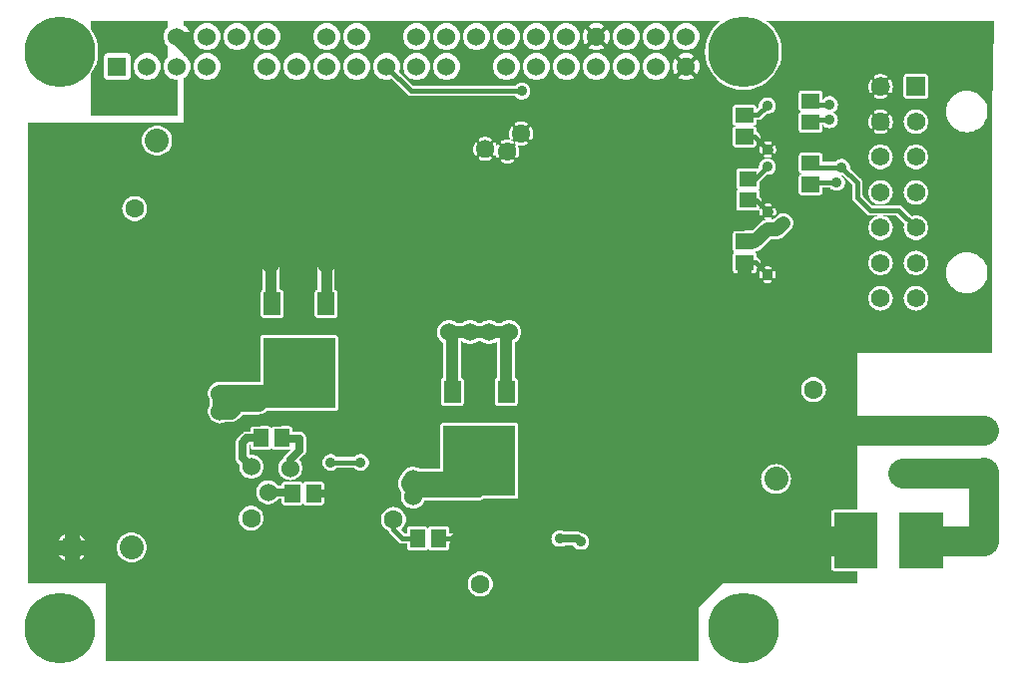
<source format=gbr>
G04 This is an RS-274x file exported by *
G04 gerbv version 2.6.1 *
G04 More information is available about gerbv at *
G04 http://gerbv.geda-project.org/ *
G04 --End of header info--*
%MOIN*%
%FSLAX34Y34*%
%IPPOS*%
G04 --Define apertures--*
%ADD10C,0.0001*%
%ADD11C,0.0150*%
%ADD12C,0.1000*%
%ADD13C,0.0400*%
%ADD14C,0.0450*%
%ADD15C,0.0250*%
%ADD16C,0.0360*%
%ADD17C,0.0500*%
%ADD18C,0.0787*%
%ADD19C,0.2362*%
%ADD20C,0.0620*%
%ADD21C,0.0630*%
%ADD22C,0.0800*%
%ADD23C,0.0768*%
%ADD24C,0.0600*%
%ADD25C,0.0350*%
%ADD26C,0.0200*%
%ADD27C,0.1063*%
%ADD28C,0.0402*%
%ADD29C,0.1181*%
%ADD30C,0.0354*%
%ADD31C,0.0453*%
%ADD32C,0.0380*%
G04 --Start main section--*
G54D10*
G36*
G01X0019150Y0077200D02*
G01X0019150Y0076998D01*
G01X0019105Y0076945D01*
G01X0019068Y0076885D01*
G01X0019041Y0076820D01*
G01X0019024Y0076751D01*
G01X0019019Y0076680D01*
G01X0019024Y0076609D01*
G01X0019041Y0076541D01*
G01X0019068Y0076475D01*
G01X0019105Y0076415D01*
G01X0019150Y0076362D01*
G01X0019150Y0075998D01*
G01X0019105Y0075945D01*
G01X0019068Y0075885D01*
G01X0019041Y0075820D01*
G01X0019024Y0075751D01*
G01X0019019Y0075680D01*
G01X0019024Y0075609D01*
G01X0019041Y0075541D01*
G01X0019068Y0075475D01*
G01X0019105Y0075415D01*
G01X0019151Y0075361D01*
G01X0019205Y0075315D01*
G01X0019265Y0075278D01*
G01X0019331Y0075251D01*
G01X0019399Y0075234D01*
G01X0019470Y0075229D01*
G01X0019500Y0075231D01*
G01X0019500Y0074050D01*
G01X0018469Y0074050D01*
G01X0018469Y0075229D01*
G01X0018470Y0075229D01*
G01X0018541Y0075234D01*
G01X0018610Y0075251D01*
G01X0018675Y0075278D01*
G01X0018735Y0075315D01*
G01X0018789Y0075361D01*
G01X0018835Y0075415D01*
G01X0018872Y0075475D01*
G01X0018899Y0075541D01*
G01X0018916Y0075609D01*
G01X0018920Y0075680D01*
G01X0018916Y0075751D01*
G01X0018899Y0075820D01*
G01X0018872Y0075885D01*
G01X0018835Y0075945D01*
G01X0018789Y0075999D01*
G01X0018735Y0076045D01*
G01X0018675Y0076082D01*
G01X0018610Y0076109D01*
G01X0018541Y0076126D01*
G01X0018470Y0076131D01*
G01X0018469Y0076131D01*
G01X0018469Y0077200D01*
G01X0019150Y0077200D01*
G37*
G36*
G01X0018469Y0074050D02*
G01X0017470Y0074050D01*
G01X0017470Y0075231D01*
G01X0017794Y0075231D01*
G01X0017817Y0075237D01*
G01X0017838Y0075246D01*
G01X0017858Y0075258D01*
G01X0017876Y0075274D01*
G01X0017892Y0075292D01*
G01X0017904Y0075312D01*
G01X0017913Y0075334D01*
G01X0017919Y0075357D01*
G01X0017920Y0075380D01*
G01X0017919Y0076004D01*
G01X0017913Y0076027D01*
G01X0017904Y0076048D01*
G01X0017892Y0076068D01*
G01X0017876Y0076086D01*
G01X0017858Y0076102D01*
G01X0017838Y0076114D01*
G01X0017817Y0076123D01*
G01X0017794Y0076129D01*
G01X0017770Y0076130D01*
G01X0017470Y0076129D01*
G01X0017470Y0077200D01*
G01X0018469Y0077200D01*
G01X0018469Y0076131D01*
G01X0018399Y0076126D01*
G01X0018331Y0076109D01*
G01X0018265Y0076082D01*
G01X0018205Y0076045D01*
G01X0018151Y0075999D01*
G01X0018105Y0075945D01*
G01X0018068Y0075885D01*
G01X0018041Y0075820D01*
G01X0018024Y0075751D01*
G01X0018019Y0075680D01*
G01X0018024Y0075609D01*
G01X0018041Y0075541D01*
G01X0018068Y0075475D01*
G01X0018105Y0075415D01*
G01X0018151Y0075361D01*
G01X0018205Y0075315D01*
G01X0018265Y0075278D01*
G01X0018331Y0075251D01*
G01X0018399Y0075234D01*
G01X0018469Y0075229D01*
G01X0018469Y0074050D01*
G37*
G36*
G01X0017470Y0074050D02*
G01X0016600Y0074050D01*
G01X0016600Y0075441D01*
G01X0016696Y0075598D01*
G01X0016773Y0075784D01*
G01X0016820Y0075980D01*
G01X0016832Y0076181D01*
G01X0016820Y0076382D01*
G01X0016773Y0076578D01*
G01X0016696Y0076765D01*
G01X0016600Y0076921D01*
G01X0016600Y0077200D01*
G01X0017470Y0077200D01*
G01X0017470Y0076129D01*
G01X0017147Y0076129D01*
G01X0017124Y0076123D01*
G01X0017102Y0076114D01*
G01X0017082Y0076102D01*
G01X0017064Y0076086D01*
G01X0017048Y0076068D01*
G01X0017036Y0076048D01*
G01X0017027Y0076027D01*
G01X0017021Y0076004D01*
G01X0017020Y0075980D01*
G01X0017021Y0075357D01*
G01X0017027Y0075334D01*
G01X0017036Y0075312D01*
G01X0017048Y0075292D01*
G01X0017064Y0075274D01*
G01X0017082Y0075258D01*
G01X0017102Y0075246D01*
G01X0017124Y0075237D01*
G01X0017147Y0075231D01*
G01X0017170Y0075230D01*
G01X0017470Y0075231D01*
G01X0017470Y0074050D01*
G37*
G36*
G01X0046741Y0077211D02*
G01X0046700Y0074100D01*
G01X0046700Y0066100D01*
G01X0045846Y0066100D01*
G01X0045846Y0068086D01*
G01X0045847Y0068086D01*
G01X0045955Y0068094D01*
G01X0046061Y0068120D01*
G01X0046161Y0068161D01*
G01X0046254Y0068218D01*
G01X0046337Y0068289D01*
G01X0046407Y0068371D01*
G01X0046464Y0068464D01*
G01X0046506Y0068564D01*
G01X0046531Y0068670D01*
G01X0046537Y0068778D01*
G01X0046531Y0068887D01*
G01X0046506Y0068992D01*
G01X0046464Y0069093D01*
G01X0046407Y0069186D01*
G01X0046337Y0069268D01*
G01X0046254Y0069339D01*
G01X0046161Y0069396D01*
G01X0046061Y0069437D01*
G01X0045955Y0069463D01*
G01X0045847Y0069471D01*
G01X0045846Y0069471D01*
G01X0045846Y0073479D01*
G01X0045847Y0073479D01*
G01X0045955Y0073488D01*
G01X0046061Y0073513D01*
G01X0046161Y0073555D01*
G01X0046254Y0073612D01*
G01X0046337Y0073682D01*
G01X0046407Y0073765D01*
G01X0046464Y0073858D01*
G01X0046506Y0073958D01*
G01X0046531Y0074064D01*
G01X0046537Y0074172D01*
G01X0046531Y0074280D01*
G01X0046506Y0074386D01*
G01X0046464Y0074487D01*
G01X0046407Y0074579D01*
G01X0046337Y0074662D01*
G01X0046254Y0074732D01*
G01X0046161Y0074789D01*
G01X0046061Y0074831D01*
G01X0045955Y0074856D01*
G01X0045847Y0074865D01*
G01X0045846Y0074865D01*
G01X0045846Y0077210D01*
G01X0046741Y0077211D01*
G37*
G36*
G01X0045846Y0066100D02*
G01X0044146Y0066100D01*
G01X0044146Y0067517D01*
G01X0044210Y0067522D01*
G01X0044273Y0067537D01*
G01X0044333Y0067562D01*
G01X0044388Y0067595D01*
G01X0044437Y0067637D01*
G01X0044479Y0067686D01*
G01X0044513Y0067741D01*
G01X0044537Y0067801D01*
G01X0044552Y0067864D01*
G01X0044556Y0067928D01*
G01X0044552Y0067992D01*
G01X0044537Y0068055D01*
G01X0044513Y0068115D01*
G01X0044479Y0068170D01*
G01X0044437Y0068219D01*
G01X0044388Y0068261D01*
G01X0044333Y0068294D01*
G01X0044273Y0068319D01*
G01X0044210Y0068334D01*
G01X0044146Y0068339D01*
G01X0044146Y0068698D01*
G01X0044210Y0068703D01*
G01X0044273Y0068718D01*
G01X0044333Y0068743D01*
G01X0044388Y0068776D01*
G01X0044437Y0068818D01*
G01X0044479Y0068867D01*
G01X0044513Y0068922D01*
G01X0044537Y0068982D01*
G01X0044552Y0069045D01*
G01X0044556Y0069109D01*
G01X0044552Y0069173D01*
G01X0044537Y0069236D01*
G01X0044513Y0069296D01*
G01X0044479Y0069351D01*
G01X0044437Y0069400D01*
G01X0044388Y0069442D01*
G01X0044333Y0069476D01*
G01X0044273Y0069500D01*
G01X0044210Y0069515D01*
G01X0044146Y0069520D01*
G01X0044146Y0069879D01*
G01X0044210Y0069884D01*
G01X0044273Y0069899D01*
G01X0044333Y0069924D01*
G01X0044388Y0069957D01*
G01X0044437Y0069999D01*
G01X0044479Y0070048D01*
G01X0044513Y0070103D01*
G01X0044537Y0070163D01*
G01X0044552Y0070226D01*
G01X0044556Y0070290D01*
G01X0044552Y0070355D01*
G01X0044537Y0070417D01*
G01X0044513Y0070477D01*
G01X0044479Y0070532D01*
G01X0044437Y0070581D01*
G01X0044388Y0070623D01*
G01X0044333Y0070657D01*
G01X0044273Y0070681D01*
G01X0044210Y0070696D01*
G01X0044146Y0070701D01*
G01X0044146Y0071060D01*
G01X0044210Y0071065D01*
G01X0044273Y0071080D01*
G01X0044333Y0071105D01*
G01X0044388Y0071139D01*
G01X0044437Y0071181D01*
G01X0044479Y0071230D01*
G01X0044513Y0071285D01*
G01X0044537Y0071344D01*
G01X0044552Y0071407D01*
G01X0044556Y0071471D01*
G01X0044552Y0071536D01*
G01X0044537Y0071598D01*
G01X0044513Y0071658D01*
G01X0044479Y0071713D01*
G01X0044437Y0071762D01*
G01X0044388Y0071804D01*
G01X0044333Y0071838D01*
G01X0044273Y0071862D01*
G01X0044210Y0071878D01*
G01X0044146Y0071883D01*
G01X0044146Y0072241D01*
G01X0044210Y0072246D01*
G01X0044273Y0072261D01*
G01X0044333Y0072286D01*
G01X0044388Y0072320D01*
G01X0044437Y0072362D01*
G01X0044479Y0072411D01*
G01X0044513Y0072466D01*
G01X0044537Y0072525D01*
G01X0044552Y0072588D01*
G01X0044556Y0072652D01*
G01X0044552Y0072717D01*
G01X0044537Y0072779D01*
G01X0044513Y0072839D01*
G01X0044479Y0072894D01*
G01X0044437Y0072943D01*
G01X0044388Y0072985D01*
G01X0044333Y0073019D01*
G01X0044273Y0073044D01*
G01X0044210Y0073059D01*
G01X0044146Y0073064D01*
G01X0044146Y0073422D01*
G01X0044210Y0073427D01*
G01X0044273Y0073442D01*
G01X0044333Y0073467D01*
G01X0044388Y0073501D01*
G01X0044437Y0073543D01*
G01X0044479Y0073592D01*
G01X0044513Y0073647D01*
G01X0044537Y0073706D01*
G01X0044552Y0073769D01*
G01X0044556Y0073834D01*
G01X0044552Y0073898D01*
G01X0044537Y0073961D01*
G01X0044513Y0074020D01*
G01X0044479Y0074075D01*
G01X0044437Y0074124D01*
G01X0044388Y0074166D01*
G01X0044333Y0074200D01*
G01X0044273Y0074225D01*
G01X0044210Y0074240D01*
G01X0044146Y0074245D01*
G01X0044146Y0074605D01*
G01X0044472Y0074606D01*
G01X0044487Y0074609D01*
G01X0044502Y0074615D01*
G01X0044515Y0074623D01*
G01X0044527Y0074634D01*
G01X0044537Y0074646D01*
G01X0044545Y0074659D01*
G01X0044552Y0074674D01*
G01X0044555Y0074689D01*
G01X0044556Y0074705D01*
G01X0044555Y0075340D01*
G01X0044552Y0075356D01*
G01X0044545Y0075370D01*
G01X0044537Y0075384D01*
G01X0044527Y0075396D01*
G01X0044515Y0075406D01*
G01X0044502Y0075414D01*
G01X0044487Y0075420D01*
G01X0044472Y0075424D01*
G01X0044456Y0075425D01*
G01X0044146Y0075424D01*
G01X0044146Y0077208D01*
G01X0045846Y0077210D01*
G01X0045846Y0074865D01*
G01X0045739Y0074856D01*
G01X0045633Y0074831D01*
G01X0045532Y0074789D01*
G01X0045440Y0074732D01*
G01X0045357Y0074662D01*
G01X0045287Y0074579D01*
G01X0045230Y0074487D01*
G01X0045188Y0074386D01*
G01X0045163Y0074280D01*
G01X0045154Y0074172D01*
G01X0045163Y0074064D01*
G01X0045188Y0073958D01*
G01X0045230Y0073858D01*
G01X0045287Y0073765D01*
G01X0045357Y0073682D01*
G01X0045440Y0073612D01*
G01X0045532Y0073555D01*
G01X0045633Y0073513D01*
G01X0045739Y0073488D01*
G01X0045846Y0073479D01*
G01X0045846Y0069471D01*
G01X0045739Y0069463D01*
G01X0045633Y0069437D01*
G01X0045532Y0069396D01*
G01X0045440Y0069339D01*
G01X0045357Y0069268D01*
G01X0045287Y0069186D01*
G01X0045230Y0069093D01*
G01X0045188Y0068992D01*
G01X0045163Y0068887D01*
G01X0045154Y0068778D01*
G01X0045163Y0068670D01*
G01X0045188Y0068564D01*
G01X0045230Y0068464D01*
G01X0045287Y0068371D01*
G01X0045357Y0068289D01*
G01X0045440Y0068218D01*
G01X0045532Y0068161D01*
G01X0045633Y0068120D01*
G01X0045739Y0068094D01*
G01X0045846Y0068086D01*
G01X0045846Y0066100D01*
G37*
G36*
G01X0044146Y0070701D02*
G01X0044082Y0070696D01*
G01X0044019Y0070681D01*
G01X0044007Y0070676D01*
G01X0043700Y0070984D01*
G01X0043695Y0070990D01*
G01X0043674Y0071007D01*
G01X0043651Y0071022D01*
G01X0043625Y0071032D01*
G01X0043598Y0071039D01*
G01X0043598Y0071039D01*
G01X0043571Y0071041D01*
G01X0043564Y0071040D01*
G01X0043302Y0071040D01*
G01X0043302Y0071237D01*
G01X0043331Y0071285D01*
G01X0043356Y0071344D01*
G01X0043371Y0071407D01*
G01X0043375Y0071471D01*
G01X0043371Y0071536D01*
G01X0043356Y0071598D01*
G01X0043331Y0071658D01*
G01X0043302Y0071706D01*
G01X0043302Y0072418D01*
G01X0043331Y0072466D01*
G01X0043356Y0072525D01*
G01X0043371Y0072588D01*
G01X0043375Y0072652D01*
G01X0043371Y0072717D01*
G01X0043356Y0072779D01*
G01X0043331Y0072839D01*
G01X0043302Y0072887D01*
G01X0043302Y0073614D01*
G01X0043308Y0073617D01*
G01X0043314Y0073622D01*
G01X0043319Y0073628D01*
G01X0043323Y0073634D01*
G01X0043341Y0073668D01*
G01X0043354Y0073703D01*
G01X0043365Y0073740D01*
G01X0043372Y0073777D01*
G01X0043375Y0073815D01*
G01X0043375Y0073852D01*
G01X0043372Y0073890D01*
G01X0043365Y0073927D01*
G01X0043354Y0073964D01*
G01X0043341Y0073999D01*
G01X0043324Y0074033D01*
G01X0043319Y0074040D01*
G01X0043314Y0074045D01*
G01X0043308Y0074050D01*
G01X0043302Y0074054D01*
G01X0043302Y0074795D01*
G01X0043308Y0074798D01*
G01X0043314Y0074803D01*
G01X0043319Y0074809D01*
G01X0043323Y0074815D01*
G01X0043341Y0074849D01*
G01X0043354Y0074884D01*
G01X0043365Y0074921D01*
G01X0043372Y0074958D01*
G01X0043375Y0074996D01*
G01X0043375Y0075034D01*
G01X0043372Y0075071D01*
G01X0043365Y0075108D01*
G01X0043354Y0075145D01*
G01X0043341Y0075180D01*
G01X0043324Y0075214D01*
G01X0043319Y0075221D01*
G01X0043314Y0075227D01*
G01X0043308Y0075232D01*
G01X0043302Y0075235D01*
G01X0043302Y0077207D01*
G01X0044146Y0077208D01*
G01X0044146Y0075424D01*
G01X0043820Y0075424D01*
G01X0043805Y0075420D01*
G01X0043791Y0075414D01*
G01X0043777Y0075406D01*
G01X0043765Y0075396D01*
G01X0043755Y0075384D01*
G01X0043747Y0075370D01*
G01X0043741Y0075356D01*
G01X0043737Y0075340D01*
G01X0043736Y0075325D01*
G01X0043737Y0074689D01*
G01X0043741Y0074674D01*
G01X0043747Y0074659D01*
G01X0043755Y0074646D01*
G01X0043765Y0074634D01*
G01X0043777Y0074623D01*
G01X0043791Y0074615D01*
G01X0043805Y0074609D01*
G01X0043820Y0074606D01*
G01X0043836Y0074605D01*
G01X0044146Y0074605D01*
G01X0044146Y0074245D01*
G01X0044082Y0074240D01*
G01X0044019Y0074225D01*
G01X0043959Y0074200D01*
G01X0043904Y0074166D01*
G01X0043855Y0074124D01*
G01X0043813Y0074075D01*
G01X0043780Y0074020D01*
G01X0043755Y0073961D01*
G01X0043740Y0073898D01*
G01X0043735Y0073834D01*
G01X0043740Y0073769D01*
G01X0043755Y0073706D01*
G01X0043780Y0073647D01*
G01X0043813Y0073592D01*
G01X0043855Y0073543D01*
G01X0043904Y0073501D01*
G01X0043959Y0073467D01*
G01X0044019Y0073442D01*
G01X0044082Y0073427D01*
G01X0044146Y0073422D01*
G01X0044146Y0073064D01*
G01X0044082Y0073059D01*
G01X0044019Y0073044D01*
G01X0043959Y0073019D01*
G01X0043904Y0072985D01*
G01X0043855Y0072943D01*
G01X0043813Y0072894D01*
G01X0043780Y0072839D01*
G01X0043755Y0072779D01*
G01X0043740Y0072717D01*
G01X0043735Y0072652D01*
G01X0043740Y0072588D01*
G01X0043755Y0072525D01*
G01X0043780Y0072466D01*
G01X0043813Y0072411D01*
G01X0043855Y0072362D01*
G01X0043904Y0072320D01*
G01X0043959Y0072286D01*
G01X0044019Y0072261D01*
G01X0044082Y0072246D01*
G01X0044146Y0072241D01*
G01X0044146Y0071883D01*
G01X0044082Y0071878D01*
G01X0044019Y0071862D01*
G01X0043959Y0071838D01*
G01X0043904Y0071804D01*
G01X0043855Y0071762D01*
G01X0043813Y0071713D01*
G01X0043780Y0071658D01*
G01X0043755Y0071598D01*
G01X0043740Y0071536D01*
G01X0043735Y0071471D01*
G01X0043740Y0071407D01*
G01X0043755Y0071344D01*
G01X0043780Y0071285D01*
G01X0043813Y0071230D01*
G01X0043855Y0071181D01*
G01X0043904Y0071139D01*
G01X0043959Y0071105D01*
G01X0044019Y0071080D01*
G01X0044082Y0071065D01*
G01X0044146Y0071060D01*
G01X0044146Y0070701D01*
G37*
G36*
G01X0043302Y0072887D02*
G01X0043298Y0072894D01*
G01X0043256Y0072943D01*
G01X0043207Y0072985D01*
G01X0043152Y0073019D01*
G01X0043092Y0073044D01*
G01X0043029Y0073059D01*
G01X0042965Y0073064D01*
G01X0042965Y0073424D01*
G01X0042984Y0073424D01*
G01X0043022Y0073427D01*
G01X0043059Y0073434D01*
G01X0043095Y0073444D01*
G01X0043131Y0073458D01*
G01X0043165Y0073475D01*
G01X0043171Y0073479D01*
G01X0043177Y0073485D01*
G01X0043182Y0073491D01*
G01X0043186Y0073498D01*
G01X0043189Y0073505D01*
G01X0043190Y0073513D01*
G01X0043190Y0073521D01*
G01X0043190Y0073529D01*
G01X0043187Y0073536D01*
G01X0043184Y0073543D01*
G01X0043180Y0073550D01*
G01X0043174Y0073556D01*
G01X0043168Y0073561D01*
G01X0043161Y0073565D01*
G01X0043154Y0073567D01*
G01X0043146Y0073569D01*
G01X0043138Y0073569D01*
G01X0043130Y0073568D01*
G01X0043123Y0073566D01*
G01X0043116Y0073563D01*
G01X0043090Y0073550D01*
G01X0043063Y0073540D01*
G01X0043036Y0073532D01*
G01X0043008Y0073526D01*
G01X0042979Y0073524D01*
G01X0042965Y0073524D01*
G01X0042965Y0074143D01*
G01X0042979Y0074143D01*
G01X0043008Y0074141D01*
G01X0043036Y0074135D01*
G01X0043063Y0074127D01*
G01X0043090Y0074117D01*
G01X0043116Y0074104D01*
G01X0043123Y0074101D01*
G01X0043130Y0074099D01*
G01X0043138Y0074098D01*
G01X0043146Y0074098D01*
G01X0043154Y0074100D01*
G01X0043161Y0074103D01*
G01X0043168Y0074106D01*
G01X0043174Y0074111D01*
G01X0043179Y0074117D01*
G01X0043184Y0074124D01*
G01X0043187Y0074131D01*
G01X0043189Y0074138D01*
G01X0043190Y0074146D01*
G01X0043190Y0074154D01*
G01X0043188Y0074162D01*
G01X0043185Y0074169D01*
G01X0043182Y0074176D01*
G01X0043177Y0074182D01*
G01X0043171Y0074188D01*
G01X0043164Y0074192D01*
G01X0043131Y0074209D01*
G01X0043095Y0074223D01*
G01X0043059Y0074233D01*
G01X0043022Y0074240D01*
G01X0042984Y0074244D01*
G01X0042965Y0074244D01*
G01X0042965Y0074605D01*
G01X0042984Y0074605D01*
G01X0043022Y0074608D01*
G01X0043059Y0074615D01*
G01X0043095Y0074625D01*
G01X0043131Y0074639D01*
G01X0043165Y0074656D01*
G01X0043171Y0074660D01*
G01X0043177Y0074666D01*
G01X0043182Y0074672D01*
G01X0043186Y0074679D01*
G01X0043189Y0074686D01*
G01X0043190Y0074694D01*
G01X0043190Y0074702D01*
G01X0043190Y0074710D01*
G01X0043187Y0074717D01*
G01X0043184Y0074725D01*
G01X0043180Y0074731D01*
G01X0043174Y0074737D01*
G01X0043168Y0074742D01*
G01X0043161Y0074746D01*
G01X0043154Y0074749D01*
G01X0043146Y0074750D01*
G01X0043138Y0074750D01*
G01X0043130Y0074750D01*
G01X0043123Y0074747D01*
G01X0043116Y0074744D01*
G01X0043090Y0074731D01*
G01X0043063Y0074721D01*
G01X0043036Y0074713D01*
G01X0043008Y0074708D01*
G01X0042979Y0074705D01*
G01X0042965Y0074705D01*
G01X0042965Y0075324D01*
G01X0042979Y0075324D01*
G01X0043008Y0075322D01*
G01X0043036Y0075316D01*
G01X0043063Y0075309D01*
G01X0043090Y0075298D01*
G01X0043116Y0075286D01*
G01X0043123Y0075282D01*
G01X0043130Y0075280D01*
G01X0043138Y0075279D01*
G01X0043146Y0075279D01*
G01X0043154Y0075281D01*
G01X0043161Y0075284D01*
G01X0043168Y0075288D01*
G01X0043174Y0075292D01*
G01X0043179Y0075298D01*
G01X0043184Y0075305D01*
G01X0043187Y0075312D01*
G01X0043189Y0075320D01*
G01X0043190Y0075327D01*
G01X0043190Y0075335D01*
G01X0043188Y0075343D01*
G01X0043185Y0075350D01*
G01X0043182Y0075357D01*
G01X0043177Y0075363D01*
G01X0043171Y0075369D01*
G01X0043164Y0075373D01*
G01X0043131Y0075390D01*
G01X0043095Y0075404D01*
G01X0043059Y0075414D01*
G01X0043022Y0075421D01*
G01X0042984Y0075425D01*
G01X0042965Y0075425D01*
G01X0042965Y0077207D01*
G01X0043302Y0077207D01*
G01X0043302Y0075235D01*
G01X0043301Y0075235D01*
G01X0043293Y0075238D01*
G01X0043286Y0075240D01*
G01X0043278Y0075240D01*
G01X0043270Y0075239D01*
G01X0043262Y0075237D01*
G01X0043255Y0075234D01*
G01X0043248Y0075229D01*
G01X0043243Y0075224D01*
G01X0043238Y0075218D01*
G01X0043234Y0075211D01*
G01X0043231Y0075203D01*
G01X0043229Y0075196D01*
G01X0043229Y0075188D01*
G01X0043230Y0075180D01*
G01X0043232Y0075172D01*
G01X0043236Y0075165D01*
G01X0043249Y0075140D01*
G01X0043259Y0075113D01*
G01X0043267Y0075086D01*
G01X0043272Y0075057D01*
G01X0043275Y0075029D01*
G01X0043275Y0075000D01*
G01X0043272Y0074972D01*
G01X0043267Y0074944D01*
G01X0043259Y0074916D01*
G01X0043249Y0074890D01*
G01X0043236Y0074864D01*
G01X0043233Y0074857D01*
G01X0043230Y0074849D01*
G01X0043229Y0074841D01*
G01X0043230Y0074834D01*
G01X0043231Y0074826D01*
G01X0043234Y0074818D01*
G01X0043238Y0074812D01*
G01X0043243Y0074805D01*
G01X0043249Y0074800D01*
G01X0043255Y0074796D01*
G01X0043262Y0074793D01*
G01X0043270Y0074790D01*
G01X0043278Y0074790D01*
G01X0043286Y0074790D01*
G01X0043293Y0074791D01*
G01X0043301Y0074794D01*
G01X0043302Y0074795D01*
G01X0043302Y0074054D01*
G01X0043301Y0074054D01*
G01X0043293Y0074057D01*
G01X0043286Y0074059D01*
G01X0043278Y0074059D01*
G01X0043270Y0074058D01*
G01X0043262Y0074056D01*
G01X0043255Y0074053D01*
G01X0043248Y0074048D01*
G01X0043243Y0074043D01*
G01X0043238Y0074037D01*
G01X0043234Y0074030D01*
G01X0043231Y0074022D01*
G01X0043229Y0074015D01*
G01X0043229Y0074007D01*
G01X0043230Y0073999D01*
G01X0043232Y0073991D01*
G01X0043236Y0073984D01*
G01X0043249Y0073959D01*
G01X0043259Y0073932D01*
G01X0043267Y0073904D01*
G01X0043272Y0073876D01*
G01X0043275Y0073848D01*
G01X0043275Y0073819D01*
G01X0043272Y0073791D01*
G01X0043267Y0073763D01*
G01X0043259Y0073735D01*
G01X0043249Y0073708D01*
G01X0043236Y0073683D01*
G01X0043233Y0073676D01*
G01X0043230Y0073668D01*
G01X0043229Y0073660D01*
G01X0043230Y0073652D01*
G01X0043231Y0073645D01*
G01X0043234Y0073637D01*
G01X0043238Y0073631D01*
G01X0043243Y0073624D01*
G01X0043249Y0073619D01*
G01X0043255Y0073615D01*
G01X0043262Y0073611D01*
G01X0043270Y0073609D01*
G01X0043278Y0073608D01*
G01X0043286Y0073609D01*
G01X0043293Y0073610D01*
G01X0043301Y0073613D01*
G01X0043302Y0073614D01*
G01X0043302Y0072887D01*
G37*
G36*
G01X0043302Y0071706D02*
G01X0043298Y0071713D01*
G01X0043256Y0071762D01*
G01X0043207Y0071804D01*
G01X0043152Y0071838D01*
G01X0043092Y0071862D01*
G01X0043029Y0071878D01*
G01X0042965Y0071883D01*
G01X0042965Y0072241D01*
G01X0043029Y0072246D01*
G01X0043092Y0072261D01*
G01X0043152Y0072286D01*
G01X0043207Y0072320D01*
G01X0043256Y0072362D01*
G01X0043298Y0072411D01*
G01X0043302Y0072418D01*
G01X0043302Y0071706D01*
G37*
G36*
G01X0043302Y0071040D02*
G01X0042965Y0071040D01*
G01X0042965Y0071060D01*
G01X0043029Y0071065D01*
G01X0043092Y0071080D01*
G01X0043152Y0071105D01*
G01X0043207Y0071139D01*
G01X0043256Y0071181D01*
G01X0043298Y0071230D01*
G01X0043302Y0071237D01*
G01X0043302Y0071040D01*
G37*
G36*
G01X0042628Y0072418D02*
G01X0042632Y0072411D01*
G01X0042674Y0072362D01*
G01X0042723Y0072320D01*
G01X0042778Y0072286D01*
G01X0042838Y0072261D01*
G01X0042901Y0072246D01*
G01X0042965Y0072241D01*
G01X0042965Y0072241D01*
G01X0042965Y0071883D01*
G01X0042965Y0071883D01*
G01X0042901Y0071878D01*
G01X0042838Y0071862D01*
G01X0042778Y0071838D01*
G01X0042723Y0071804D01*
G01X0042674Y0071762D01*
G01X0042632Y0071713D01*
G01X0042628Y0071706D01*
G01X0042628Y0072418D01*
G37*
G36*
G01X0042628Y0077206D02*
G01X0042965Y0077207D01*
G01X0042965Y0075425D01*
G01X0042946Y0075425D01*
G01X0042908Y0075421D01*
G01X0042871Y0075414D01*
G01X0042835Y0075404D01*
G01X0042799Y0075390D01*
G01X0042765Y0075373D01*
G01X0042759Y0075369D01*
G01X0042753Y0075364D01*
G01X0042748Y0075357D01*
G01X0042744Y0075350D01*
G01X0042741Y0075343D01*
G01X0042740Y0075335D01*
G01X0042740Y0075327D01*
G01X0042740Y0075320D01*
G01X0042743Y0075312D01*
G01X0042746Y0075305D01*
G01X0042750Y0075298D01*
G01X0042756Y0075292D01*
G01X0042762Y0075287D01*
G01X0042769Y0075283D01*
G01X0042776Y0075281D01*
G01X0042784Y0075279D01*
G01X0042792Y0075279D01*
G01X0042800Y0075280D01*
G01X0042807Y0075282D01*
G01X0042814Y0075285D01*
G01X0042840Y0075298D01*
G01X0042867Y0075309D01*
G01X0042894Y0075316D01*
G01X0042922Y0075322D01*
G01X0042951Y0075324D01*
G01X0042965Y0075324D01*
G01X0042965Y0074705D01*
G01X0042951Y0074705D01*
G01X0042922Y0074708D01*
G01X0042894Y0074713D01*
G01X0042867Y0074721D01*
G01X0042840Y0074731D01*
G01X0042814Y0074744D01*
G01X0042807Y0074747D01*
G01X0042800Y0074749D01*
G01X0042792Y0074750D01*
G01X0042784Y0074750D01*
G01X0042776Y0074748D01*
G01X0042769Y0074745D01*
G01X0042762Y0074742D01*
G01X0042756Y0074737D01*
G01X0042751Y0074731D01*
G01X0042746Y0074724D01*
G01X0042743Y0074717D01*
G01X0042741Y0074710D01*
G01X0042740Y0074702D01*
G01X0042740Y0074694D01*
G01X0042742Y0074686D01*
G01X0042745Y0074679D01*
G01X0042748Y0074672D01*
G01X0042753Y0074666D01*
G01X0042759Y0074661D01*
G01X0042766Y0074656D01*
G01X0042799Y0074639D01*
G01X0042835Y0074625D01*
G01X0042871Y0074615D01*
G01X0042908Y0074608D01*
G01X0042946Y0074605D01*
G01X0042965Y0074605D01*
G01X0042965Y0074244D01*
G01X0042946Y0074244D01*
G01X0042908Y0074240D01*
G01X0042871Y0074233D01*
G01X0042835Y0074223D01*
G01X0042799Y0074209D01*
G01X0042765Y0074192D01*
G01X0042759Y0074188D01*
G01X0042753Y0074182D01*
G01X0042748Y0074176D01*
G01X0042744Y0074169D01*
G01X0042741Y0074162D01*
G01X0042740Y0074154D01*
G01X0042740Y0074146D01*
G01X0042740Y0074138D01*
G01X0042743Y0074131D01*
G01X0042746Y0074124D01*
G01X0042750Y0074117D01*
G01X0042756Y0074111D01*
G01X0042762Y0074106D01*
G01X0042769Y0074102D01*
G01X0042776Y0074100D01*
G01X0042784Y0074098D01*
G01X0042792Y0074098D01*
G01X0042800Y0074099D01*
G01X0042807Y0074101D01*
G01X0042814Y0074104D01*
G01X0042840Y0074117D01*
G01X0042867Y0074127D01*
G01X0042894Y0074135D01*
G01X0042922Y0074141D01*
G01X0042951Y0074143D01*
G01X0042965Y0074143D01*
G01X0042965Y0073524D01*
G01X0042951Y0073524D01*
G01X0042922Y0073526D01*
G01X0042894Y0073532D01*
G01X0042867Y0073540D01*
G01X0042840Y0073550D01*
G01X0042814Y0073563D01*
G01X0042807Y0073566D01*
G01X0042800Y0073568D01*
G01X0042792Y0073569D01*
G01X0042784Y0073569D01*
G01X0042776Y0073567D01*
G01X0042769Y0073564D01*
G01X0042762Y0073561D01*
G01X0042756Y0073556D01*
G01X0042751Y0073550D01*
G01X0042746Y0073543D01*
G01X0042743Y0073536D01*
G01X0042741Y0073529D01*
G01X0042740Y0073521D01*
G01X0042740Y0073513D01*
G01X0042742Y0073505D01*
G01X0042745Y0073498D01*
G01X0042748Y0073491D01*
G01X0042753Y0073485D01*
G01X0042759Y0073479D01*
G01X0042766Y0073475D01*
G01X0042799Y0073458D01*
G01X0042835Y0073444D01*
G01X0042871Y0073434D01*
G01X0042908Y0073427D01*
G01X0042946Y0073424D01*
G01X0042965Y0073424D01*
G01X0042965Y0073064D01*
G01X0042965Y0073064D01*
G01X0042901Y0073059D01*
G01X0042838Y0073044D01*
G01X0042778Y0073019D01*
G01X0042723Y0072985D01*
G01X0042674Y0072943D01*
G01X0042632Y0072894D01*
G01X0042628Y0072887D01*
G01X0042628Y0073613D01*
G01X0042629Y0073613D01*
G01X0042637Y0073610D01*
G01X0042644Y0073608D01*
G01X0042652Y0073608D01*
G01X0042660Y0073609D01*
G01X0042668Y0073611D01*
G01X0042675Y0073614D01*
G01X0042682Y0073619D01*
G01X0042687Y0073624D01*
G01X0042692Y0073630D01*
G01X0042696Y0073637D01*
G01X0042699Y0073645D01*
G01X0042701Y0073652D01*
G01X0042701Y0073660D01*
G01X0042700Y0073668D01*
G01X0042698Y0073676D01*
G01X0042694Y0073683D01*
G01X0042681Y0073708D01*
G01X0042671Y0073735D01*
G01X0042663Y0073763D01*
G01X0042658Y0073791D01*
G01X0042655Y0073819D01*
G01X0042655Y0073848D01*
G01X0042658Y0073876D01*
G01X0042663Y0073904D01*
G01X0042671Y0073932D01*
G01X0042681Y0073959D01*
G01X0042694Y0073984D01*
G01X0042698Y0073991D01*
G01X0042700Y0073999D01*
G01X0042701Y0074007D01*
G01X0042700Y0074015D01*
G01X0042699Y0074022D01*
G01X0042696Y0074030D01*
G01X0042692Y0074036D01*
G01X0042687Y0074043D01*
G01X0042681Y0074048D01*
G01X0042675Y0074052D01*
G01X0042668Y0074056D01*
G01X0042660Y0074058D01*
G01X0042652Y0074059D01*
G01X0042644Y0074058D01*
G01X0042637Y0074057D01*
G01X0042629Y0074054D01*
G01X0042628Y0074053D01*
G01X0042628Y0074795D01*
G01X0042629Y0074794D01*
G01X0042637Y0074791D01*
G01X0042644Y0074790D01*
G01X0042652Y0074789D01*
G01X0042660Y0074790D01*
G01X0042668Y0074792D01*
G01X0042675Y0074796D01*
G01X0042682Y0074800D01*
G01X0042687Y0074805D01*
G01X0042692Y0074811D01*
G01X0042696Y0074818D01*
G01X0042699Y0074826D01*
G01X0042701Y0074834D01*
G01X0042701Y0074841D01*
G01X0042700Y0074849D01*
G01X0042698Y0074857D01*
G01X0042694Y0074864D01*
G01X0042681Y0074890D01*
G01X0042671Y0074916D01*
G01X0042663Y0074944D01*
G01X0042658Y0074972D01*
G01X0042655Y0075000D01*
G01X0042655Y0075029D01*
G01X0042658Y0075057D01*
G01X0042663Y0075086D01*
G01X0042671Y0075113D01*
G01X0042681Y0075140D01*
G01X0042694Y0075165D01*
G01X0042698Y0075172D01*
G01X0042700Y0075180D01*
G01X0042701Y0075188D01*
G01X0042700Y0075196D01*
G01X0042699Y0075203D01*
G01X0042696Y0075211D01*
G01X0042692Y0075218D01*
G01X0042687Y0075224D01*
G01X0042681Y0075229D01*
G01X0042675Y0075233D01*
G01X0042668Y0075237D01*
G01X0042660Y0075239D01*
G01X0042652Y0075240D01*
G01X0042644Y0075239D01*
G01X0042637Y0075238D01*
G01X0042629Y0075235D01*
G01X0042628Y0075234D01*
G01X0042628Y0077206D01*
G37*
G36*
G01X0042965Y0071040D02*
G01X0042702Y0071040D01*
G01X0042628Y0071115D01*
G01X0042628Y0071237D01*
G01X0042632Y0071230D01*
G01X0042674Y0071181D01*
G01X0042723Y0071139D01*
G01X0042778Y0071105D01*
G01X0042838Y0071080D01*
G01X0042901Y0071065D01*
G01X0042965Y0071060D01*
G01X0042965Y0071060D01*
G01X0042965Y0071040D01*
G37*
G36*
G01X0042628Y0071115D02*
G01X0042395Y0071347D01*
G01X0042395Y0077206D01*
G01X0042628Y0077206D01*
G01X0042628Y0075234D01*
G01X0042622Y0075231D01*
G01X0042616Y0075226D01*
G01X0042611Y0075221D01*
G01X0042607Y0075214D01*
G01X0042589Y0075180D01*
G01X0042576Y0075145D01*
G01X0042565Y0075108D01*
G01X0042559Y0075071D01*
G01X0042555Y0075034D01*
G01X0042555Y0074996D01*
G01X0042559Y0074958D01*
G01X0042565Y0074921D01*
G01X0042576Y0074884D01*
G01X0042589Y0074849D01*
G01X0042606Y0074815D01*
G01X0042611Y0074808D01*
G01X0042616Y0074803D01*
G01X0042622Y0074798D01*
G01X0042628Y0074795D01*
G01X0042628Y0074053D01*
G01X0042622Y0074050D01*
G01X0042616Y0074045D01*
G01X0042611Y0074039D01*
G01X0042607Y0074033D01*
G01X0042589Y0073999D01*
G01X0042576Y0073964D01*
G01X0042565Y0073927D01*
G01X0042559Y0073890D01*
G01X0042555Y0073852D01*
G01X0042555Y0073815D01*
G01X0042559Y0073777D01*
G01X0042565Y0073740D01*
G01X0042576Y0073703D01*
G01X0042589Y0073668D01*
G01X0042606Y0073634D01*
G01X0042611Y0073627D01*
G01X0042616Y0073622D01*
G01X0042622Y0073617D01*
G01X0042628Y0073613D01*
G01X0042628Y0072887D01*
G01X0042599Y0072839D01*
G01X0042574Y0072779D01*
G01X0042559Y0072717D01*
G01X0042554Y0072652D01*
G01X0042559Y0072588D01*
G01X0042574Y0072525D01*
G01X0042599Y0072466D01*
G01X0042628Y0072418D01*
G01X0042628Y0071706D01*
G01X0042599Y0071658D01*
G01X0042574Y0071598D01*
G01X0042559Y0071536D01*
G01X0042554Y0071471D01*
G01X0042559Y0071407D01*
G01X0042574Y0071344D01*
G01X0042599Y0071285D01*
G01X0042628Y0071237D01*
G01X0042628Y0071115D01*
G37*
G36*
G01X0044146Y0066100D02*
G01X0042964Y0066100D01*
G01X0042964Y0067517D01*
G01X0042965Y0067517D01*
G01X0043029Y0067522D01*
G01X0043092Y0067537D01*
G01X0043152Y0067562D01*
G01X0043207Y0067595D01*
G01X0043256Y0067637D01*
G01X0043298Y0067686D01*
G01X0043331Y0067741D01*
G01X0043356Y0067801D01*
G01X0043371Y0067864D01*
G01X0043375Y0067928D01*
G01X0043371Y0067992D01*
G01X0043356Y0068055D01*
G01X0043331Y0068115D01*
G01X0043298Y0068170D01*
G01X0043256Y0068219D01*
G01X0043207Y0068261D01*
G01X0043152Y0068294D01*
G01X0043092Y0068319D01*
G01X0043029Y0068334D01*
G01X0042965Y0068339D01*
G01X0042964Y0068339D01*
G01X0042964Y0068698D01*
G01X0042965Y0068698D01*
G01X0043029Y0068703D01*
G01X0043092Y0068718D01*
G01X0043152Y0068743D01*
G01X0043207Y0068776D01*
G01X0043256Y0068818D01*
G01X0043298Y0068867D01*
G01X0043331Y0068922D01*
G01X0043356Y0068982D01*
G01X0043371Y0069045D01*
G01X0043375Y0069109D01*
G01X0043371Y0069173D01*
G01X0043356Y0069236D01*
G01X0043331Y0069296D01*
G01X0043298Y0069351D01*
G01X0043256Y0069400D01*
G01X0043207Y0069442D01*
G01X0043152Y0069476D01*
G01X0043092Y0069500D01*
G01X0043029Y0069515D01*
G01X0042965Y0069520D01*
G01X0042964Y0069520D01*
G01X0042964Y0069879D01*
G01X0042965Y0069879D01*
G01X0043029Y0069884D01*
G01X0043092Y0069899D01*
G01X0043152Y0069924D01*
G01X0043207Y0069957D01*
G01X0043256Y0069999D01*
G01X0043298Y0070048D01*
G01X0043331Y0070103D01*
G01X0043356Y0070163D01*
G01X0043371Y0070226D01*
G01X0043375Y0070290D01*
G01X0043371Y0070355D01*
G01X0043356Y0070417D01*
G01X0043331Y0070477D01*
G01X0043298Y0070532D01*
G01X0043256Y0070581D01*
G01X0043207Y0070623D01*
G01X0043152Y0070657D01*
G01X0043092Y0070681D01*
G01X0043054Y0070690D01*
G01X0043498Y0070690D01*
G01X0043760Y0070429D01*
G01X0043755Y0070417D01*
G01X0043740Y0070355D01*
G01X0043735Y0070290D01*
G01X0043740Y0070226D01*
G01X0043755Y0070163D01*
G01X0043780Y0070103D01*
G01X0043813Y0070048D01*
G01X0043855Y0069999D01*
G01X0043904Y0069957D01*
G01X0043959Y0069924D01*
G01X0044019Y0069899D01*
G01X0044082Y0069884D01*
G01X0044146Y0069879D01*
G01X0044146Y0069520D01*
G01X0044082Y0069515D01*
G01X0044019Y0069500D01*
G01X0043959Y0069476D01*
G01X0043904Y0069442D01*
G01X0043855Y0069400D01*
G01X0043813Y0069351D01*
G01X0043780Y0069296D01*
G01X0043755Y0069236D01*
G01X0043740Y0069173D01*
G01X0043735Y0069109D01*
G01X0043740Y0069045D01*
G01X0043755Y0068982D01*
G01X0043780Y0068922D01*
G01X0043813Y0068867D01*
G01X0043855Y0068818D01*
G01X0043904Y0068776D01*
G01X0043959Y0068743D01*
G01X0044019Y0068718D01*
G01X0044082Y0068703D01*
G01X0044146Y0068698D01*
G01X0044146Y0068339D01*
G01X0044082Y0068334D01*
G01X0044019Y0068319D01*
G01X0043959Y0068294D01*
G01X0043904Y0068261D01*
G01X0043855Y0068219D01*
G01X0043813Y0068170D01*
G01X0043780Y0068115D01*
G01X0043755Y0068055D01*
G01X0043740Y0067992D01*
G01X0043735Y0067928D01*
G01X0043740Y0067864D01*
G01X0043755Y0067801D01*
G01X0043780Y0067741D01*
G01X0043813Y0067686D01*
G01X0043855Y0067637D01*
G01X0043904Y0067595D01*
G01X0043959Y0067562D01*
G01X0044019Y0067537D01*
G01X0044082Y0067522D01*
G01X0044146Y0067517D01*
G01X0044146Y0066100D01*
G37*
G36*
G01X0042964Y0066100D02*
G01X0042395Y0066100D01*
G01X0042395Y0070852D01*
G01X0042501Y0070747D01*
G01X0042505Y0070741D01*
G01X0042526Y0070723D01*
G01X0042550Y0070709D01*
G01X0042575Y0070698D01*
G01X0042602Y0070692D01*
G01X0042602Y0070692D01*
G01X0042630Y0070690D01*
G01X0042636Y0070690D01*
G01X0042876Y0070690D01*
G01X0042838Y0070681D01*
G01X0042778Y0070657D01*
G01X0042723Y0070623D01*
G01X0042674Y0070581D01*
G01X0042632Y0070532D01*
G01X0042599Y0070477D01*
G01X0042574Y0070417D01*
G01X0042559Y0070355D01*
G01X0042554Y0070290D01*
G01X0042559Y0070226D01*
G01X0042574Y0070163D01*
G01X0042599Y0070103D01*
G01X0042632Y0070048D01*
G01X0042674Y0069999D01*
G01X0042723Y0069957D01*
G01X0042778Y0069924D01*
G01X0042838Y0069899D01*
G01X0042901Y0069884D01*
G01X0042964Y0069879D01*
G01X0042964Y0069520D01*
G01X0042901Y0069515D01*
G01X0042838Y0069500D01*
G01X0042778Y0069476D01*
G01X0042723Y0069442D01*
G01X0042674Y0069400D01*
G01X0042632Y0069351D01*
G01X0042599Y0069296D01*
G01X0042574Y0069236D01*
G01X0042559Y0069173D01*
G01X0042554Y0069109D01*
G01X0042559Y0069045D01*
G01X0042574Y0068982D01*
G01X0042599Y0068922D01*
G01X0042632Y0068867D01*
G01X0042674Y0068818D01*
G01X0042723Y0068776D01*
G01X0042778Y0068743D01*
G01X0042838Y0068718D01*
G01X0042901Y0068703D01*
G01X0042964Y0068698D01*
G01X0042964Y0068339D01*
G01X0042901Y0068334D01*
G01X0042838Y0068319D01*
G01X0042778Y0068294D01*
G01X0042723Y0068261D01*
G01X0042674Y0068219D01*
G01X0042632Y0068170D01*
G01X0042599Y0068115D01*
G01X0042574Y0068055D01*
G01X0042559Y0067992D01*
G01X0042554Y0067928D01*
G01X0042559Y0067864D01*
G01X0042574Y0067801D01*
G01X0042599Y0067741D01*
G01X0042632Y0067686D01*
G01X0042674Y0067637D01*
G01X0042723Y0067595D01*
G01X0042778Y0067562D01*
G01X0042838Y0067537D01*
G01X0042901Y0067522D01*
G01X0042964Y0067517D01*
G01X0042964Y0066100D01*
G37*
G36*
G01X0040887Y0077204D02*
G01X0042395Y0077206D01*
G01X0042395Y0071347D01*
G01X0042358Y0071385D01*
G01X0042358Y0071787D01*
G01X0042358Y0071794D01*
G01X0042356Y0071821D01*
G01X0042356Y0071821D01*
G01X0042350Y0071848D01*
G01X0042339Y0071873D01*
G01X0042325Y0071897D01*
G01X0042307Y0071918D01*
G01X0042302Y0071922D01*
G01X0041944Y0072280D01*
G01X0041945Y0072311D01*
G01X0041943Y0072355D01*
G01X0041933Y0072398D01*
G01X0041916Y0072439D01*
G01X0041893Y0072476D01*
G01X0041864Y0072510D01*
G01X0041830Y0072538D01*
G01X0041793Y0072561D01*
G01X0041752Y0072578D01*
G01X0041709Y0072588D01*
G01X0041665Y0072592D01*
G01X0041621Y0072588D01*
G01X0041579Y0072578D01*
G01X0041538Y0072561D01*
G01X0041500Y0072538D01*
G01X0041467Y0072510D01*
G01X0041447Y0072486D01*
G01X0041025Y0072486D01*
G01X0041024Y0072713D01*
G01X0041021Y0072728D01*
G01X0041015Y0072742D01*
G01X0041006Y0072756D01*
G01X0040996Y0072768D01*
G01X0040984Y0072778D01*
G01X0040971Y0072786D01*
G01X0040956Y0072792D01*
G01X0040941Y0072796D01*
G01X0040925Y0072797D01*
G01X0040887Y0072797D01*
G01X0040887Y0073464D01*
G01X0040941Y0073464D01*
G01X0040956Y0073468D01*
G01X0040971Y0073474D01*
G01X0040984Y0073482D01*
G01X0040996Y0073492D01*
G01X0041006Y0073504D01*
G01X0041015Y0073518D01*
G01X0041021Y0073532D01*
G01X0041024Y0073547D01*
G01X0041025Y0073563D01*
G01X0041025Y0073723D01*
G01X0041041Y0073723D01*
G01X0041061Y0073699D01*
G01X0041095Y0073670D01*
G01X0041132Y0073647D01*
G01X0041173Y0073631D01*
G01X0041216Y0073620D01*
G01X0041260Y0073617D01*
G01X0041304Y0073620D01*
G01X0041347Y0073631D01*
G01X0041387Y0073647D01*
G01X0041425Y0073670D01*
G01X0041458Y0073699D01*
G01X0041487Y0073733D01*
G01X0041510Y0073770D01*
G01X0041527Y0073811D01*
G01X0041537Y0073854D01*
G01X0041540Y0073898D01*
G01X0041537Y0073942D01*
G01X0041527Y0073984D01*
G01X0041510Y0074025D01*
G01X0041487Y0074063D01*
G01X0041458Y0074096D01*
G01X0041425Y0074125D01*
G01X0041387Y0074148D01*
G01X0041374Y0074154D01*
G01X0041387Y0074159D01*
G01X0041425Y0074182D01*
G01X0041458Y0074211D01*
G01X0041487Y0074244D01*
G01X0041510Y0074282D01*
G01X0041527Y0074323D01*
G01X0041537Y0074366D01*
G01X0041540Y0074409D01*
G01X0041537Y0074453D01*
G01X0041527Y0074496D01*
G01X0041510Y0074537D01*
G01X0041487Y0074575D01*
G01X0041458Y0074608D01*
G01X0041425Y0074637D01*
G01X0041387Y0074660D01*
G01X0041347Y0074677D01*
G01X0041304Y0074687D01*
G01X0041260Y0074690D01*
G01X0041216Y0074687D01*
G01X0041173Y0074677D01*
G01X0041132Y0074660D01*
G01X0041095Y0074637D01*
G01X0041061Y0074608D01*
G01X0041041Y0074584D01*
G01X0041025Y0074584D01*
G01X0041024Y0074799D01*
G01X0041021Y0074814D01*
G01X0041015Y0074829D01*
G01X0041006Y0074842D01*
G01X0040996Y0074854D01*
G01X0040984Y0074865D01*
G01X0040971Y0074873D01*
G01X0040956Y0074879D01*
G01X0040941Y0074883D01*
G01X0040925Y0074883D01*
G01X0040887Y0074883D01*
G01X0040887Y0077204D01*
G37*
G36*
G01X0042395Y0066100D02*
G01X0042200Y0066100D01*
G01X0042200Y0060861D01*
G01X0041403Y0060861D01*
G01X0041388Y0060857D01*
G01X0041373Y0060851D01*
G01X0041360Y0060843D01*
G01X0041348Y0060832D01*
G01X0041338Y0060821D01*
G01X0041329Y0060807D01*
G01X0041323Y0060793D01*
G01X0041320Y0060777D01*
G01X0041319Y0060762D01*
G01X0041320Y0058896D01*
G01X0041323Y0058881D01*
G01X0041329Y0058866D01*
G01X0041338Y0058853D01*
G01X0041348Y0058841D01*
G01X0041360Y0058831D01*
G01X0041373Y0058822D01*
G01X0041388Y0058816D01*
G01X0041403Y0058813D01*
G01X0041419Y0058812D01*
G01X0042200Y0058812D01*
G01X0042200Y0058400D01*
G01X0040887Y0058400D01*
G01X0040887Y0064494D01*
G01X0040913Y0064505D01*
G01X0040968Y0064539D01*
G01X0041018Y0064581D01*
G01X0041060Y0064631D01*
G01X0041095Y0064687D01*
G01X0041120Y0064747D01*
G01X0041135Y0064811D01*
G01X0041139Y0064876D01*
G01X0041135Y0064941D01*
G01X0041120Y0065004D01*
G01X0041095Y0065065D01*
G01X0041060Y0065120D01*
G01X0041018Y0065170D01*
G01X0040968Y0065212D01*
G01X0040913Y0065247D01*
G01X0040887Y0065257D01*
G01X0040887Y0071377D01*
G01X0040941Y0071377D01*
G01X0040956Y0071381D01*
G01X0040971Y0071387D01*
G01X0040984Y0071395D01*
G01X0040996Y0071405D01*
G01X0041006Y0071417D01*
G01X0041015Y0071431D01*
G01X0041021Y0071445D01*
G01X0041024Y0071461D01*
G01X0041025Y0071476D01*
G01X0041025Y0071636D01*
G01X0041277Y0071636D01*
G01X0041297Y0071612D01*
G01X0041331Y0071584D01*
G01X0041369Y0071561D01*
G01X0041409Y0071544D01*
G01X0041452Y0071534D01*
G01X0041496Y0071530D01*
G01X0041540Y0071534D01*
G01X0041583Y0071544D01*
G01X0041624Y0071561D01*
G01X0041661Y0071584D01*
G01X0041695Y0071612D01*
G01X0041723Y0071646D01*
G01X0041746Y0071684D01*
G01X0041763Y0071724D01*
G01X0041774Y0071767D01*
G01X0041776Y0071811D01*
G01X0041774Y0071855D01*
G01X0041763Y0071898D01*
G01X0041746Y0071939D01*
G01X0041723Y0071976D01*
G01X0041695Y0072010D01*
G01X0041670Y0072031D01*
G01X0041696Y0072033D01*
G01X0042008Y0071721D01*
G01X0042008Y0071319D01*
G01X0042007Y0071312D01*
G01X0042009Y0071285D01*
G01X0042009Y0071285D01*
G01X0042016Y0071258D01*
G01X0042026Y0071233D01*
G01X0042041Y0071209D01*
G01X0042059Y0071188D01*
G01X0042064Y0071184D01*
G01X0042395Y0070852D01*
G01X0042395Y0066100D01*
G37*
G36*
G01X0040887Y0058400D02*
G01X0039423Y0058400D01*
G01X0039423Y0061389D01*
G01X0039474Y0061385D01*
G01X0039552Y0061391D01*
G01X0039629Y0061410D01*
G01X0039701Y0061440D01*
G01X0039768Y0061481D01*
G01X0039828Y0061532D01*
G01X0039879Y0061592D01*
G01X0039921Y0061659D01*
G01X0039951Y0061732D01*
G01X0039969Y0061808D01*
G01X0039974Y0061887D01*
G01X0039969Y0061965D01*
G01X0039951Y0062042D01*
G01X0039921Y0062114D01*
G01X0039879Y0062181D01*
G01X0039828Y0062241D01*
G01X0039768Y0062292D01*
G01X0039701Y0062334D01*
G01X0039629Y0062364D01*
G01X0039552Y0062382D01*
G01X0039474Y0062388D01*
G01X0039423Y0062384D01*
G01X0039423Y0068594D01*
G01X0039427Y0068596D01*
G01X0039434Y0068599D01*
G01X0039440Y0068604D01*
G01X0039446Y0068610D01*
G01X0039450Y0068617D01*
G01X0039453Y0068624D01*
G01X0039461Y0068647D01*
G01X0039466Y0068671D01*
G01X0039469Y0068696D01*
G01X0039470Y0068720D01*
G01X0039469Y0068745D01*
G01X0039466Y0068769D01*
G01X0039461Y0068793D01*
G01X0039453Y0068816D01*
G01X0039450Y0068824D01*
G01X0039446Y0068830D01*
G01X0039440Y0068836D01*
G01X0039434Y0068841D01*
G01X0039427Y0068845D01*
G01X0039423Y0068846D01*
G01X0039423Y0069905D01*
G01X0039487Y0069905D01*
G01X0039500Y0069904D01*
G01X0039551Y0069908D01*
G01X0039601Y0069920D01*
G01X0039648Y0069940D01*
G01X0039692Y0069966D01*
G01X0039731Y0070000D01*
G01X0039739Y0070009D01*
G01X0039950Y0070220D01*
G01X0039984Y0070258D01*
G01X0040011Y0070302D01*
G01X0040030Y0070349D01*
G01X0040042Y0070399D01*
G01X0040046Y0070450D01*
G01X0040042Y0070501D01*
G01X0040030Y0070551D01*
G01X0040011Y0070598D01*
G01X0039984Y0070642D01*
G01X0039951Y0070681D01*
G01X0039912Y0070714D01*
G01X0039868Y0070741D01*
G01X0039821Y0070760D01*
G01X0039771Y0070772D01*
G01X0039720Y0070776D01*
G01X0039669Y0070772D01*
G01X0039619Y0070760D01*
G01X0039572Y0070741D01*
G01X0039528Y0070714D01*
G01X0039490Y0070680D01*
G01X0039423Y0070613D01*
G01X0039423Y0070691D01*
G01X0039430Y0070693D01*
G01X0039437Y0070696D01*
G01X0039444Y0070699D01*
G01X0039450Y0070704D01*
G01X0039456Y0070710D01*
G01X0039460Y0070717D01*
G01X0039463Y0070724D01*
G01X0039471Y0070747D01*
G01X0039476Y0070771D01*
G01X0039479Y0070796D01*
G01X0039480Y0070820D01*
G01X0039479Y0070845D01*
G01X0039476Y0070869D01*
G01X0039471Y0070893D01*
G01X0039463Y0070916D01*
G01X0039460Y0070924D01*
G01X0039456Y0070930D01*
G01X0039450Y0070936D01*
G01X0039444Y0070941D01*
G01X0039437Y0070945D01*
G01X0039430Y0070947D01*
G01X0039423Y0070949D01*
G01X0039423Y0072191D01*
G01X0039430Y0072203D01*
G01X0039447Y0072243D01*
G01X0039457Y0072286D01*
G01X0039460Y0072330D01*
G01X0039457Y0072374D01*
G01X0039447Y0072417D01*
G01X0039430Y0072458D01*
G01X0039423Y0072469D01*
G01X0039423Y0072771D01*
G01X0039430Y0072773D01*
G01X0039437Y0072776D01*
G01X0039444Y0072779D01*
G01X0039450Y0072784D01*
G01X0039456Y0072790D01*
G01X0039460Y0072797D01*
G01X0039463Y0072804D01*
G01X0039471Y0072827D01*
G01X0039476Y0072851D01*
G01X0039479Y0072876D01*
G01X0039480Y0072900D01*
G01X0039479Y0072925D01*
G01X0039476Y0072949D01*
G01X0039471Y0072973D01*
G01X0039463Y0072996D01*
G01X0039460Y0073004D01*
G01X0039456Y0073010D01*
G01X0039450Y0073016D01*
G01X0039444Y0073021D01*
G01X0039437Y0073025D01*
G01X0039430Y0073027D01*
G01X0039423Y0073029D01*
G01X0039423Y0074231D01*
G01X0039430Y0074243D01*
G01X0039447Y0074283D01*
G01X0039457Y0074326D01*
G01X0039460Y0074370D01*
G01X0039457Y0074414D01*
G01X0039447Y0074457D01*
G01X0039430Y0074498D01*
G01X0039423Y0074509D01*
G01X0039423Y0075423D01*
G01X0039426Y0075426D01*
G01X0039531Y0075598D01*
G01X0039608Y0075784D01*
G01X0039655Y0075980D01*
G01X0039667Y0076181D01*
G01X0039655Y0076382D01*
G01X0039608Y0076578D01*
G01X0039531Y0076765D01*
G01X0039426Y0076936D01*
G01X0039423Y0076939D01*
G01X0039423Y0077203D01*
G01X0040887Y0077204D01*
G01X0040887Y0074883D01*
G01X0040319Y0074883D01*
G01X0040304Y0074879D01*
G01X0040289Y0074873D01*
G01X0040276Y0074865D01*
G01X0040264Y0074854D01*
G01X0040254Y0074842D01*
G01X0040245Y0074829D01*
G01X0040239Y0074814D01*
G01X0040236Y0074799D01*
G01X0040235Y0074783D01*
G01X0040236Y0074256D01*
G01X0040239Y0074241D01*
G01X0040245Y0074226D01*
G01X0040254Y0074213D01*
G01X0040264Y0074201D01*
G01X0040276Y0074191D01*
G01X0040289Y0074182D01*
G01X0040304Y0074176D01*
G01X0040316Y0074173D01*
G01X0040304Y0074170D01*
G01X0040289Y0074164D01*
G01X0040276Y0074156D01*
G01X0040264Y0074146D01*
G01X0040254Y0074134D01*
G01X0040245Y0074120D01*
G01X0040239Y0074106D01*
G01X0040236Y0074091D01*
G01X0040235Y0074075D01*
G01X0040236Y0073547D01*
G01X0040239Y0073532D01*
G01X0040245Y0073518D01*
G01X0040254Y0073504D01*
G01X0040264Y0073492D01*
G01X0040276Y0073482D01*
G01X0040289Y0073474D01*
G01X0040304Y0073468D01*
G01X0040319Y0073464D01*
G01X0040335Y0073463D01*
G01X0040887Y0073464D01*
G01X0040887Y0072797D01*
G01X0040319Y0072796D01*
G01X0040304Y0072792D01*
G01X0040289Y0072786D01*
G01X0040276Y0072778D01*
G01X0040264Y0072768D01*
G01X0040254Y0072756D01*
G01X0040245Y0072742D01*
G01X0040239Y0072728D01*
G01X0040236Y0072713D01*
G01X0040235Y0072697D01*
G01X0040236Y0072169D01*
G01X0040239Y0072154D01*
G01X0040245Y0072139D01*
G01X0040254Y0072126D01*
G01X0040264Y0072114D01*
G01X0040276Y0072104D01*
G01X0040289Y0072096D01*
G01X0040304Y0072090D01*
G01X0040316Y0072087D01*
G01X0040304Y0072084D01*
G01X0040289Y0072078D01*
G01X0040276Y0072069D01*
G01X0040264Y0072059D01*
G01X0040254Y0072047D01*
G01X0040245Y0072034D01*
G01X0040239Y0072019D01*
G01X0040236Y0072004D01*
G01X0040235Y0071988D01*
G01X0040236Y0071461D01*
G01X0040239Y0071445D01*
G01X0040245Y0071431D01*
G01X0040254Y0071417D01*
G01X0040264Y0071405D01*
G01X0040276Y0071395D01*
G01X0040289Y0071387D01*
G01X0040304Y0071381D01*
G01X0040319Y0071377D01*
G01X0040335Y0071376D01*
G01X0040887Y0071377D01*
G01X0040887Y0065257D01*
G01X0040852Y0065272D01*
G01X0040789Y0065287D01*
G01X0040724Y0065292D01*
G01X0040659Y0065287D01*
G01X0040595Y0065272D01*
G01X0040535Y0065247D01*
G01X0040479Y0065212D01*
G01X0040429Y0065170D01*
G01X0040387Y0065120D01*
G01X0040353Y0065065D01*
G01X0040328Y0065004D01*
G01X0040313Y0064941D01*
G01X0040307Y0064876D01*
G01X0040313Y0064811D01*
G01X0040328Y0064747D01*
G01X0040353Y0064687D01*
G01X0040387Y0064631D01*
G01X0040429Y0064581D01*
G01X0040479Y0064539D01*
G01X0040535Y0064505D01*
G01X0040595Y0064480D01*
G01X0040659Y0064464D01*
G01X0040724Y0064459D01*
G01X0040789Y0064464D01*
G01X0040852Y0064480D01*
G01X0040887Y0064494D01*
G01X0040887Y0058400D01*
G37*
G36*
G01X0039423Y0076939D02*
G01X0039295Y0077090D01*
G01X0039200Y0077170D01*
G01X0039200Y0077202D01*
G01X0039423Y0077203D01*
G01X0039423Y0076939D01*
G37*
G36*
G01X0039423Y0074509D02*
G01X0039407Y0074535D01*
G01X0039379Y0074569D01*
G01X0039345Y0074597D01*
G01X0039308Y0074620D01*
G01X0039267Y0074637D01*
G01X0039224Y0074647D01*
G01X0039200Y0074649D01*
G01X0039200Y0075192D01*
G01X0039295Y0075272D01*
G01X0039423Y0075423D01*
G01X0039423Y0074509D01*
G37*
G36*
G01X0039423Y0072469D02*
G01X0039407Y0072495D01*
G01X0039379Y0072529D01*
G01X0039345Y0072557D01*
G01X0039308Y0072580D01*
G01X0039267Y0072597D01*
G01X0039224Y0072607D01*
G01X0039200Y0072609D01*
G01X0039200Y0072620D01*
G01X0039225Y0072621D01*
G01X0039249Y0072624D01*
G01X0039273Y0072629D01*
G01X0039296Y0072637D01*
G01X0039304Y0072640D01*
G01X0039310Y0072644D01*
G01X0039316Y0072650D01*
G01X0039321Y0072656D01*
G01X0039325Y0072663D01*
G01X0039327Y0072670D01*
G01X0039329Y0072678D01*
G01X0039329Y0072686D01*
G01X0039328Y0072694D01*
G01X0039326Y0072701D01*
G01X0039323Y0072709D01*
G01X0039319Y0072715D01*
G01X0039313Y0072721D01*
G01X0039307Y0072726D01*
G01X0039300Y0072730D01*
G01X0039293Y0072732D01*
G01X0039285Y0072734D01*
G01X0039277Y0072734D01*
G01X0039269Y0072733D01*
G01X0039262Y0072731D01*
G01X0039247Y0072726D01*
G01X0039231Y0072723D01*
G01X0039216Y0072721D01*
G01X0039200Y0072720D01*
G01X0039200Y0073080D01*
G01X0039216Y0073079D01*
G01X0039231Y0073077D01*
G01X0039247Y0073074D01*
G01X0039262Y0073069D01*
G01X0039269Y0073067D01*
G01X0039277Y0073066D01*
G01X0039285Y0073066D01*
G01X0039293Y0073068D01*
G01X0039300Y0073071D01*
G01X0039307Y0073074D01*
G01X0039313Y0073079D01*
G01X0039319Y0073085D01*
G01X0039323Y0073092D01*
G01X0039326Y0073099D01*
G01X0039328Y0073106D01*
G01X0039329Y0073114D01*
G01X0039329Y0073122D01*
G01X0039327Y0073130D01*
G01X0039325Y0073137D01*
G01X0039321Y0073144D01*
G01X0039316Y0073150D01*
G01X0039310Y0073156D01*
G01X0039303Y0073160D01*
G01X0039296Y0073163D01*
G01X0039273Y0073171D01*
G01X0039249Y0073176D01*
G01X0039225Y0073179D01*
G01X0039200Y0073180D01*
G01X0039200Y0074091D01*
G01X0039224Y0074093D01*
G01X0039267Y0074103D01*
G01X0039308Y0074120D01*
G01X0039345Y0074143D01*
G01X0039379Y0074171D01*
G01X0039407Y0074205D01*
G01X0039423Y0074231D01*
G01X0039423Y0073029D01*
G01X0039422Y0073029D01*
G01X0039414Y0073029D01*
G01X0039406Y0073028D01*
G01X0039399Y0073026D01*
G01X0039392Y0073023D01*
G01X0039385Y0073019D01*
G01X0039379Y0073013D01*
G01X0039374Y0073007D01*
G01X0039370Y0073000D01*
G01X0039368Y0072993D01*
G01X0039366Y0072985D01*
G01X0039366Y0072977D01*
G01X0039367Y0072969D01*
G01X0039369Y0072962D01*
G01X0039374Y0072947D01*
G01X0039377Y0072931D01*
G01X0039379Y0072916D01*
G01X0039380Y0072900D01*
G01X0039379Y0072884D01*
G01X0039377Y0072869D01*
G01X0039374Y0072853D01*
G01X0039369Y0072838D01*
G01X0039367Y0072831D01*
G01X0039366Y0072823D01*
G01X0039366Y0072815D01*
G01X0039368Y0072807D01*
G01X0039371Y0072800D01*
G01X0039374Y0072793D01*
G01X0039379Y0072787D01*
G01X0039385Y0072782D01*
G01X0039392Y0072777D01*
G01X0039399Y0072774D01*
G01X0039406Y0072772D01*
G01X0039414Y0072771D01*
G01X0039422Y0072771D01*
G01X0039423Y0072771D01*
G01X0039423Y0072469D01*
G37*
G36*
G01X0039423Y0070613D02*
G01X0039365Y0070555D01*
G01X0039291Y0070555D01*
G01X0039296Y0070557D01*
G01X0039304Y0070560D01*
G01X0039310Y0070564D01*
G01X0039316Y0070570D01*
G01X0039321Y0070576D01*
G01X0039325Y0070583D01*
G01X0039327Y0070590D01*
G01X0039329Y0070598D01*
G01X0039329Y0070606D01*
G01X0039328Y0070614D01*
G01X0039326Y0070621D01*
G01X0039323Y0070629D01*
G01X0039319Y0070635D01*
G01X0039313Y0070641D01*
G01X0039307Y0070646D01*
G01X0039300Y0070650D01*
G01X0039293Y0070652D01*
G01X0039285Y0070654D01*
G01X0039277Y0070654D01*
G01X0039269Y0070653D01*
G01X0039262Y0070651D01*
G01X0039247Y0070646D01*
G01X0039231Y0070643D01*
G01X0039216Y0070641D01*
G01X0039200Y0070640D01*
G01X0039200Y0071000D01*
G01X0039216Y0070999D01*
G01X0039231Y0070997D01*
G01X0039247Y0070994D01*
G01X0039262Y0070989D01*
G01X0039269Y0070987D01*
G01X0039277Y0070986D01*
G01X0039285Y0070986D01*
G01X0039293Y0070988D01*
G01X0039300Y0070991D01*
G01X0039307Y0070994D01*
G01X0039313Y0070999D01*
G01X0039319Y0071005D01*
G01X0039323Y0071012D01*
G01X0039326Y0071019D01*
G01X0039328Y0071026D01*
G01X0039329Y0071034D01*
G01X0039329Y0071042D01*
G01X0039327Y0071050D01*
G01X0039325Y0071057D01*
G01X0039321Y0071064D01*
G01X0039316Y0071070D01*
G01X0039310Y0071076D01*
G01X0039303Y0071080D01*
G01X0039296Y0071083D01*
G01X0039273Y0071091D01*
G01X0039249Y0071096D01*
G01X0039225Y0071099D01*
G01X0039200Y0071100D01*
G01X0039200Y0072051D01*
G01X0039224Y0072053D01*
G01X0039267Y0072063D01*
G01X0039308Y0072080D01*
G01X0039345Y0072103D01*
G01X0039379Y0072131D01*
G01X0039407Y0072165D01*
G01X0039423Y0072191D01*
G01X0039423Y0070949D01*
G01X0039422Y0070949D01*
G01X0039414Y0070949D01*
G01X0039406Y0070948D01*
G01X0039399Y0070946D01*
G01X0039392Y0070943D01*
G01X0039385Y0070939D01*
G01X0039379Y0070933D01*
G01X0039374Y0070927D01*
G01X0039370Y0070920D01*
G01X0039368Y0070913D01*
G01X0039366Y0070905D01*
G01X0039366Y0070897D01*
G01X0039367Y0070889D01*
G01X0039369Y0070882D01*
G01X0039374Y0070867D01*
G01X0039377Y0070851D01*
G01X0039379Y0070836D01*
G01X0039380Y0070820D01*
G01X0039379Y0070804D01*
G01X0039377Y0070789D01*
G01X0039374Y0070773D01*
G01X0039369Y0070758D01*
G01X0039367Y0070751D01*
G01X0039366Y0070743D01*
G01X0039366Y0070735D01*
G01X0039368Y0070727D01*
G01X0039371Y0070720D01*
G01X0039374Y0070713D01*
G01X0039379Y0070707D01*
G01X0039385Y0070702D01*
G01X0039392Y0070697D01*
G01X0039399Y0070694D01*
G01X0039406Y0070692D01*
G01X0039414Y0070691D01*
G01X0039422Y0070691D01*
G01X0039423Y0070691D01*
G01X0039423Y0070613D01*
G37*
G36*
G01X0039423Y0062384D02*
G01X0039395Y0062382D01*
G01X0039319Y0062364D01*
G01X0039246Y0062334D01*
G01X0039200Y0062305D01*
G01X0039200Y0068440D01*
G01X0039215Y0068441D01*
G01X0039239Y0068444D01*
G01X0039263Y0068449D01*
G01X0039286Y0068457D01*
G01X0039294Y0068460D01*
G01X0039300Y0068464D01*
G01X0039306Y0068470D01*
G01X0039311Y0068476D01*
G01X0039315Y0068483D01*
G01X0039317Y0068490D01*
G01X0039319Y0068498D01*
G01X0039319Y0068506D01*
G01X0039318Y0068514D01*
G01X0039316Y0068521D01*
G01X0039313Y0068529D01*
G01X0039309Y0068535D01*
G01X0039303Y0068541D01*
G01X0039297Y0068546D01*
G01X0039290Y0068550D01*
G01X0039283Y0068552D01*
G01X0039275Y0068554D01*
G01X0039267Y0068554D01*
G01X0039259Y0068553D01*
G01X0039252Y0068551D01*
G01X0039237Y0068546D01*
G01X0039221Y0068543D01*
G01X0039206Y0068541D01*
G01X0039200Y0068540D01*
G01X0039200Y0068900D01*
G01X0039206Y0068899D01*
G01X0039221Y0068897D01*
G01X0039237Y0068894D01*
G01X0039252Y0068889D01*
G01X0039259Y0068887D01*
G01X0039267Y0068886D01*
G01X0039275Y0068886D01*
G01X0039283Y0068888D01*
G01X0039290Y0068891D01*
G01X0039297Y0068894D01*
G01X0039303Y0068899D01*
G01X0039309Y0068905D01*
G01X0039313Y0068912D01*
G01X0039316Y0068919D01*
G01X0039318Y0068926D01*
G01X0039319Y0068934D01*
G01X0039319Y0068942D01*
G01X0039317Y0068950D01*
G01X0039315Y0068957D01*
G01X0039311Y0068964D01*
G01X0039306Y0068970D01*
G01X0039300Y0068976D01*
G01X0039293Y0068980D01*
G01X0039286Y0068983D01*
G01X0039263Y0068991D01*
G01X0039239Y0068996D01*
G01X0039215Y0068999D01*
G01X0039200Y0069000D01*
G01X0039200Y0069791D01*
G01X0039315Y0069905D01*
G01X0039423Y0069905D01*
G01X0039423Y0068846D01*
G01X0039420Y0068847D01*
G01X0039412Y0068849D01*
G01X0039404Y0068849D01*
G01X0039396Y0068848D01*
G01X0039389Y0068846D01*
G01X0039382Y0068843D01*
G01X0039375Y0068839D01*
G01X0039369Y0068833D01*
G01X0039364Y0068827D01*
G01X0039360Y0068820D01*
G01X0039358Y0068813D01*
G01X0039356Y0068805D01*
G01X0039356Y0068797D01*
G01X0039357Y0068789D01*
G01X0039359Y0068782D01*
G01X0039364Y0068767D01*
G01X0039367Y0068751D01*
G01X0039369Y0068736D01*
G01X0039370Y0068720D01*
G01X0039369Y0068704D01*
G01X0039367Y0068689D01*
G01X0039364Y0068673D01*
G01X0039359Y0068658D01*
G01X0039357Y0068651D01*
G01X0039356Y0068643D01*
G01X0039356Y0068635D01*
G01X0039358Y0068627D01*
G01X0039361Y0068620D01*
G01X0039364Y0068613D01*
G01X0039369Y0068607D01*
G01X0039375Y0068602D01*
G01X0039382Y0068597D01*
G01X0039389Y0068594D01*
G01X0039396Y0068592D01*
G01X0039404Y0068591D01*
G01X0039412Y0068591D01*
G01X0039420Y0068593D01*
G01X0039423Y0068594D01*
G01X0039423Y0062384D01*
G37*
G36*
G01X0039423Y0058400D02*
G01X0039200Y0058400D01*
G01X0039200Y0061468D01*
G01X0039246Y0061440D01*
G01X0039319Y0061410D01*
G01X0039395Y0061391D01*
G01X0039423Y0061389D01*
G01X0039423Y0058400D01*
G37*
G36*
G01X0039200Y0077170D02*
G01X0039163Y0077202D01*
G01X0039200Y0077202D01*
G01X0039200Y0077170D01*
G37*
G36*
G01X0039200Y0074649D02*
G01X0039180Y0074651D01*
G01X0039136Y0074647D01*
G01X0039093Y0074637D01*
G01X0039053Y0074620D01*
G01X0039037Y0074611D01*
G01X0039037Y0075078D01*
G01X0039141Y0075142D01*
G01X0039200Y0075192D01*
G01X0039200Y0074649D01*
G37*
G36*
G01X0039200Y0072609D02*
G01X0039180Y0072611D01*
G01X0039136Y0072607D01*
G01X0039093Y0072597D01*
G01X0039053Y0072580D01*
G01X0039037Y0072571D01*
G01X0039037Y0073980D01*
G01X0039149Y0074092D01*
G01X0039180Y0074089D01*
G01X0039200Y0074091D01*
G01X0039200Y0073180D01*
G01X0039200Y0073180D01*
G01X0039176Y0073179D01*
G01X0039151Y0073176D01*
G01X0039127Y0073171D01*
G01X0039104Y0073163D01*
G01X0039097Y0073160D01*
G01X0039090Y0073156D01*
G01X0039084Y0073150D01*
G01X0039079Y0073144D01*
G01X0039075Y0073137D01*
G01X0039073Y0073130D01*
G01X0039071Y0073122D01*
G01X0039071Y0073114D01*
G01X0039072Y0073106D01*
G01X0039074Y0073099D01*
G01X0039077Y0073092D01*
G01X0039081Y0073085D01*
G01X0039087Y0073079D01*
G01X0039093Y0073074D01*
G01X0039100Y0073070D01*
G01X0039107Y0073068D01*
G01X0039115Y0073066D01*
G01X0039123Y0073066D01*
G01X0039131Y0073067D01*
G01X0039138Y0073069D01*
G01X0039153Y0073074D01*
G01X0039169Y0073077D01*
G01X0039184Y0073079D01*
G01X0039200Y0073080D01*
G01X0039200Y0073080D01*
G01X0039200Y0072720D01*
G01X0039200Y0072720D01*
G01X0039184Y0072721D01*
G01X0039169Y0072723D01*
G01X0039153Y0072726D01*
G01X0039138Y0072731D01*
G01X0039131Y0072733D01*
G01X0039123Y0072734D01*
G01X0039115Y0072734D01*
G01X0039107Y0072732D01*
G01X0039100Y0072730D01*
G01X0039093Y0072726D01*
G01X0039087Y0072721D01*
G01X0039082Y0072715D01*
G01X0039077Y0072708D01*
G01X0039074Y0072701D01*
G01X0039072Y0072694D01*
G01X0039071Y0072686D01*
G01X0039071Y0072678D01*
G01X0039073Y0072670D01*
G01X0039076Y0072663D01*
G01X0039079Y0072656D01*
G01X0039084Y0072650D01*
G01X0039090Y0072645D01*
G01X0039097Y0072640D01*
G01X0039104Y0072637D01*
G01X0039127Y0072629D01*
G01X0039151Y0072624D01*
G01X0039176Y0072621D01*
G01X0039200Y0072620D01*
G01X0039200Y0072620D01*
G01X0039200Y0072609D01*
G37*
G36*
G01X0039200Y0070640D02*
G01X0039200Y0070640D01*
G01X0039184Y0070641D01*
G01X0039169Y0070643D01*
G01X0039153Y0070646D01*
G01X0039138Y0070651D01*
G01X0039131Y0070653D01*
G01X0039123Y0070654D01*
G01X0039115Y0070654D01*
G01X0039107Y0070652D01*
G01X0039100Y0070650D01*
G01X0039093Y0070646D01*
G01X0039087Y0070641D01*
G01X0039082Y0070635D01*
G01X0039077Y0070628D01*
G01X0039074Y0070621D01*
G01X0039072Y0070614D01*
G01X0039071Y0070606D01*
G01X0039071Y0070598D01*
G01X0039073Y0070590D01*
G01X0039076Y0070583D01*
G01X0039079Y0070576D01*
G01X0039084Y0070570D01*
G01X0039090Y0070565D01*
G01X0039097Y0070560D01*
G01X0039104Y0070557D01*
G01X0039117Y0070553D01*
G01X0039084Y0070545D01*
G01X0039037Y0070526D01*
G01X0039037Y0071940D01*
G01X0039149Y0072052D01*
G01X0039180Y0072049D01*
G01X0039200Y0072051D01*
G01X0039200Y0071100D01*
G01X0039200Y0071100D01*
G01X0039176Y0071099D01*
G01X0039151Y0071096D01*
G01X0039127Y0071091D01*
G01X0039104Y0071083D01*
G01X0039097Y0071080D01*
G01X0039090Y0071076D01*
G01X0039084Y0071070D01*
G01X0039079Y0071064D01*
G01X0039075Y0071057D01*
G01X0039073Y0071050D01*
G01X0039071Y0071042D01*
G01X0039071Y0071034D01*
G01X0039072Y0071026D01*
G01X0039074Y0071019D01*
G01X0039077Y0071012D01*
G01X0039081Y0071005D01*
G01X0039087Y0070999D01*
G01X0039093Y0070994D01*
G01X0039100Y0070990D01*
G01X0039107Y0070988D01*
G01X0039115Y0070986D01*
G01X0039123Y0070986D01*
G01X0039131Y0070987D01*
G01X0039138Y0070989D01*
G01X0039153Y0070994D01*
G01X0039169Y0070997D01*
G01X0039184Y0070999D01*
G01X0039200Y0071000D01*
G01X0039200Y0071000D01*
G01X0039200Y0070640D01*
G37*
G36*
G01X0039200Y0062305D02*
G01X0039179Y0062292D01*
G01X0039119Y0062241D01*
G01X0039068Y0062181D01*
G01X0039037Y0062132D01*
G01X0039037Y0069628D01*
G01X0039200Y0069791D01*
G01X0039200Y0069000D01*
G01X0039190Y0069000D01*
G01X0039166Y0068999D01*
G01X0039141Y0068996D01*
G01X0039117Y0068991D01*
G01X0039094Y0068983D01*
G01X0039087Y0068980D01*
G01X0039080Y0068976D01*
G01X0039074Y0068970D01*
G01X0039069Y0068964D01*
G01X0039065Y0068957D01*
G01X0039063Y0068950D01*
G01X0039061Y0068942D01*
G01X0039061Y0068934D01*
G01X0039062Y0068926D01*
G01X0039064Y0068919D01*
G01X0039067Y0068912D01*
G01X0039071Y0068905D01*
G01X0039077Y0068899D01*
G01X0039083Y0068894D01*
G01X0039090Y0068890D01*
G01X0039097Y0068888D01*
G01X0039105Y0068886D01*
G01X0039113Y0068886D01*
G01X0039121Y0068887D01*
G01X0039128Y0068889D01*
G01X0039143Y0068894D01*
G01X0039159Y0068897D01*
G01X0039174Y0068899D01*
G01X0039190Y0068900D01*
G01X0039200Y0068900D01*
G01X0039200Y0068540D01*
G01X0039190Y0068540D01*
G01X0039174Y0068541D01*
G01X0039159Y0068543D01*
G01X0039143Y0068546D01*
G01X0039128Y0068551D01*
G01X0039121Y0068553D01*
G01X0039113Y0068554D01*
G01X0039105Y0068554D01*
G01X0039097Y0068552D01*
G01X0039090Y0068550D01*
G01X0039083Y0068546D01*
G01X0039077Y0068541D01*
G01X0039072Y0068535D01*
G01X0039067Y0068528D01*
G01X0039064Y0068521D01*
G01X0039062Y0068514D01*
G01X0039061Y0068506D01*
G01X0039061Y0068498D01*
G01X0039063Y0068490D01*
G01X0039066Y0068483D01*
G01X0039069Y0068476D01*
G01X0039074Y0068470D01*
G01X0039080Y0068465D01*
G01X0039087Y0068460D01*
G01X0039094Y0068457D01*
G01X0039117Y0068449D01*
G01X0039141Y0068444D01*
G01X0039166Y0068441D01*
G01X0039190Y0068440D01*
G01X0039200Y0068440D01*
G01X0039200Y0062305D01*
G37*
G36*
G01X0039200Y0058400D02*
G01X0039037Y0058400D01*
G01X0039037Y0061642D01*
G01X0039068Y0061592D01*
G01X0039119Y0061532D01*
G01X0039179Y0061481D01*
G01X0039200Y0061468D01*
G01X0039200Y0058400D01*
G37*
G36*
G01X0038977Y0069569D02*
G01X0039001Y0069590D01*
G01X0039009Y0069599D01*
G01X0039037Y0069628D01*
G01X0039037Y0062132D01*
G01X0039027Y0062114D01*
G01X0038997Y0062042D01*
G01X0038978Y0061965D01*
G01X0038977Y0061949D01*
G01X0038977Y0068591D01*
G01X0038984Y0068592D01*
G01X0038991Y0068594D01*
G01X0038999Y0068597D01*
G01X0039005Y0068601D01*
G01X0039011Y0068607D01*
G01X0039016Y0068613D01*
G01X0039020Y0068620D01*
G01X0039022Y0068627D01*
G01X0039024Y0068635D01*
G01X0039024Y0068643D01*
G01X0039023Y0068651D01*
G01X0039021Y0068658D01*
G01X0039016Y0068673D01*
G01X0039013Y0068689D01*
G01X0039011Y0068704D01*
G01X0039010Y0068720D01*
G01X0039011Y0068736D01*
G01X0039013Y0068751D01*
G01X0039016Y0068767D01*
G01X0039021Y0068782D01*
G01X0039023Y0068789D01*
G01X0039024Y0068797D01*
G01X0039024Y0068805D01*
G01X0039022Y0068813D01*
G01X0039020Y0068820D01*
G01X0039016Y0068827D01*
G01X0039011Y0068833D01*
G01X0039005Y0068839D01*
G01X0038998Y0068843D01*
G01X0038991Y0068846D01*
G01X0038984Y0068848D01*
G01X0038977Y0068849D01*
G01X0038977Y0069569D01*
G37*
G36*
G01X0038977Y0071145D02*
G01X0038980Y0071153D01*
G01X0038987Y0071179D01*
G01X0038989Y0071207D01*
G01X0038987Y0071234D01*
G01X0038980Y0071261D01*
G01X0038977Y0071269D01*
G01X0038977Y0071880D01*
G01X0039037Y0071940D01*
G01X0039037Y0070526D01*
G01X0039037Y0070526D01*
G01X0038993Y0070499D01*
G01X0038977Y0070484D01*
G01X0038977Y0070691D01*
G01X0038978Y0070691D01*
G01X0038986Y0070691D01*
G01X0038994Y0070692D01*
G01X0039001Y0070694D01*
G01X0039009Y0070697D01*
G01X0039015Y0070701D01*
G01X0039021Y0070707D01*
G01X0039026Y0070713D01*
G01X0039030Y0070720D01*
G01X0039032Y0070727D01*
G01X0039034Y0070735D01*
G01X0039034Y0070743D01*
G01X0039033Y0070751D01*
G01X0039031Y0070758D01*
G01X0039026Y0070773D01*
G01X0039023Y0070789D01*
G01X0039021Y0070804D01*
G01X0039020Y0070820D01*
G01X0039021Y0070836D01*
G01X0039023Y0070851D01*
G01X0039026Y0070867D01*
G01X0039031Y0070882D01*
G01X0039033Y0070889D01*
G01X0039034Y0070897D01*
G01X0039034Y0070905D01*
G01X0039032Y0070913D01*
G01X0039030Y0070920D01*
G01X0039026Y0070927D01*
G01X0039021Y0070933D01*
G01X0039015Y0070939D01*
G01X0039008Y0070943D01*
G01X0039001Y0070946D01*
G01X0038994Y0070948D01*
G01X0038986Y0070949D01*
G01X0038978Y0070949D01*
G01X0038977Y0070949D01*
G01X0038977Y0071145D01*
G37*
G36*
G01X0038977Y0073921D02*
G01X0038994Y0073936D01*
G01X0038999Y0073941D01*
G01X0039037Y0073980D01*
G01X0039037Y0072571D01*
G01X0039015Y0072557D01*
G01X0038981Y0072529D01*
G01X0038977Y0072524D01*
G01X0038977Y0072771D01*
G01X0038978Y0072771D01*
G01X0038986Y0072771D01*
G01X0038994Y0072772D01*
G01X0039001Y0072774D01*
G01X0039009Y0072777D01*
G01X0039015Y0072781D01*
G01X0039021Y0072787D01*
G01X0039026Y0072793D01*
G01X0039030Y0072800D01*
G01X0039032Y0072807D01*
G01X0039034Y0072815D01*
G01X0039034Y0072823D01*
G01X0039033Y0072831D01*
G01X0039031Y0072838D01*
G01X0039026Y0072853D01*
G01X0039023Y0072869D01*
G01X0039021Y0072884D01*
G01X0039020Y0072900D01*
G01X0039021Y0072916D01*
G01X0039023Y0072931D01*
G01X0039026Y0072947D01*
G01X0039031Y0072962D01*
G01X0039033Y0072969D01*
G01X0039034Y0072977D01*
G01X0039034Y0072985D01*
G01X0039032Y0072993D01*
G01X0039030Y0073000D01*
G01X0039026Y0073007D01*
G01X0039021Y0073013D01*
G01X0039015Y0073019D01*
G01X0039008Y0073023D01*
G01X0039001Y0073026D01*
G01X0038994Y0073028D01*
G01X0038986Y0073029D01*
G01X0038978Y0073029D01*
G01X0038977Y0073029D01*
G01X0038977Y0073921D01*
G37*
G36*
G01X0038977Y0075041D02*
G01X0039037Y0075078D01*
G01X0039037Y0074611D01*
G01X0039015Y0074597D01*
G01X0038981Y0074569D01*
G01X0038977Y0074564D01*
G01X0038977Y0075041D01*
G37*
G36*
G01X0039037Y0058400D02*
G01X0038977Y0058400D01*
G01X0038977Y0061824D01*
G01X0038978Y0061808D01*
G01X0038997Y0061732D01*
G01X0039027Y0061659D01*
G01X0039037Y0061642D01*
G01X0039037Y0058400D01*
G37*
G36*
G01X0038977Y0071269D02*
G01X0038970Y0071286D01*
G01X0038955Y0071310D01*
G01X0038937Y0071331D01*
G01X0038937Y0071332D01*
G01X0038936Y0071478D01*
G01X0038933Y0071494D01*
G01X0038927Y0071508D01*
G01X0038918Y0071522D01*
G01X0038908Y0071534D01*
G01X0038896Y0071544D01*
G01X0038883Y0071552D01*
G01X0038868Y0071558D01*
G01X0038856Y0071561D01*
G01X0038868Y0071564D01*
G01X0038883Y0071570D01*
G01X0038896Y0071578D01*
G01X0038908Y0071589D01*
G01X0038918Y0071601D01*
G01X0038927Y0071614D01*
G01X0038933Y0071628D01*
G01X0038936Y0071644D01*
G01X0038937Y0071659D01*
G01X0038937Y0071839D01*
G01X0038977Y0071880D01*
G01X0038977Y0071269D01*
G37*
G36*
G01X0038977Y0058400D02*
G01X0037700Y0058400D01*
G01X0036900Y0057600D01*
G01X0036900Y0055800D01*
G01X0036824Y0055800D01*
G01X0036824Y0075432D01*
G01X0036838Y0075419D01*
G01X0036872Y0075475D01*
G01X0036899Y0075541D01*
G01X0036916Y0075609D01*
G01X0036920Y0075680D01*
G01X0036916Y0075751D01*
G01X0036899Y0075820D01*
G01X0036872Y0075885D01*
G01X0036838Y0075942D01*
G01X0036824Y0075928D01*
G01X0036824Y0076402D01*
G01X0036835Y0076415D01*
G01X0036872Y0076475D01*
G01X0036899Y0076541D01*
G01X0036916Y0076609D01*
G01X0036920Y0076680D01*
G01X0036916Y0076751D01*
G01X0036899Y0076820D01*
G01X0036872Y0076885D01*
G01X0036835Y0076945D01*
G01X0036824Y0076958D01*
G01X0036824Y0077200D01*
G01X0037000Y0077200D01*
G01X0037607Y0077201D01*
G01X0037477Y0077090D01*
G01X0037346Y0076936D01*
G01X0037241Y0076765D01*
G01X0037164Y0076578D01*
G01X0037117Y0076382D01*
G01X0037101Y0076181D01*
G01X0037117Y0075980D01*
G01X0037164Y0075784D01*
G01X0037241Y0075598D01*
G01X0037346Y0075426D01*
G01X0037477Y0075272D01*
G01X0037631Y0075142D01*
G01X0037802Y0075036D01*
G01X0037989Y0074959D01*
G01X0038185Y0074912D01*
G01X0038386Y0074896D01*
G01X0038587Y0074912D01*
G01X0038783Y0074959D01*
G01X0038969Y0075036D01*
G01X0038977Y0075041D01*
G01X0038977Y0074564D01*
G01X0038953Y0074535D01*
G01X0038930Y0074498D01*
G01X0038913Y0074457D01*
G01X0038903Y0074414D01*
G01X0038899Y0074370D01*
G01X0038902Y0074339D01*
G01X0038818Y0074256D01*
G01X0038818Y0074313D01*
G01X0038814Y0074328D01*
G01X0038808Y0074343D01*
G01X0038800Y0074356D01*
G01X0038790Y0074368D01*
G01X0038778Y0074378D01*
G01X0038765Y0074387D01*
G01X0038750Y0074393D01*
G01X0038735Y0074396D01*
G01X0038719Y0074397D01*
G01X0038113Y0074396D01*
G01X0038098Y0074393D01*
G01X0038083Y0074387D01*
G01X0038070Y0074378D01*
G01X0038058Y0074368D01*
G01X0038048Y0074356D01*
G01X0038039Y0074343D01*
G01X0038033Y0074328D01*
G01X0038030Y0074313D01*
G01X0038029Y0074297D01*
G01X0038030Y0073770D01*
G01X0038033Y0073754D01*
G01X0038039Y0073740D01*
G01X0038048Y0073726D01*
G01X0038058Y0073715D01*
G01X0038070Y0073704D01*
G01X0038083Y0073696D01*
G01X0038098Y0073690D01*
G01X0038110Y0073687D01*
G01X0038098Y0073684D01*
G01X0038083Y0073678D01*
G01X0038070Y0073670D01*
G01X0038058Y0073660D01*
G01X0038048Y0073648D01*
G01X0038039Y0073634D01*
G01X0038033Y0073620D01*
G01X0038030Y0073604D01*
G01X0038029Y0073589D01*
G01X0038030Y0073061D01*
G01X0038033Y0073046D01*
G01X0038039Y0073031D01*
G01X0038048Y0073018D01*
G01X0038058Y0073006D01*
G01X0038070Y0072996D01*
G01X0038083Y0072987D01*
G01X0038098Y0072981D01*
G01X0038113Y0072978D01*
G01X0038129Y0072977D01*
G01X0038735Y0072978D01*
G01X0038750Y0072981D01*
G01X0038765Y0072987D01*
G01X0038778Y0072996D01*
G01X0038790Y0073006D01*
G01X0038800Y0073018D01*
G01X0038808Y0073031D01*
G01X0038814Y0073046D01*
G01X0038818Y0073061D01*
G01X0038819Y0073077D01*
G01X0038819Y0073165D01*
G01X0038822Y0073166D01*
G01X0038847Y0073176D01*
G01X0038871Y0073191D01*
G01X0038891Y0073209D01*
G01X0038909Y0073230D01*
G01X0038924Y0073253D01*
G01X0038934Y0073279D01*
G01X0038941Y0073305D01*
G01X0038943Y0073333D01*
G01X0038941Y0073360D01*
G01X0038934Y0073387D01*
G01X0038924Y0073412D01*
G01X0038909Y0073436D01*
G01X0038891Y0073457D01*
G01X0038871Y0073475D01*
G01X0038847Y0073489D01*
G01X0038822Y0073500D01*
G01X0038818Y0073500D01*
G01X0038818Y0073604D01*
G01X0038814Y0073620D01*
G01X0038808Y0073634D01*
G01X0038800Y0073648D01*
G01X0038790Y0073660D01*
G01X0038778Y0073670D01*
G01X0038765Y0073678D01*
G01X0038750Y0073684D01*
G01X0038738Y0073687D01*
G01X0038750Y0073690D01*
G01X0038765Y0073696D01*
G01X0038778Y0073704D01*
G01X0038790Y0073715D01*
G01X0038800Y0073726D01*
G01X0038808Y0073740D01*
G01X0038814Y0073754D01*
G01X0038818Y0073770D01*
G01X0038819Y0073785D01*
G01X0038819Y0073885D01*
G01X0038863Y0073885D01*
G01X0038870Y0073885D01*
G01X0038897Y0073887D01*
G01X0038898Y0073887D01*
G01X0038924Y0073893D01*
G01X0038950Y0073904D01*
G01X0038973Y0073918D01*
G01X0038977Y0073921D01*
G01X0038977Y0073029D01*
G01X0038970Y0073027D01*
G01X0038963Y0073025D01*
G01X0038956Y0073021D01*
G01X0038950Y0073016D01*
G01X0038945Y0073010D01*
G01X0038940Y0073003D01*
G01X0038937Y0072996D01*
G01X0038929Y0072973D01*
G01X0038924Y0072949D01*
G01X0038921Y0072925D01*
G01X0038920Y0072900D01*
G01X0038921Y0072876D01*
G01X0038924Y0072851D01*
G01X0038929Y0072827D01*
G01X0038937Y0072804D01*
G01X0038940Y0072797D01*
G01X0038944Y0072790D01*
G01X0038950Y0072784D01*
G01X0038956Y0072779D01*
G01X0038963Y0072775D01*
G01X0038970Y0072773D01*
G01X0038977Y0072771D01*
G01X0038977Y0072524D01*
G01X0038953Y0072495D01*
G01X0038930Y0072458D01*
G01X0038913Y0072417D01*
G01X0038903Y0072374D01*
G01X0038899Y0072330D01*
G01X0038902Y0072299D01*
G01X0038869Y0072266D01*
G01X0038868Y0072267D01*
G01X0038853Y0072270D01*
G01X0038837Y0072271D01*
G01X0038231Y0072270D01*
G01X0038216Y0072267D01*
G01X0038201Y0072261D01*
G01X0038188Y0072252D01*
G01X0038176Y0072242D01*
G01X0038166Y0072230D01*
G01X0038157Y0072217D01*
G01X0038151Y0072202D01*
G01X0038148Y0072187D01*
G01X0038147Y0072171D01*
G01X0038148Y0071644D01*
G01X0038151Y0071628D01*
G01X0038157Y0071614D01*
G01X0038166Y0071601D01*
G01X0038176Y0071589D01*
G01X0038188Y0071578D01*
G01X0038201Y0071570D01*
G01X0038216Y0071564D01*
G01X0038228Y0071561D01*
G01X0038216Y0071558D01*
G01X0038201Y0071552D01*
G01X0038188Y0071544D01*
G01X0038176Y0071534D01*
G01X0038166Y0071522D01*
G01X0038157Y0071508D01*
G01X0038151Y0071494D01*
G01X0038148Y0071478D01*
G01X0038147Y0071463D01*
G01X0038148Y0070935D01*
G01X0038151Y0070920D01*
G01X0038157Y0070905D01*
G01X0038166Y0070892D01*
G01X0038176Y0070880D01*
G01X0038188Y0070870D01*
G01X0038201Y0070861D01*
G01X0038216Y0070855D01*
G01X0038231Y0070852D01*
G01X0038247Y0070851D01*
G01X0038853Y0070852D01*
G01X0038868Y0070855D01*
G01X0038883Y0070861D01*
G01X0038896Y0070870D01*
G01X0038908Y0070880D01*
G01X0038918Y0070892D01*
G01X0038927Y0070905D01*
G01X0038933Y0070920D01*
G01X0038936Y0070935D01*
G01X0038937Y0070951D01*
G01X0038937Y0071082D01*
G01X0038937Y0071083D01*
G01X0038955Y0071104D01*
G01X0038970Y0071127D01*
G01X0038977Y0071145D01*
G01X0038977Y0070949D01*
G01X0038970Y0070947D01*
G01X0038963Y0070945D01*
G01X0038956Y0070941D01*
G01X0038950Y0070936D01*
G01X0038945Y0070930D01*
G01X0038940Y0070923D01*
G01X0038937Y0070916D01*
G01X0038929Y0070893D01*
G01X0038924Y0070869D01*
G01X0038921Y0070845D01*
G01X0038920Y0070820D01*
G01X0038921Y0070796D01*
G01X0038924Y0070771D01*
G01X0038929Y0070747D01*
G01X0038937Y0070724D01*
G01X0038940Y0070717D01*
G01X0038944Y0070710D01*
G01X0038950Y0070704D01*
G01X0038956Y0070699D01*
G01X0038963Y0070695D01*
G01X0038970Y0070693D01*
G01X0038977Y0070691D01*
G01X0038977Y0070484D01*
G01X0038972Y0070480D01*
G01X0038950Y0070461D01*
G01X0038941Y0070451D01*
G01X0038675Y0070185D01*
G01X0038113Y0070184D01*
G01X0038098Y0070180D01*
G01X0038083Y0070174D01*
G01X0038070Y0070166D01*
G01X0038058Y0070156D01*
G01X0038057Y0070155D01*
G01X0038048Y0070144D01*
G01X0038039Y0070130D01*
G01X0038033Y0070116D01*
G01X0038030Y0070100D01*
G01X0038029Y0070085D01*
G01X0038029Y0069870D01*
G01X0038029Y0069870D01*
G01X0038030Y0069557D01*
G01X0038033Y0069542D01*
G01X0038039Y0069527D01*
G01X0038048Y0069514D01*
G01X0038051Y0069510D01*
G01X0038058Y0069502D01*
G01X0038070Y0069492D01*
G01X0038083Y0069483D01*
G01X0038098Y0069477D01*
G01X0038110Y0069474D01*
G01X0038098Y0069471D01*
G01X0038083Y0069465D01*
G01X0038070Y0069457D01*
G01X0038058Y0069447D01*
G01X0038051Y0069439D01*
G01X0038048Y0069435D01*
G01X0038039Y0069422D01*
G01X0038033Y0069407D01*
G01X0038030Y0069392D01*
G01X0038029Y0069376D01*
G01X0038030Y0068849D01*
G01X0038033Y0068833D01*
G01X0038039Y0068819D01*
G01X0038048Y0068805D01*
G01X0038051Y0068801D01*
G01X0038058Y0068793D01*
G01X0038070Y0068783D01*
G01X0038083Y0068775D01*
G01X0038098Y0068769D01*
G01X0038113Y0068765D01*
G01X0038129Y0068764D01*
G01X0038735Y0068765D01*
G01X0038750Y0068769D01*
G01X0038765Y0068775D01*
G01X0038778Y0068783D01*
G01X0038790Y0068793D01*
G01X0038800Y0068805D01*
G01X0038808Y0068819D01*
G01X0038814Y0068833D01*
G01X0038818Y0068849D01*
G01X0038819Y0068864D01*
G01X0038819Y0068947D01*
G01X0038844Y0068953D01*
G01X0038870Y0068964D01*
G01X0038893Y0068978D01*
G01X0038914Y0068996D01*
G01X0038932Y0069017D01*
G01X0038946Y0069040D01*
G01X0038957Y0069066D01*
G01X0038963Y0069093D01*
G01X0038965Y0069120D01*
G01X0038963Y0069148D01*
G01X0038957Y0069174D01*
G01X0038946Y0069200D01*
G01X0038932Y0069223D01*
G01X0038914Y0069244D01*
G01X0038893Y0069262D01*
G01X0038870Y0069277D01*
G01X0038844Y0069287D01*
G01X0038818Y0069293D01*
G01X0038818Y0069392D01*
G01X0038814Y0069407D01*
G01X0038808Y0069422D01*
G01X0038800Y0069435D01*
G01X0038790Y0069447D01*
G01X0038778Y0069457D01*
G01X0038765Y0069465D01*
G01X0038750Y0069471D01*
G01X0038738Y0069474D01*
G01X0038750Y0069477D01*
G01X0038765Y0069483D01*
G01X0038778Y0069492D01*
G01X0038782Y0069495D01*
G01X0038821Y0069498D01*
G01X0038871Y0069510D01*
G01X0038918Y0069530D01*
G01X0038962Y0069556D01*
G01X0038977Y0069569D01*
G01X0038977Y0068849D01*
G01X0038976Y0068849D01*
G01X0038968Y0068849D01*
G01X0038960Y0068847D01*
G01X0038953Y0068845D01*
G01X0038946Y0068841D01*
G01X0038940Y0068836D01*
G01X0038935Y0068830D01*
G01X0038930Y0068823D01*
G01X0038927Y0068816D01*
G01X0038919Y0068793D01*
G01X0038914Y0068769D01*
G01X0038911Y0068745D01*
G01X0038910Y0068720D01*
G01X0038911Y0068696D01*
G01X0038914Y0068671D01*
G01X0038919Y0068647D01*
G01X0038927Y0068624D01*
G01X0038930Y0068617D01*
G01X0038934Y0068610D01*
G01X0038940Y0068604D01*
G01X0038946Y0068599D01*
G01X0038953Y0068595D01*
G01X0038960Y0068593D01*
G01X0038968Y0068591D01*
G01X0038976Y0068591D01*
G01X0038977Y0068591D01*
G01X0038977Y0061949D01*
G01X0038972Y0061887D01*
G01X0038977Y0061824D01*
G01X0038977Y0058400D01*
G37*
G36*
G01X0036824Y0076958D02*
G01X0036789Y0076999D01*
G01X0036735Y0077045D01*
G01X0036675Y0077082D01*
G01X0036610Y0077109D01*
G01X0036541Y0077126D01*
G01X0036470Y0077131D01*
G01X0036470Y0077200D01*
G01X0036824Y0077200D01*
G01X0036824Y0076958D01*
G37*
G36*
G01X0036824Y0055800D02*
G01X0036470Y0055800D01*
G01X0036470Y0075229D01*
G01X0036541Y0075234D01*
G01X0036610Y0075251D01*
G01X0036675Y0075278D01*
G01X0036732Y0075313D01*
G01X0036622Y0075422D01*
G01X0036607Y0075412D01*
G01X0036563Y0075394D01*
G01X0036517Y0075383D01*
G01X0036470Y0075379D01*
G01X0036470Y0075981D01*
G01X0036517Y0075977D01*
G01X0036563Y0075966D01*
G01X0036607Y0075948D01*
G01X0036622Y0075939D01*
G01X0036732Y0076048D01*
G01X0036675Y0076082D01*
G01X0036610Y0076109D01*
G01X0036541Y0076126D01*
G01X0036470Y0076131D01*
G01X0036470Y0076229D01*
G01X0036541Y0076234D01*
G01X0036610Y0076251D01*
G01X0036675Y0076278D01*
G01X0036735Y0076315D01*
G01X0036789Y0076361D01*
G01X0036824Y0076402D01*
G01X0036824Y0075928D01*
G01X0036729Y0075832D01*
G01X0036738Y0075817D01*
G01X0036756Y0075773D01*
G01X0036767Y0075727D01*
G01X0036770Y0075680D01*
G01X0036767Y0075633D01*
G01X0036756Y0075587D01*
G01X0036738Y0075543D01*
G01X0036729Y0075528D01*
G01X0036824Y0075432D01*
G01X0036824Y0055800D01*
G37*
G36*
G01X0036470Y0077131D02*
G01X0036399Y0077126D01*
G01X0036331Y0077109D01*
G01X0036265Y0077082D01*
G01X0036205Y0077045D01*
G01X0036151Y0076999D01*
G01X0036115Y0076957D01*
G01X0036115Y0077200D01*
G01X0036470Y0077200D01*
G01X0036470Y0077131D01*
G37*
G36*
G01X0036470Y0055800D02*
G01X0036115Y0055800D01*
G01X0036115Y0075431D01*
G01X0036212Y0075528D01*
G01X0036202Y0075543D01*
G01X0036184Y0075587D01*
G01X0036173Y0075633D01*
G01X0036169Y0075680D01*
G01X0036173Y0075727D01*
G01X0036184Y0075773D01*
G01X0036202Y0075817D01*
G01X0036212Y0075832D01*
G01X0036115Y0075929D01*
G01X0036115Y0076403D01*
G01X0036151Y0076361D01*
G01X0036205Y0076315D01*
G01X0036265Y0076278D01*
G01X0036331Y0076251D01*
G01X0036399Y0076234D01*
G01X0036470Y0076229D01*
G01X0036470Y0076131D01*
G01X0036399Y0076126D01*
G01X0036331Y0076109D01*
G01X0036265Y0076082D01*
G01X0036209Y0076048D01*
G01X0036318Y0075939D01*
G01X0036333Y0075948D01*
G01X0036377Y0075966D01*
G01X0036423Y0075977D01*
G01X0036470Y0075981D01*
G01X0036470Y0075379D01*
G01X0036423Y0075383D01*
G01X0036377Y0075394D01*
G01X0036333Y0075412D01*
G01X0036318Y0075422D01*
G01X0036209Y0075313D01*
G01X0036265Y0075278D01*
G01X0036331Y0075251D01*
G01X0036399Y0075234D01*
G01X0036470Y0075229D01*
G01X0036470Y0055800D01*
G37*
G36*
G01X0036115Y0055800D02*
G01X0035469Y0055800D01*
G01X0035469Y0075229D01*
G01X0035470Y0075229D01*
G01X0035541Y0075234D01*
G01X0035610Y0075251D01*
G01X0035675Y0075278D01*
G01X0035735Y0075315D01*
G01X0035789Y0075361D01*
G01X0035835Y0075415D01*
G01X0035872Y0075475D01*
G01X0035899Y0075541D01*
G01X0035916Y0075609D01*
G01X0035920Y0075680D01*
G01X0035916Y0075751D01*
G01X0035899Y0075820D01*
G01X0035872Y0075885D01*
G01X0035835Y0075945D01*
G01X0035789Y0075999D01*
G01X0035735Y0076045D01*
G01X0035675Y0076082D01*
G01X0035610Y0076109D01*
G01X0035541Y0076126D01*
G01X0035470Y0076131D01*
G01X0035469Y0076131D01*
G01X0035469Y0076229D01*
G01X0035470Y0076229D01*
G01X0035541Y0076234D01*
G01X0035610Y0076251D01*
G01X0035675Y0076278D01*
G01X0035735Y0076315D01*
G01X0035789Y0076361D01*
G01X0035835Y0076415D01*
G01X0035872Y0076475D01*
G01X0035899Y0076541D01*
G01X0035916Y0076609D01*
G01X0035920Y0076680D01*
G01X0035916Y0076751D01*
G01X0035899Y0076820D01*
G01X0035872Y0076885D01*
G01X0035835Y0076945D01*
G01X0035789Y0076999D01*
G01X0035735Y0077045D01*
G01X0035675Y0077082D01*
G01X0035610Y0077109D01*
G01X0035541Y0077126D01*
G01X0035470Y0077131D01*
G01X0035469Y0077131D01*
G01X0035469Y0077200D01*
G01X0036115Y0077200D01*
G01X0036115Y0076957D01*
G01X0036105Y0076945D01*
G01X0036068Y0076885D01*
G01X0036041Y0076820D01*
G01X0036024Y0076751D01*
G01X0036019Y0076680D01*
G01X0036024Y0076609D01*
G01X0036041Y0076541D01*
G01X0036068Y0076475D01*
G01X0036105Y0076415D01*
G01X0036115Y0076403D01*
G01X0036115Y0075929D01*
G01X0036103Y0075942D01*
G01X0036068Y0075885D01*
G01X0036041Y0075820D01*
G01X0036024Y0075751D01*
G01X0036019Y0075680D01*
G01X0036024Y0075609D01*
G01X0036041Y0075541D01*
G01X0036068Y0075475D01*
G01X0036103Y0075419D01*
G01X0036115Y0075431D01*
G01X0036115Y0055800D01*
G37*
G36*
G01X0035469Y0055800D02*
G01X0034469Y0055800D01*
G01X0034469Y0075229D01*
G01X0034470Y0075229D01*
G01X0034541Y0075234D01*
G01X0034610Y0075251D01*
G01X0034675Y0075278D01*
G01X0034735Y0075315D01*
G01X0034789Y0075361D01*
G01X0034835Y0075415D01*
G01X0034872Y0075475D01*
G01X0034899Y0075541D01*
G01X0034916Y0075609D01*
G01X0034920Y0075680D01*
G01X0034916Y0075751D01*
G01X0034899Y0075820D01*
G01X0034872Y0075885D01*
G01X0034835Y0075945D01*
G01X0034789Y0075999D01*
G01X0034735Y0076045D01*
G01X0034675Y0076082D01*
G01X0034610Y0076109D01*
G01X0034541Y0076126D01*
G01X0034470Y0076131D01*
G01X0034469Y0076131D01*
G01X0034469Y0076229D01*
G01X0034470Y0076229D01*
G01X0034541Y0076234D01*
G01X0034610Y0076251D01*
G01X0034675Y0076278D01*
G01X0034735Y0076315D01*
G01X0034789Y0076361D01*
G01X0034835Y0076415D01*
G01X0034872Y0076475D01*
G01X0034899Y0076541D01*
G01X0034916Y0076609D01*
G01X0034920Y0076680D01*
G01X0034916Y0076751D01*
G01X0034899Y0076820D01*
G01X0034872Y0076885D01*
G01X0034835Y0076945D01*
G01X0034789Y0076999D01*
G01X0034735Y0077045D01*
G01X0034675Y0077082D01*
G01X0034610Y0077109D01*
G01X0034541Y0077126D01*
G01X0034470Y0077131D01*
G01X0034469Y0077131D01*
G01X0034469Y0077200D01*
G01X0035469Y0077200D01*
G01X0035469Y0077131D01*
G01X0035399Y0077126D01*
G01X0035331Y0077109D01*
G01X0035265Y0077082D01*
G01X0035205Y0077045D01*
G01X0035151Y0076999D01*
G01X0035105Y0076945D01*
G01X0035068Y0076885D01*
G01X0035041Y0076820D01*
G01X0035024Y0076751D01*
G01X0035019Y0076680D01*
G01X0035024Y0076609D01*
G01X0035041Y0076541D01*
G01X0035068Y0076475D01*
G01X0035105Y0076415D01*
G01X0035151Y0076361D01*
G01X0035205Y0076315D01*
G01X0035265Y0076278D01*
G01X0035331Y0076251D01*
G01X0035399Y0076234D01*
G01X0035469Y0076229D01*
G01X0035469Y0076131D01*
G01X0035399Y0076126D01*
G01X0035331Y0076109D01*
G01X0035265Y0076082D01*
G01X0035205Y0076045D01*
G01X0035151Y0075999D01*
G01X0035105Y0075945D01*
G01X0035068Y0075885D01*
G01X0035041Y0075820D01*
G01X0035024Y0075751D01*
G01X0035019Y0075680D01*
G01X0035024Y0075609D01*
G01X0035041Y0075541D01*
G01X0035068Y0075475D01*
G01X0035105Y0075415D01*
G01X0035151Y0075361D01*
G01X0035205Y0075315D01*
G01X0035265Y0075278D01*
G01X0035331Y0075251D01*
G01X0035399Y0075234D01*
G01X0035469Y0075229D01*
G01X0035469Y0055800D01*
G37*
G36*
G01X0034469Y0055800D02*
G01X0033824Y0055800D01*
G01X0033824Y0075402D01*
G01X0033835Y0075415D01*
G01X0033872Y0075475D01*
G01X0033899Y0075541D01*
G01X0033916Y0075609D01*
G01X0033920Y0075680D01*
G01X0033916Y0075751D01*
G01X0033899Y0075820D01*
G01X0033872Y0075885D01*
G01X0033835Y0075945D01*
G01X0033824Y0075958D01*
G01X0033824Y0076432D01*
G01X0033838Y0076419D01*
G01X0033872Y0076475D01*
G01X0033899Y0076541D01*
G01X0033916Y0076609D01*
G01X0033920Y0076680D01*
G01X0033916Y0076751D01*
G01X0033899Y0076820D01*
G01X0033872Y0076885D01*
G01X0033838Y0076942D01*
G01X0033824Y0076928D01*
G01X0033824Y0077200D01*
G01X0034469Y0077200D01*
G01X0034469Y0077131D01*
G01X0034399Y0077126D01*
G01X0034331Y0077109D01*
G01X0034265Y0077082D01*
G01X0034205Y0077045D01*
G01X0034151Y0076999D01*
G01X0034105Y0076945D01*
G01X0034068Y0076885D01*
G01X0034041Y0076820D01*
G01X0034024Y0076751D01*
G01X0034019Y0076680D01*
G01X0034024Y0076609D01*
G01X0034041Y0076541D01*
G01X0034068Y0076475D01*
G01X0034105Y0076415D01*
G01X0034151Y0076361D01*
G01X0034205Y0076315D01*
G01X0034265Y0076278D01*
G01X0034331Y0076251D01*
G01X0034399Y0076234D01*
G01X0034469Y0076229D01*
G01X0034469Y0076131D01*
G01X0034399Y0076126D01*
G01X0034331Y0076109D01*
G01X0034265Y0076082D01*
G01X0034205Y0076045D01*
G01X0034151Y0075999D01*
G01X0034105Y0075945D01*
G01X0034068Y0075885D01*
G01X0034041Y0075820D01*
G01X0034024Y0075751D01*
G01X0034019Y0075680D01*
G01X0034024Y0075609D01*
G01X0034041Y0075541D01*
G01X0034068Y0075475D01*
G01X0034105Y0075415D01*
G01X0034151Y0075361D01*
G01X0034205Y0075315D01*
G01X0034265Y0075278D01*
G01X0034331Y0075251D01*
G01X0034399Y0075234D01*
G01X0034469Y0075229D01*
G01X0034469Y0055800D01*
G37*
G36*
G01X0033824Y0075958D02*
G01X0033789Y0075999D01*
G01X0033735Y0076045D01*
G01X0033675Y0076082D01*
G01X0033610Y0076109D01*
G01X0033541Y0076126D01*
G01X0033470Y0076131D01*
G01X0033469Y0076131D01*
G01X0033469Y0076229D01*
G01X0033470Y0076229D01*
G01X0033541Y0076234D01*
G01X0033610Y0076251D01*
G01X0033675Y0076278D01*
G01X0033732Y0076313D01*
G01X0033622Y0076422D01*
G01X0033607Y0076412D01*
G01X0033563Y0076394D01*
G01X0033517Y0076383D01*
G01X0033470Y0076379D01*
G01X0033469Y0076379D01*
G01X0033469Y0076981D01*
G01X0033470Y0076981D01*
G01X0033517Y0076977D01*
G01X0033563Y0076966D01*
G01X0033607Y0076948D01*
G01X0033622Y0076939D01*
G01X0033732Y0077048D01*
G01X0033675Y0077082D01*
G01X0033610Y0077109D01*
G01X0033541Y0077126D01*
G01X0033470Y0077131D01*
G01X0033469Y0077131D01*
G01X0033469Y0077200D01*
G01X0033824Y0077200D01*
G01X0033824Y0076928D01*
G01X0033729Y0076832D01*
G01X0033738Y0076817D01*
G01X0033756Y0076773D01*
G01X0033767Y0076727D01*
G01X0033770Y0076680D01*
G01X0033767Y0076633D01*
G01X0033756Y0076587D01*
G01X0033738Y0076543D01*
G01X0033729Y0076528D01*
G01X0033824Y0076432D01*
G01X0033824Y0075958D01*
G37*
G36*
G01X0033824Y0055800D02*
G01X0033469Y0055800D01*
G01X0033469Y0075229D01*
G01X0033470Y0075229D01*
G01X0033541Y0075234D01*
G01X0033610Y0075251D01*
G01X0033675Y0075278D01*
G01X0033735Y0075315D01*
G01X0033789Y0075361D01*
G01X0033824Y0075402D01*
G01X0033824Y0055800D01*
G37*
G36*
G01X0033115Y0077200D02*
G01X0033469Y0077200D01*
G01X0033469Y0077131D01*
G01X0033399Y0077126D01*
G01X0033331Y0077109D01*
G01X0033265Y0077082D01*
G01X0033209Y0077048D01*
G01X0033318Y0076939D01*
G01X0033333Y0076948D01*
G01X0033377Y0076966D01*
G01X0033423Y0076977D01*
G01X0033469Y0076981D01*
G01X0033469Y0076379D01*
G01X0033423Y0076383D01*
G01X0033377Y0076394D01*
G01X0033333Y0076412D01*
G01X0033318Y0076422D01*
G01X0033209Y0076313D01*
G01X0033265Y0076278D01*
G01X0033331Y0076251D01*
G01X0033399Y0076234D01*
G01X0033469Y0076229D01*
G01X0033469Y0076131D01*
G01X0033399Y0076126D01*
G01X0033331Y0076109D01*
G01X0033265Y0076082D01*
G01X0033205Y0076045D01*
G01X0033151Y0075999D01*
G01X0033115Y0075957D01*
G01X0033115Y0076431D01*
G01X0033212Y0076528D01*
G01X0033202Y0076543D01*
G01X0033184Y0076587D01*
G01X0033173Y0076633D01*
G01X0033169Y0076680D01*
G01X0033173Y0076727D01*
G01X0033184Y0076773D01*
G01X0033202Y0076817D01*
G01X0033212Y0076832D01*
G01X0033115Y0076929D01*
G01X0033115Y0077200D01*
G37*
G36*
G01X0033469Y0055800D02*
G01X0033115Y0055800D01*
G01X0033115Y0059573D01*
G01X0033115Y0059573D01*
G01X0033149Y0059601D01*
G01X0033177Y0059635D01*
G01X0033200Y0059673D01*
G01X0033217Y0059713D01*
G01X0033227Y0059756D01*
G01X0033230Y0059800D01*
G01X0033227Y0059844D01*
G01X0033217Y0059887D01*
G01X0033200Y0059928D01*
G01X0033177Y0059965D01*
G01X0033149Y0059999D01*
G01X0033115Y0060027D01*
G01X0033115Y0060027D01*
G01X0033115Y0075403D01*
G01X0033151Y0075361D01*
G01X0033205Y0075315D01*
G01X0033265Y0075278D01*
G01X0033331Y0075251D01*
G01X0033399Y0075234D01*
G01X0033469Y0075229D01*
G01X0033469Y0055800D01*
G37*
G36*
G01X0033115Y0060027D02*
G01X0033078Y0060050D01*
G01X0033037Y0060067D01*
G01X0032994Y0060077D01*
G01X0032988Y0060078D01*
G01X0032983Y0060083D01*
G01X0032983Y0060083D01*
G01X0032971Y0060090D01*
G01X0032953Y0060101D01*
G01X0032929Y0060111D01*
G01X0032920Y0060115D01*
G01X0032885Y0060123D01*
G01X0032850Y0060126D01*
G01X0032841Y0060125D01*
G01X0032600Y0060125D01*
G01X0032600Y0075248D01*
G01X0032609Y0075251D01*
G01X0032675Y0075278D01*
G01X0032735Y0075315D01*
G01X0032789Y0075361D01*
G01X0032835Y0075415D01*
G01X0032872Y0075475D01*
G01X0032899Y0075541D01*
G01X0032916Y0075609D01*
G01X0032920Y0075680D01*
G01X0032916Y0075751D01*
G01X0032899Y0075820D01*
G01X0032872Y0075885D01*
G01X0032835Y0075945D01*
G01X0032789Y0075999D01*
G01X0032735Y0076045D01*
G01X0032675Y0076082D01*
G01X0032609Y0076109D01*
G01X0032600Y0076112D01*
G01X0032600Y0076248D01*
G01X0032609Y0076251D01*
G01X0032675Y0076278D01*
G01X0032735Y0076315D01*
G01X0032789Y0076361D01*
G01X0032835Y0076415D01*
G01X0032872Y0076475D01*
G01X0032899Y0076541D01*
G01X0032916Y0076609D01*
G01X0032920Y0076680D01*
G01X0032916Y0076751D01*
G01X0032899Y0076820D01*
G01X0032872Y0076885D01*
G01X0032835Y0076945D01*
G01X0032789Y0076999D01*
G01X0032735Y0077045D01*
G01X0032675Y0077082D01*
G01X0032609Y0077109D01*
G01X0032600Y0077112D01*
G01X0032600Y0077200D01*
G01X0033115Y0077200D01*
G01X0033115Y0076929D01*
G01X0033103Y0076942D01*
G01X0033068Y0076885D01*
G01X0033041Y0076820D01*
G01X0033024Y0076751D01*
G01X0033019Y0076680D01*
G01X0033024Y0076609D01*
G01X0033041Y0076541D01*
G01X0033068Y0076475D01*
G01X0033103Y0076419D01*
G01X0033115Y0076431D01*
G01X0033115Y0075957D01*
G01X0033105Y0075945D01*
G01X0033068Y0075885D01*
G01X0033041Y0075820D01*
G01X0033024Y0075751D01*
G01X0033019Y0075680D01*
G01X0033024Y0075609D01*
G01X0033041Y0075541D01*
G01X0033068Y0075475D01*
G01X0033105Y0075415D01*
G01X0033115Y0075403D01*
G01X0033115Y0060027D01*
G37*
G36*
G01X0033115Y0055800D02*
G01X0032600Y0055800D01*
G01X0032600Y0059675D01*
G01X0032699Y0059675D01*
G01X0032700Y0059673D01*
G01X0032723Y0059635D01*
G01X0032751Y0059601D01*
G01X0032785Y0059573D01*
G01X0032823Y0059550D01*
G01X0032863Y0059533D01*
G01X0032906Y0059523D01*
G01X0032950Y0059519D01*
G01X0032994Y0059523D01*
G01X0033037Y0059533D01*
G01X0033078Y0059550D01*
G01X0033115Y0059573D01*
G01X0033115Y0055800D01*
G37*
G36*
G01X0032600Y0055800D02*
G01X0031469Y0055800D01*
G01X0031469Y0075229D01*
G01X0031470Y0075229D01*
G01X0031541Y0075234D01*
G01X0031610Y0075251D01*
G01X0031675Y0075278D01*
G01X0031735Y0075315D01*
G01X0031789Y0075361D01*
G01X0031835Y0075415D01*
G01X0031872Y0075475D01*
G01X0031899Y0075541D01*
G01X0031916Y0075609D01*
G01X0031920Y0075680D01*
G01X0031916Y0075751D01*
G01X0031899Y0075820D01*
G01X0031872Y0075885D01*
G01X0031835Y0075945D01*
G01X0031789Y0075999D01*
G01X0031735Y0076045D01*
G01X0031675Y0076082D01*
G01X0031610Y0076109D01*
G01X0031541Y0076126D01*
G01X0031470Y0076131D01*
G01X0031469Y0076131D01*
G01X0031469Y0076229D01*
G01X0031470Y0076229D01*
G01X0031541Y0076234D01*
G01X0031610Y0076251D01*
G01X0031675Y0076278D01*
G01X0031735Y0076315D01*
G01X0031789Y0076361D01*
G01X0031835Y0076415D01*
G01X0031872Y0076475D01*
G01X0031899Y0076541D01*
G01X0031916Y0076609D01*
G01X0031920Y0076680D01*
G01X0031916Y0076751D01*
G01X0031899Y0076820D01*
G01X0031872Y0076885D01*
G01X0031835Y0076945D01*
G01X0031789Y0076999D01*
G01X0031735Y0077045D01*
G01X0031675Y0077082D01*
G01X0031610Y0077109D01*
G01X0031541Y0077126D01*
G01X0031470Y0077131D01*
G01X0031469Y0077131D01*
G01X0031469Y0077200D01*
G01X0032600Y0077200D01*
G01X0032600Y0077112D01*
G01X0032541Y0077126D01*
G01X0032470Y0077131D01*
G01X0032399Y0077126D01*
G01X0032331Y0077109D01*
G01X0032265Y0077082D01*
G01X0032205Y0077045D01*
G01X0032151Y0076999D01*
G01X0032105Y0076945D01*
G01X0032068Y0076885D01*
G01X0032041Y0076820D01*
G01X0032024Y0076751D01*
G01X0032019Y0076680D01*
G01X0032024Y0076609D01*
G01X0032041Y0076541D01*
G01X0032068Y0076475D01*
G01X0032105Y0076415D01*
G01X0032151Y0076361D01*
G01X0032205Y0076315D01*
G01X0032265Y0076278D01*
G01X0032331Y0076251D01*
G01X0032399Y0076234D01*
G01X0032470Y0076229D01*
G01X0032541Y0076234D01*
G01X0032600Y0076248D01*
G01X0032600Y0076112D01*
G01X0032541Y0076126D01*
G01X0032470Y0076131D01*
G01X0032399Y0076126D01*
G01X0032331Y0076109D01*
G01X0032265Y0076082D01*
G01X0032205Y0076045D01*
G01X0032151Y0075999D01*
G01X0032105Y0075945D01*
G01X0032068Y0075885D01*
G01X0032041Y0075820D01*
G01X0032024Y0075751D01*
G01X0032019Y0075680D01*
G01X0032024Y0075609D01*
G01X0032041Y0075541D01*
G01X0032068Y0075475D01*
G01X0032105Y0075415D01*
G01X0032151Y0075361D01*
G01X0032205Y0075315D01*
G01X0032265Y0075278D01*
G01X0032331Y0075251D01*
G01X0032399Y0075234D01*
G01X0032470Y0075229D01*
G01X0032541Y0075234D01*
G01X0032600Y0075248D01*
G01X0032600Y0060125D01*
G01X0032418Y0060125D01*
G01X0032415Y0060127D01*
G01X0032378Y0060150D01*
G01X0032337Y0060167D01*
G01X0032294Y0060177D01*
G01X0032250Y0060181D01*
G01X0032206Y0060177D01*
G01X0032163Y0060167D01*
G01X0032123Y0060150D01*
G01X0032085Y0060127D01*
G01X0032051Y0060099D01*
G01X0032023Y0060065D01*
G01X0032000Y0060028D01*
G01X0031983Y0059987D01*
G01X0031973Y0059944D01*
G01X0031969Y0059900D01*
G01X0031973Y0059856D01*
G01X0031983Y0059813D01*
G01X0032000Y0059773D01*
G01X0032023Y0059735D01*
G01X0032051Y0059701D01*
G01X0032085Y0059673D01*
G01X0032123Y0059650D01*
G01X0032163Y0059633D01*
G01X0032206Y0059623D01*
G01X0032250Y0059619D01*
G01X0032294Y0059623D01*
G01X0032337Y0059633D01*
G01X0032378Y0059650D01*
G01X0032415Y0059673D01*
G01X0032418Y0059675D01*
G01X0032600Y0059675D01*
G01X0032600Y0055800D01*
G37*
G36*
G01X0031288Y0076268D02*
G01X0031331Y0076251D01*
G01X0031399Y0076234D01*
G01X0031469Y0076229D01*
G01X0031469Y0076131D01*
G01X0031399Y0076126D01*
G01X0031331Y0076109D01*
G01X0031288Y0076092D01*
G01X0031288Y0076268D01*
G37*
G36*
G01X0031288Y0077200D02*
G01X0031469Y0077200D01*
G01X0031469Y0077131D01*
G01X0031399Y0077126D01*
G01X0031331Y0077109D01*
G01X0031288Y0077092D01*
G01X0031288Y0077200D01*
G37*
G36*
G01X0031469Y0055800D02*
G01X0031288Y0055800D01*
G01X0031288Y0073227D01*
G01X0031289Y0073227D01*
G01X0031296Y0073231D01*
G01X0031302Y0073236D01*
G01X0031307Y0073242D01*
G01X0031311Y0073248D01*
G01X0031327Y0073281D01*
G01X0031340Y0073315D01*
G01X0031350Y0073350D01*
G01X0031357Y0073386D01*
G01X0031360Y0073422D01*
G01X0031360Y0073458D01*
G01X0031357Y0073494D01*
G01X0031350Y0073530D01*
G01X0031340Y0073565D01*
G01X0031327Y0073599D01*
G01X0031312Y0073632D01*
G01X0031307Y0073639D01*
G01X0031302Y0073644D01*
G01X0031296Y0073649D01*
G01X0031289Y0073653D01*
G01X0031288Y0073654D01*
G01X0031288Y0075268D01*
G01X0031331Y0075251D01*
G01X0031399Y0075234D01*
G01X0031469Y0075229D01*
G01X0031469Y0055800D01*
G37*
G36*
G01X0031288Y0055800D02*
G01X0030960Y0055800D01*
G01X0030960Y0073040D01*
G01X0030978Y0073040D01*
G01X0031014Y0073043D01*
G01X0031050Y0073050D01*
G01X0031085Y0073060D01*
G01X0031119Y0073073D01*
G01X0031152Y0073089D01*
G01X0031159Y0073093D01*
G01X0031164Y0073098D01*
G01X0031169Y0073104D01*
G01X0031173Y0073111D01*
G01X0031176Y0073119D01*
G01X0031178Y0073126D01*
G01X0031178Y0073134D01*
G01X0031177Y0073142D01*
G01X0031175Y0073150D01*
G01X0031172Y0073157D01*
G01X0031168Y0073164D01*
G01X0031162Y0073170D01*
G01X0031156Y0073174D01*
G01X0031149Y0073178D01*
G01X0031142Y0073181D01*
G01X0031134Y0073183D01*
G01X0031126Y0073183D01*
G01X0031118Y0073182D01*
G01X0031111Y0073180D01*
G01X0031104Y0073177D01*
G01X0031079Y0073165D01*
G01X0031054Y0073155D01*
G01X0031028Y0073148D01*
G01X0031001Y0073143D01*
G01X0030974Y0073140D01*
G01X0030960Y0073140D01*
G01X0030960Y0073740D01*
G01X0030974Y0073740D01*
G01X0031001Y0073737D01*
G01X0031028Y0073732D01*
G01X0031054Y0073725D01*
G01X0031079Y0073715D01*
G01X0031104Y0073703D01*
G01X0031111Y0073700D01*
G01X0031118Y0073698D01*
G01X0031126Y0073697D01*
G01X0031134Y0073698D01*
G01X0031142Y0073699D01*
G01X0031149Y0073702D01*
G01X0031156Y0073706D01*
G01X0031162Y0073711D01*
G01X0031167Y0073717D01*
G01X0031172Y0073723D01*
G01X0031175Y0073730D01*
G01X0031177Y0073738D01*
G01X0031178Y0073746D01*
G01X0031177Y0073754D01*
G01X0031176Y0073761D01*
G01X0031173Y0073769D01*
G01X0031169Y0073776D01*
G01X0031164Y0073782D01*
G01X0031158Y0073787D01*
G01X0031152Y0073791D01*
G01X0031119Y0073807D01*
G01X0031085Y0073820D01*
G01X0031050Y0073830D01*
G01X0031014Y0073837D01*
G01X0030978Y0073840D01*
G01X0030960Y0073840D01*
G01X0030960Y0074581D01*
G01X0030980Y0074579D01*
G01X0031024Y0074583D01*
G01X0031067Y0074593D01*
G01X0031108Y0074610D01*
G01X0031145Y0074633D01*
G01X0031179Y0074661D01*
G01X0031207Y0074695D01*
G01X0031230Y0074733D01*
G01X0031247Y0074773D01*
G01X0031257Y0074816D01*
G01X0031260Y0074860D01*
G01X0031257Y0074904D01*
G01X0031247Y0074947D01*
G01X0031230Y0074988D01*
G01X0031207Y0075025D01*
G01X0031179Y0075059D01*
G01X0031156Y0075078D01*
G01X0031145Y0075087D01*
G01X0031108Y0075110D01*
G01X0031067Y0075127D01*
G01X0031024Y0075137D01*
G01X0030980Y0075141D01*
G01X0030960Y0075139D01*
G01X0030960Y0077200D01*
G01X0031288Y0077200D01*
G01X0031288Y0077092D01*
G01X0031265Y0077082D01*
G01X0031205Y0077045D01*
G01X0031151Y0076999D01*
G01X0031105Y0076945D01*
G01X0031068Y0076885D01*
G01X0031041Y0076820D01*
G01X0031024Y0076751D01*
G01X0031019Y0076680D01*
G01X0031024Y0076609D01*
G01X0031041Y0076541D01*
G01X0031068Y0076475D01*
G01X0031105Y0076415D01*
G01X0031151Y0076361D01*
G01X0031205Y0076315D01*
G01X0031265Y0076278D01*
G01X0031288Y0076268D01*
G01X0031288Y0076092D01*
G01X0031265Y0076082D01*
G01X0031205Y0076045D01*
G01X0031151Y0075999D01*
G01X0031105Y0075945D01*
G01X0031068Y0075885D01*
G01X0031041Y0075820D01*
G01X0031024Y0075751D01*
G01X0031019Y0075680D01*
G01X0031024Y0075609D01*
G01X0031041Y0075541D01*
G01X0031068Y0075475D01*
G01X0031105Y0075415D01*
G01X0031151Y0075361D01*
G01X0031205Y0075315D01*
G01X0031265Y0075278D01*
G01X0031288Y0075268D01*
G01X0031288Y0073654D01*
G01X0031281Y0073656D01*
G01X0031274Y0073658D01*
G01X0031266Y0073658D01*
G01X0031258Y0073657D01*
G01X0031250Y0073655D01*
G01X0031243Y0073652D01*
G01X0031236Y0073648D01*
G01X0031231Y0073642D01*
G01X0031226Y0073636D01*
G01X0031222Y0073629D01*
G01X0031219Y0073622D01*
G01X0031217Y0073614D01*
G01X0031217Y0073606D01*
G01X0031218Y0073598D01*
G01X0031220Y0073591D01*
G01X0031223Y0073584D01*
G01X0031235Y0073559D01*
G01X0031245Y0073534D01*
G01X0031252Y0073508D01*
G01X0031257Y0073481D01*
G01X0031260Y0073454D01*
G01X0031260Y0073426D01*
G01X0031257Y0073399D01*
G01X0031252Y0073372D01*
G01X0031245Y0073346D01*
G01X0031235Y0073321D01*
G01X0031223Y0073296D01*
G01X0031220Y0073289D01*
G01X0031218Y0073282D01*
G01X0031217Y0073274D01*
G01X0031218Y0073266D01*
G01X0031219Y0073258D01*
G01X0031222Y0073251D01*
G01X0031226Y0073244D01*
G01X0031231Y0073238D01*
G01X0031237Y0073233D01*
G01X0031243Y0073228D01*
G01X0031250Y0073225D01*
G01X0031258Y0073223D01*
G01X0031266Y0073222D01*
G01X0031274Y0073223D01*
G01X0031281Y0073224D01*
G01X0031288Y0073227D01*
G01X0031288Y0055800D01*
G37*
G36*
G01X0030960Y0075139D02*
G01X0030936Y0075137D01*
G01X0030893Y0075127D01*
G01X0030853Y0075110D01*
G01X0030815Y0075087D01*
G01X0030805Y0075078D01*
G01X0030805Y0075078D01*
G01X0030781Y0075059D01*
G01X0030761Y0075035D01*
G01X0030469Y0075035D01*
G01X0030469Y0075229D01*
G01X0030470Y0075229D01*
G01X0030541Y0075234D01*
G01X0030610Y0075251D01*
G01X0030675Y0075278D01*
G01X0030735Y0075315D01*
G01X0030789Y0075361D01*
G01X0030835Y0075415D01*
G01X0030872Y0075475D01*
G01X0030899Y0075541D01*
G01X0030916Y0075609D01*
G01X0030920Y0075680D01*
G01X0030916Y0075751D01*
G01X0030899Y0075820D01*
G01X0030872Y0075885D01*
G01X0030835Y0075945D01*
G01X0030789Y0075999D01*
G01X0030735Y0076045D01*
G01X0030675Y0076082D01*
G01X0030645Y0076095D01*
G01X0030610Y0076109D01*
G01X0030541Y0076126D01*
G01X0030470Y0076131D01*
G01X0030469Y0076131D01*
G01X0030469Y0076229D01*
G01X0030470Y0076229D01*
G01X0030541Y0076234D01*
G01X0030610Y0076251D01*
G01X0030645Y0076265D01*
G01X0030675Y0076278D01*
G01X0030735Y0076315D01*
G01X0030789Y0076361D01*
G01X0030835Y0076415D01*
G01X0030872Y0076475D01*
G01X0030899Y0076541D01*
G01X0030916Y0076609D01*
G01X0030920Y0076680D01*
G01X0030916Y0076751D01*
G01X0030899Y0076820D01*
G01X0030872Y0076885D01*
G01X0030835Y0076945D01*
G01X0030789Y0076999D01*
G01X0030735Y0077045D01*
G01X0030675Y0077082D01*
G01X0030610Y0077109D01*
G01X0030541Y0077126D01*
G01X0030470Y0077131D01*
G01X0030469Y0077131D01*
G01X0030469Y0077200D01*
G01X0030960Y0077200D01*
G01X0030960Y0075139D01*
G37*
G36*
G01X0030828Y0073709D02*
G01X0030841Y0073715D01*
G01X0030866Y0073725D01*
G01X0030892Y0073732D01*
G01X0030919Y0073737D01*
G01X0030946Y0073740D01*
G01X0030960Y0073740D01*
G01X0030960Y0073140D01*
G01X0030946Y0073140D01*
G01X0030919Y0073143D01*
G01X0030892Y0073148D01*
G01X0030866Y0073155D01*
G01X0030841Y0073165D01*
G01X0030828Y0073171D01*
G01X0030828Y0073709D01*
G37*
G36*
G01X0030828Y0074625D02*
G01X0030853Y0074610D01*
G01X0030893Y0074593D01*
G01X0030936Y0074583D01*
G01X0030960Y0074581D01*
G01X0030960Y0073840D01*
G01X0030942Y0073840D01*
G01X0030906Y0073837D01*
G01X0030870Y0073830D01*
G01X0030835Y0073820D01*
G01X0030828Y0073818D01*
G01X0030828Y0074625D01*
G37*
G36*
G01X0030960Y0055800D02*
G01X0030828Y0055800D01*
G01X0030828Y0061239D01*
G01X0030838Y0061247D01*
G01X0030848Y0061259D01*
G01X0030856Y0061272D01*
G01X0030862Y0061287D01*
G01X0030866Y0061302D01*
G01X0030867Y0061318D01*
G01X0030866Y0063683D01*
G01X0030862Y0063699D01*
G01X0030856Y0063713D01*
G01X0030848Y0063727D01*
G01X0030838Y0063739D01*
G01X0030828Y0063747D01*
G01X0030828Y0064377D01*
G01X0030831Y0064382D01*
G01X0030837Y0064397D01*
G01X0030841Y0064412D01*
G01X0030842Y0064428D01*
G01X0030841Y0065193D01*
G01X0030837Y0065209D01*
G01X0030831Y0065223D01*
G01X0030828Y0065228D01*
G01X0030828Y0066512D01*
G01X0030834Y0066516D01*
G01X0030875Y0066564D01*
G01X0030908Y0066618D01*
G01X0030932Y0066676D01*
G01X0030946Y0066737D01*
G01X0030950Y0066800D01*
G01X0030946Y0066863D01*
G01X0030932Y0066924D01*
G01X0030908Y0066982D01*
G01X0030875Y0067036D01*
G01X0030834Y0067084D01*
G01X0030828Y0067088D01*
G01X0030828Y0072627D01*
G01X0030829Y0072627D01*
G01X0030835Y0072631D01*
G01X0030842Y0072636D01*
G01X0030847Y0072642D01*
G01X0030851Y0072648D01*
G01X0030867Y0072681D01*
G01X0030880Y0072715D01*
G01X0030890Y0072750D01*
G01X0030897Y0072786D01*
G01X0030900Y0072822D01*
G01X0030900Y0072858D01*
G01X0030897Y0072894D01*
G01X0030890Y0072930D01*
G01X0030880Y0072965D01*
G01X0030867Y0072999D01*
G01X0030852Y0073032D01*
G01X0030847Y0073039D01*
G01X0030842Y0073044D01*
G01X0030836Y0073049D01*
G01X0030829Y0073053D01*
G01X0030828Y0073054D01*
G01X0030828Y0073062D01*
G01X0030835Y0073060D01*
G01X0030870Y0073050D01*
G01X0030906Y0073043D01*
G01X0030942Y0073040D01*
G01X0030960Y0073040D01*
G01X0030960Y0055800D01*
G37*
G36*
G01X0030828Y0067088D02*
G01X0030786Y0067125D01*
G01X0030732Y0067158D01*
G01X0030674Y0067182D01*
G01X0030632Y0067192D01*
G01X0030632Y0072462D01*
G01X0030659Y0072473D01*
G01X0030692Y0072489D01*
G01X0030699Y0072493D01*
G01X0030704Y0072498D01*
G01X0030709Y0072504D01*
G01X0030713Y0072511D01*
G01X0030716Y0072519D01*
G01X0030718Y0072526D01*
G01X0030718Y0072534D01*
G01X0030717Y0072542D01*
G01X0030715Y0072550D01*
G01X0030712Y0072557D01*
G01X0030708Y0072564D01*
G01X0030702Y0072570D01*
G01X0030696Y0072574D01*
G01X0030689Y0072578D01*
G01X0030682Y0072581D01*
G01X0030674Y0072583D01*
G01X0030666Y0072583D01*
G01X0030658Y0072582D01*
G01X0030651Y0072580D01*
G01X0030644Y0072577D01*
G01X0030632Y0072571D01*
G01X0030632Y0073109D01*
G01X0030644Y0073103D01*
G01X0030651Y0073100D01*
G01X0030658Y0073098D01*
G01X0030666Y0073097D01*
G01X0030674Y0073098D01*
G01X0030682Y0073099D01*
G01X0030689Y0073102D01*
G01X0030696Y0073106D01*
G01X0030702Y0073111D01*
G01X0030707Y0073117D01*
G01X0030712Y0073123D01*
G01X0030715Y0073130D01*
G01X0030717Y0073138D01*
G01X0030718Y0073146D01*
G01X0030717Y0073154D01*
G01X0030716Y0073161D01*
G01X0030713Y0073169D01*
G01X0030709Y0073176D01*
G01X0030704Y0073182D01*
G01X0030698Y0073187D01*
G01X0030692Y0073191D01*
G01X0030659Y0073207D01*
G01X0030632Y0073218D01*
G01X0030632Y0073227D01*
G01X0030639Y0073224D01*
G01X0030646Y0073222D01*
G01X0030654Y0073222D01*
G01X0030662Y0073223D01*
G01X0030670Y0073225D01*
G01X0030677Y0073228D01*
G01X0030684Y0073232D01*
G01X0030690Y0073238D01*
G01X0030694Y0073244D01*
G01X0030698Y0073251D01*
G01X0030701Y0073258D01*
G01X0030703Y0073266D01*
G01X0030703Y0073274D01*
G01X0030702Y0073282D01*
G01X0030700Y0073289D01*
G01X0030697Y0073296D01*
G01X0030685Y0073321D01*
G01X0030675Y0073346D01*
G01X0030668Y0073372D01*
G01X0030663Y0073399D01*
G01X0030660Y0073426D01*
G01X0030660Y0073454D01*
G01X0030663Y0073481D01*
G01X0030668Y0073508D01*
G01X0030675Y0073534D01*
G01X0030685Y0073559D01*
G01X0030697Y0073584D01*
G01X0030700Y0073591D01*
G01X0030702Y0073599D01*
G01X0030703Y0073606D01*
G01X0030703Y0073614D01*
G01X0030701Y0073622D01*
G01X0030698Y0073629D01*
G01X0030694Y0073636D01*
G01X0030689Y0073642D01*
G01X0030683Y0073647D01*
G01X0030677Y0073652D01*
G01X0030670Y0073655D01*
G01X0030662Y0073657D01*
G01X0030654Y0073658D01*
G01X0030646Y0073657D01*
G01X0030639Y0073656D01*
G01X0030632Y0073653D01*
G01X0030632Y0074685D01*
G01X0030761Y0074685D01*
G01X0030781Y0074661D01*
G01X0030815Y0074633D01*
G01X0030828Y0074625D01*
G01X0030828Y0073818D01*
G01X0030801Y0073807D01*
G01X0030768Y0073792D01*
G01X0030762Y0073787D01*
G01X0030756Y0073782D01*
G01X0030751Y0073776D01*
G01X0030747Y0073769D01*
G01X0030744Y0073761D01*
G01X0030742Y0073754D01*
G01X0030742Y0073746D01*
G01X0030743Y0073738D01*
G01X0030745Y0073730D01*
G01X0030748Y0073723D01*
G01X0030752Y0073716D01*
G01X0030758Y0073711D01*
G01X0030764Y0073706D01*
G01X0030771Y0073702D01*
G01X0030778Y0073699D01*
G01X0030786Y0073697D01*
G01X0030794Y0073697D01*
G01X0030802Y0073698D01*
G01X0030809Y0073700D01*
G01X0030816Y0073703D01*
G01X0030828Y0073709D01*
G01X0030828Y0073171D01*
G01X0030816Y0073177D01*
G01X0030809Y0073180D01*
G01X0030802Y0073182D01*
G01X0030794Y0073183D01*
G01X0030786Y0073183D01*
G01X0030778Y0073181D01*
G01X0030771Y0073178D01*
G01X0030764Y0073174D01*
G01X0030758Y0073169D01*
G01X0030753Y0073163D01*
G01X0030748Y0073157D01*
G01X0030745Y0073150D01*
G01X0030743Y0073142D01*
G01X0030742Y0073134D01*
G01X0030743Y0073126D01*
G01X0030744Y0073119D01*
G01X0030747Y0073111D01*
G01X0030751Y0073105D01*
G01X0030756Y0073098D01*
G01X0030762Y0073093D01*
G01X0030768Y0073089D01*
G01X0030801Y0073073D01*
G01X0030828Y0073062D01*
G01X0030828Y0073054D01*
G01X0030821Y0073056D01*
G01X0030814Y0073058D01*
G01X0030806Y0073058D01*
G01X0030798Y0073057D01*
G01X0030790Y0073055D01*
G01X0030783Y0073052D01*
G01X0030776Y0073048D01*
G01X0030771Y0073042D01*
G01X0030766Y0073036D01*
G01X0030762Y0073029D01*
G01X0030759Y0073022D01*
G01X0030757Y0073014D01*
G01X0030757Y0073006D01*
G01X0030758Y0072998D01*
G01X0030760Y0072991D01*
G01X0030763Y0072984D01*
G01X0030775Y0072959D01*
G01X0030785Y0072934D01*
G01X0030792Y0072908D01*
G01X0030797Y0072881D01*
G01X0030800Y0072854D01*
G01X0030800Y0072826D01*
G01X0030797Y0072799D01*
G01X0030792Y0072772D01*
G01X0030785Y0072746D01*
G01X0030775Y0072721D01*
G01X0030763Y0072696D01*
G01X0030760Y0072689D01*
G01X0030758Y0072682D01*
G01X0030757Y0072674D01*
G01X0030758Y0072666D01*
G01X0030759Y0072658D01*
G01X0030762Y0072651D01*
G01X0030766Y0072644D01*
G01X0030771Y0072638D01*
G01X0030777Y0072633D01*
G01X0030783Y0072628D01*
G01X0030790Y0072625D01*
G01X0030798Y0072623D01*
G01X0030806Y0072622D01*
G01X0030814Y0072623D01*
G01X0030821Y0072624D01*
G01X0030828Y0072627D01*
G01X0030828Y0067088D01*
G37*
G36*
G01X0030828Y0065228D02*
G01X0030823Y0065237D01*
G01X0030813Y0065249D01*
G01X0030801Y0065259D01*
G01X0030788Y0065267D01*
G01X0030773Y0065273D01*
G01X0030767Y0065275D01*
G01X0030767Y0066464D01*
G01X0030786Y0066475D01*
G01X0030828Y0066512D01*
G01X0030828Y0065228D01*
G37*
G36*
G01X0030828Y0063747D02*
G01X0030826Y0063749D01*
G01X0030813Y0063757D01*
G01X0030798Y0063763D01*
G01X0030783Y0063767D01*
G01X0030767Y0063768D01*
G01X0030632Y0063768D01*
G01X0030632Y0064328D01*
G01X0030758Y0064329D01*
G01X0030773Y0064332D01*
G01X0030788Y0064338D01*
G01X0030801Y0064347D01*
G01X0030813Y0064357D01*
G01X0030823Y0064369D01*
G01X0030828Y0064377D01*
G01X0030828Y0063747D01*
G37*
G36*
G01X0030828Y0055800D02*
G01X0030632Y0055800D01*
G01X0030632Y0061219D01*
G01X0030783Y0061219D01*
G01X0030798Y0061222D01*
G01X0030813Y0061228D01*
G01X0030826Y0061236D01*
G01X0030828Y0061239D01*
G01X0030828Y0055800D01*
G37*
G36*
G01X0030632Y0073218D02*
G01X0030625Y0073220D01*
G01X0030590Y0073230D01*
G01X0030554Y0073237D01*
G01X0030518Y0073240D01*
G01X0030482Y0073240D01*
G01X0030469Y0073239D01*
G01X0030469Y0074685D01*
G01X0030632Y0074685D01*
G01X0030632Y0073653D01*
G01X0030631Y0073653D01*
G01X0030625Y0073649D01*
G01X0030618Y0073644D01*
G01X0030613Y0073638D01*
G01X0030609Y0073632D01*
G01X0030593Y0073599D01*
G01X0030580Y0073565D01*
G01X0030570Y0073530D01*
G01X0030563Y0073494D01*
G01X0030560Y0073458D01*
G01X0030560Y0073422D01*
G01X0030563Y0073386D01*
G01X0030570Y0073350D01*
G01X0030580Y0073315D01*
G01X0030593Y0073281D01*
G01X0030609Y0073248D01*
G01X0030613Y0073242D01*
G01X0030618Y0073236D01*
G01X0030624Y0073231D01*
G01X0030631Y0073227D01*
G01X0030632Y0073227D01*
G01X0030632Y0073218D01*
G37*
G36*
G01X0030632Y0072571D02*
G01X0030619Y0072565D01*
G01X0030594Y0072555D01*
G01X0030568Y0072548D01*
G01X0030541Y0072543D01*
G01X0030514Y0072540D01*
G01X0030486Y0072540D01*
G01X0030469Y0072542D01*
G01X0030469Y0073138D01*
G01X0030486Y0073140D01*
G01X0030514Y0073140D01*
G01X0030541Y0073137D01*
G01X0030568Y0073132D01*
G01X0030594Y0073125D01*
G01X0030619Y0073115D01*
G01X0030632Y0073109D01*
G01X0030632Y0072571D01*
G37*
G36*
G01X0030632Y0067192D02*
G01X0030613Y0067196D01*
G01X0030550Y0067201D01*
G01X0030487Y0067196D01*
G01X0030469Y0067192D01*
G01X0030469Y0072441D01*
G01X0030482Y0072440D01*
G01X0030518Y0072440D01*
G01X0030554Y0072443D01*
G01X0030590Y0072450D01*
G01X0030625Y0072460D01*
G01X0030632Y0072462D01*
G01X0030632Y0067192D01*
G37*
G36*
G01X0030632Y0063768D02*
G01X0030469Y0063768D01*
G01X0030469Y0064328D01*
G01X0030632Y0064328D01*
G01X0030632Y0063768D01*
G37*
G36*
G01X0030632Y0055800D02*
G01X0030469Y0055800D01*
G01X0030469Y0061219D01*
G01X0030632Y0061219D01*
G01X0030632Y0055800D01*
G37*
G36*
G01X0030469Y0075035D02*
G01X0029469Y0075035D01*
G01X0029469Y0076229D01*
G01X0029470Y0076229D01*
G01X0029541Y0076234D01*
G01X0029610Y0076251D01*
G01X0029675Y0076278D01*
G01X0029735Y0076315D01*
G01X0029789Y0076361D01*
G01X0029835Y0076415D01*
G01X0029872Y0076475D01*
G01X0029899Y0076541D01*
G01X0029916Y0076609D01*
G01X0029920Y0076680D01*
G01X0029916Y0076751D01*
G01X0029899Y0076820D01*
G01X0029872Y0076885D01*
G01X0029835Y0076945D01*
G01X0029789Y0076999D01*
G01X0029735Y0077045D01*
G01X0029675Y0077082D01*
G01X0029610Y0077109D01*
G01X0029541Y0077126D01*
G01X0029470Y0077131D01*
G01X0029469Y0077131D01*
G01X0029469Y0077200D01*
G01X0030469Y0077200D01*
G01X0030469Y0077131D01*
G01X0030399Y0077126D01*
G01X0030330Y0077109D01*
G01X0030265Y0077082D01*
G01X0030205Y0077045D01*
G01X0030151Y0076999D01*
G01X0030105Y0076945D01*
G01X0030068Y0076885D01*
G01X0030041Y0076820D01*
G01X0030024Y0076751D01*
G01X0030019Y0076680D01*
G01X0030024Y0076609D01*
G01X0030041Y0076541D01*
G01X0030068Y0076475D01*
G01X0030105Y0076415D01*
G01X0030151Y0076361D01*
G01X0030205Y0076315D01*
G01X0030265Y0076278D01*
G01X0030330Y0076251D01*
G01X0030399Y0076234D01*
G01X0030469Y0076229D01*
G01X0030469Y0076131D01*
G01X0030399Y0076126D01*
G01X0030330Y0076109D01*
G01X0030265Y0076082D01*
G01X0030205Y0076045D01*
G01X0030151Y0075999D01*
G01X0030105Y0075945D01*
G01X0030068Y0075885D01*
G01X0030041Y0075820D01*
G01X0030024Y0075751D01*
G01X0030019Y0075680D01*
G01X0030024Y0075609D01*
G01X0030041Y0075541D01*
G01X0030068Y0075475D01*
G01X0030105Y0075415D01*
G01X0030151Y0075361D01*
G01X0030205Y0075315D01*
G01X0030265Y0075278D01*
G01X0030330Y0075251D01*
G01X0030399Y0075234D01*
G01X0030469Y0075229D01*
G01X0030469Y0075035D01*
G37*
G36*
G01X0029469Y0075035D02*
G01X0028639Y0075035D01*
G01X0028639Y0075263D01*
G01X0028675Y0075278D01*
G01X0028735Y0075315D01*
G01X0028789Y0075361D01*
G01X0028835Y0075415D01*
G01X0028872Y0075475D01*
G01X0028899Y0075541D01*
G01X0028916Y0075609D01*
G01X0028920Y0075680D01*
G01X0028916Y0075751D01*
G01X0028899Y0075820D01*
G01X0028872Y0075885D01*
G01X0028835Y0075945D01*
G01X0028789Y0075999D01*
G01X0028735Y0076045D01*
G01X0028675Y0076082D01*
G01X0028639Y0076097D01*
G01X0028639Y0076263D01*
G01X0028675Y0076278D01*
G01X0028735Y0076315D01*
G01X0028789Y0076361D01*
G01X0028835Y0076415D01*
G01X0028872Y0076475D01*
G01X0028899Y0076541D01*
G01X0028916Y0076609D01*
G01X0028920Y0076680D01*
G01X0028916Y0076751D01*
G01X0028899Y0076820D01*
G01X0028872Y0076885D01*
G01X0028835Y0076945D01*
G01X0028789Y0076999D01*
G01X0028735Y0077045D01*
G01X0028675Y0077082D01*
G01X0028639Y0077097D01*
G01X0028639Y0077200D01*
G01X0029469Y0077200D01*
G01X0029469Y0077131D01*
G01X0029399Y0077126D01*
G01X0029331Y0077109D01*
G01X0029265Y0077082D01*
G01X0029205Y0077045D01*
G01X0029151Y0076999D01*
G01X0029105Y0076945D01*
G01X0029068Y0076885D01*
G01X0029041Y0076820D01*
G01X0029024Y0076751D01*
G01X0029019Y0076680D01*
G01X0029024Y0076609D01*
G01X0029041Y0076541D01*
G01X0029068Y0076475D01*
G01X0029105Y0076415D01*
G01X0029151Y0076361D01*
G01X0029205Y0076315D01*
G01X0029265Y0076278D01*
G01X0029331Y0076251D01*
G01X0029399Y0076234D01*
G01X0029469Y0076229D01*
G01X0029469Y0075035D01*
G37*
G36*
G01X0030469Y0067192D02*
G01X0030426Y0067182D01*
G01X0030368Y0067158D01*
G01X0030314Y0067125D01*
G01X0030285Y0067100D01*
G01X0030165Y0067100D01*
G01X0030136Y0067125D01*
G01X0030130Y0067128D01*
G01X0030130Y0072687D01*
G01X0030133Y0072681D01*
G01X0030149Y0072648D01*
G01X0030153Y0072642D01*
G01X0030158Y0072636D01*
G01X0030164Y0072631D01*
G01X0030171Y0072627D01*
G01X0030179Y0072624D01*
G01X0030186Y0072622D01*
G01X0030194Y0072622D01*
G01X0030202Y0072623D01*
G01X0030210Y0072625D01*
G01X0030217Y0072628D01*
G01X0030224Y0072632D01*
G01X0030229Y0072638D01*
G01X0030234Y0072644D01*
G01X0030238Y0072651D01*
G01X0030241Y0072658D01*
G01X0030243Y0072666D01*
G01X0030243Y0072674D01*
G01X0030242Y0072682D01*
G01X0030240Y0072689D01*
G01X0030237Y0072696D01*
G01X0030225Y0072721D01*
G01X0030215Y0072746D01*
G01X0030208Y0072772D01*
G01X0030203Y0072799D01*
G01X0030200Y0072826D01*
G01X0030200Y0072854D01*
G01X0030203Y0072881D01*
G01X0030208Y0072908D01*
G01X0030215Y0072934D01*
G01X0030225Y0072959D01*
G01X0030237Y0072984D01*
G01X0030240Y0072991D01*
G01X0030242Y0072999D01*
G01X0030243Y0073006D01*
G01X0030243Y0073014D01*
G01X0030241Y0073022D01*
G01X0030238Y0073029D01*
G01X0030234Y0073036D01*
G01X0030229Y0073042D01*
G01X0030223Y0073047D01*
G01X0030217Y0073052D01*
G01X0030210Y0073055D01*
G01X0030202Y0073057D01*
G01X0030194Y0073058D01*
G01X0030186Y0073057D01*
G01X0030179Y0073056D01*
G01X0030171Y0073053D01*
G01X0030165Y0073049D01*
G01X0030158Y0073044D01*
G01X0030153Y0073038D01*
G01X0030149Y0073032D01*
G01X0030146Y0073026D01*
G01X0030141Y0073046D01*
G01X0030130Y0073074D01*
G01X0030130Y0074685D01*
G01X0030469Y0074685D01*
G01X0030469Y0073239D01*
G01X0030446Y0073237D01*
G01X0030410Y0073230D01*
G01X0030375Y0073220D01*
G01X0030341Y0073207D01*
G01X0030308Y0073192D01*
G01X0030302Y0073187D01*
G01X0030296Y0073182D01*
G01X0030291Y0073176D01*
G01X0030287Y0073169D01*
G01X0030284Y0073161D01*
G01X0030282Y0073154D01*
G01X0030282Y0073146D01*
G01X0030283Y0073138D01*
G01X0030285Y0073130D01*
G01X0030288Y0073123D01*
G01X0030292Y0073116D01*
G01X0030298Y0073111D01*
G01X0030304Y0073106D01*
G01X0030311Y0073102D01*
G01X0030318Y0073099D01*
G01X0030326Y0073097D01*
G01X0030334Y0073097D01*
G01X0030342Y0073098D01*
G01X0030349Y0073100D01*
G01X0030356Y0073103D01*
G01X0030381Y0073115D01*
G01X0030406Y0073125D01*
G01X0030432Y0073132D01*
G01X0030459Y0073137D01*
G01X0030469Y0073138D01*
G01X0030469Y0072542D01*
G01X0030459Y0072543D01*
G01X0030432Y0072548D01*
G01X0030406Y0072555D01*
G01X0030381Y0072565D01*
G01X0030356Y0072577D01*
G01X0030349Y0072580D01*
G01X0030342Y0072582D01*
G01X0030334Y0072583D01*
G01X0030326Y0072583D01*
G01X0030318Y0072581D01*
G01X0030311Y0072578D01*
G01X0030304Y0072574D01*
G01X0030298Y0072569D01*
G01X0030293Y0072563D01*
G01X0030288Y0072557D01*
G01X0030285Y0072550D01*
G01X0030283Y0072542D01*
G01X0030282Y0072534D01*
G01X0030283Y0072526D01*
G01X0030284Y0072519D01*
G01X0030287Y0072511D01*
G01X0030291Y0072505D01*
G01X0030296Y0072498D01*
G01X0030302Y0072493D01*
G01X0030308Y0072489D01*
G01X0030341Y0072473D01*
G01X0030375Y0072460D01*
G01X0030410Y0072450D01*
G01X0030446Y0072443D01*
G01X0030469Y0072441D01*
G01X0030469Y0067192D01*
G37*
G36*
G01X0030130Y0067128D02*
G01X0030082Y0067158D01*
G01X0030024Y0067182D01*
G01X0029963Y0067196D01*
G01X0029900Y0067201D01*
G01X0029837Y0067196D01*
G01X0029776Y0067182D01*
G01X0029760Y0067175D01*
G01X0029760Y0072521D01*
G01X0029778Y0072521D01*
G01X0029815Y0072524D01*
G01X0029850Y0072531D01*
G01X0029885Y0072541D01*
G01X0029919Y0072554D01*
G01X0029952Y0072569D01*
G01X0029959Y0072574D01*
G01X0029965Y0072579D01*
G01X0029970Y0072585D01*
G01X0029974Y0072592D01*
G01X0029976Y0072599D01*
G01X0029978Y0072607D01*
G01X0029978Y0072615D01*
G01X0029978Y0072623D01*
G01X0029976Y0072631D01*
G01X0029972Y0072638D01*
G01X0029968Y0072645D01*
G01X0029963Y0072650D01*
G01X0029956Y0072655D01*
G01X0029950Y0072659D01*
G01X0029942Y0072662D01*
G01X0029934Y0072664D01*
G01X0029926Y0072664D01*
G01X0029919Y0072663D01*
G01X0029911Y0072661D01*
G01X0029904Y0072658D01*
G01X0029880Y0072646D01*
G01X0029854Y0072636D01*
G01X0029828Y0072629D01*
G01X0029801Y0072624D01*
G01X0029774Y0072621D01*
G01X0029760Y0072621D01*
G01X0029760Y0073221D01*
G01X0029774Y0073221D01*
G01X0029801Y0073218D01*
G01X0029828Y0073213D01*
G01X0029854Y0073206D01*
G01X0029880Y0073196D01*
G01X0029904Y0073184D01*
G01X0029911Y0073181D01*
G01X0029919Y0073179D01*
G01X0029926Y0073178D01*
G01X0029934Y0073178D01*
G01X0029942Y0073180D01*
G01X0029949Y0073183D01*
G01X0029956Y0073187D01*
G01X0029962Y0073192D01*
G01X0029968Y0073198D01*
G01X0029972Y0073204D01*
G01X0029975Y0073211D01*
G01X0029977Y0073219D01*
G01X0029978Y0073227D01*
G01X0029978Y0073235D01*
G01X0029976Y0073242D01*
G01X0029973Y0073250D01*
G01X0029969Y0073256D01*
G01X0029964Y0073263D01*
G01X0029959Y0073268D01*
G01X0029952Y0073272D01*
G01X0029919Y0073288D01*
G01X0029885Y0073301D01*
G01X0029850Y0073311D01*
G01X0029815Y0073318D01*
G01X0029778Y0073321D01*
G01X0029760Y0073321D01*
G01X0029760Y0074685D01*
G01X0030130Y0074685D01*
G01X0030130Y0073074D01*
G01X0030128Y0073080D01*
G01X0030112Y0073113D01*
G01X0030107Y0073119D01*
G01X0030102Y0073125D01*
G01X0030096Y0073130D01*
G01X0030089Y0073134D01*
G01X0030082Y0073137D01*
G01X0030074Y0073139D01*
G01X0030066Y0073139D01*
G01X0030058Y0073138D01*
G01X0030051Y0073136D01*
G01X0030043Y0073133D01*
G01X0030037Y0073129D01*
G01X0030031Y0073123D01*
G01X0030026Y0073117D01*
G01X0030022Y0073110D01*
G01X0030019Y0073103D01*
G01X0030017Y0073095D01*
G01X0030017Y0073087D01*
G01X0030018Y0073079D01*
G01X0030020Y0073072D01*
G01X0030023Y0073065D01*
G01X0030036Y0073040D01*
G01X0030045Y0073015D01*
G01X0030053Y0072988D01*
G01X0030058Y0072962D01*
G01X0030060Y0072935D01*
G01X0030060Y0072907D01*
G01X0030058Y0072880D01*
G01X0030053Y0072853D01*
G01X0030045Y0072827D01*
G01X0030036Y0072802D01*
G01X0030024Y0072777D01*
G01X0030020Y0072770D01*
G01X0030018Y0072762D01*
G01X0030017Y0072755D01*
G01X0030018Y0072747D01*
G01X0030019Y0072739D01*
G01X0030022Y0072732D01*
G01X0030026Y0072725D01*
G01X0030031Y0072719D01*
G01X0030037Y0072713D01*
G01X0030043Y0072709D01*
G01X0030051Y0072706D01*
G01X0030058Y0072704D01*
G01X0030066Y0072703D01*
G01X0030074Y0072703D01*
G01X0030082Y0072705D01*
G01X0030089Y0072708D01*
G01X0030096Y0072712D01*
G01X0030102Y0072717D01*
G01X0030107Y0072723D01*
G01X0030111Y0072729D01*
G01X0030114Y0072735D01*
G01X0030120Y0072715D01*
G01X0030130Y0072687D01*
G01X0030130Y0067128D01*
G37*
G36*
G01X0029760Y0067175D02*
G01X0029718Y0067158D01*
G01X0029664Y0067125D01*
G01X0029635Y0067100D01*
G01X0029515Y0067100D01*
G01X0029486Y0067125D01*
G01X0029432Y0067158D01*
G01X0029432Y0067158D01*
G01X0029432Y0072707D01*
G01X0029439Y0072705D01*
G01X0029447Y0072703D01*
G01X0029455Y0072703D01*
G01X0029462Y0072704D01*
G01X0029470Y0072706D01*
G01X0029477Y0072709D01*
G01X0029484Y0072713D01*
G01X0029490Y0072719D01*
G01X0029495Y0072725D01*
G01X0029499Y0072732D01*
G01X0029501Y0072739D01*
G01X0029503Y0072747D01*
G01X0029503Y0072755D01*
G01X0029503Y0072763D01*
G01X0029501Y0072770D01*
G01X0029497Y0072777D01*
G01X0029485Y0072802D01*
G01X0029475Y0072827D01*
G01X0029468Y0072853D01*
G01X0029463Y0072880D01*
G01X0029461Y0072907D01*
G01X0029461Y0072935D01*
G01X0029463Y0072962D01*
G01X0029468Y0072988D01*
G01X0029475Y0073015D01*
G01X0029485Y0073040D01*
G01X0029497Y0073065D01*
G01X0029500Y0073072D01*
G01X0029502Y0073079D01*
G01X0029503Y0073087D01*
G01X0029503Y0073095D01*
G01X0029501Y0073103D01*
G01X0029498Y0073110D01*
G01X0029494Y0073117D01*
G01X0029490Y0073123D01*
G01X0029484Y0073128D01*
G01X0029477Y0073133D01*
G01X0029470Y0073136D01*
G01X0029462Y0073138D01*
G01X0029455Y0073139D01*
G01X0029447Y0073138D01*
G01X0029439Y0073137D01*
G01X0029432Y0073134D01*
G01X0029432Y0074685D01*
G01X0029760Y0074685D01*
G01X0029760Y0073321D01*
G01X0029742Y0073321D01*
G01X0029706Y0073318D01*
G01X0029670Y0073311D01*
G01X0029635Y0073301D01*
G01X0029601Y0073288D01*
G01X0029568Y0073272D01*
G01X0029562Y0073268D01*
G01X0029556Y0073263D01*
G01X0029551Y0073257D01*
G01X0029547Y0073250D01*
G01X0029544Y0073242D01*
G01X0029543Y0073235D01*
G01X0029542Y0073227D01*
G01X0029543Y0073219D01*
G01X0029545Y0073211D01*
G01X0029548Y0073204D01*
G01X0029553Y0073197D01*
G01X0029558Y0073191D01*
G01X0029564Y0073186D01*
G01X0029571Y0073183D01*
G01X0029578Y0073180D01*
G01X0029586Y0073178D01*
G01X0029594Y0073178D01*
G01X0029602Y0073179D01*
G01X0029610Y0073181D01*
G01X0029617Y0073184D01*
G01X0029641Y0073196D01*
G01X0029666Y0073206D01*
G01X0029693Y0073213D01*
G01X0029720Y0073218D01*
G01X0029747Y0073221D01*
G01X0029760Y0073221D01*
G01X0029760Y0072621D01*
G01X0029747Y0072621D01*
G01X0029720Y0072624D01*
G01X0029693Y0072629D01*
G01X0029666Y0072636D01*
G01X0029641Y0072646D01*
G01X0029617Y0072658D01*
G01X0029609Y0072661D01*
G01X0029602Y0072663D01*
G01X0029594Y0072664D01*
G01X0029586Y0072663D01*
G01X0029578Y0072662D01*
G01X0029571Y0072659D01*
G01X0029564Y0072655D01*
G01X0029558Y0072650D01*
G01X0029553Y0072644D01*
G01X0029549Y0072638D01*
G01X0029545Y0072631D01*
G01X0029543Y0072623D01*
G01X0029542Y0072615D01*
G01X0029543Y0072607D01*
G01X0029544Y0072600D01*
G01X0029547Y0072592D01*
G01X0029551Y0072585D01*
G01X0029556Y0072579D01*
G01X0029562Y0072574D01*
G01X0029569Y0072570D01*
G01X0029601Y0072554D01*
G01X0029635Y0072541D01*
G01X0029670Y0072531D01*
G01X0029706Y0072524D01*
G01X0029742Y0072521D01*
G01X0029760Y0072521D01*
G01X0029760Y0067175D01*
G37*
G36*
G01X0029432Y0067158D02*
G01X0029374Y0067182D01*
G01X0029313Y0067196D01*
G01X0029250Y0067201D01*
G01X0029187Y0067196D01*
G01X0029126Y0067182D01*
G01X0029068Y0067158D01*
G01X0029014Y0067125D01*
G01X0028985Y0067100D01*
G01X0028815Y0067100D01*
G01X0028786Y0067125D01*
G01X0028732Y0067158D01*
G01X0028674Y0067182D01*
G01X0028639Y0067190D01*
G01X0028639Y0074685D01*
G01X0029432Y0074685D01*
G01X0029432Y0073134D01*
G01X0029432Y0073134D01*
G01X0029425Y0073130D01*
G01X0029419Y0073125D01*
G01X0029413Y0073119D01*
G01X0029409Y0073113D01*
G01X0029393Y0073080D01*
G01X0029380Y0073046D01*
G01X0029370Y0073011D01*
G01X0029364Y0072975D01*
G01X0029360Y0072939D01*
G01X0029360Y0072903D01*
G01X0029364Y0072867D01*
G01X0029370Y0072831D01*
G01X0029380Y0072796D01*
G01X0029393Y0072762D01*
G01X0029409Y0072729D01*
G01X0029413Y0072722D01*
G01X0029418Y0072717D01*
G01X0029425Y0072712D01*
G01X0029431Y0072708D01*
G01X0029432Y0072707D01*
G01X0029432Y0067158D01*
G37*
G36*
G01X0030469Y0063768D02*
G01X0028639Y0063767D01*
G01X0028639Y0064328D01*
G01X0028958Y0064329D01*
G01X0028973Y0064332D01*
G01X0028988Y0064338D01*
G01X0029001Y0064347D01*
G01X0029013Y0064357D01*
G01X0029023Y0064369D01*
G01X0029031Y0064382D01*
G01X0029037Y0064397D01*
G01X0029041Y0064412D01*
G01X0029042Y0064428D01*
G01X0029041Y0065193D01*
G01X0029037Y0065209D01*
G01X0029031Y0065223D01*
G01X0029023Y0065237D01*
G01X0029013Y0065249D01*
G01X0029001Y0065259D01*
G01X0028988Y0065267D01*
G01X0028973Y0065273D01*
G01X0028967Y0065275D01*
G01X0028967Y0066500D01*
G01X0028985Y0066500D01*
G01X0029014Y0066475D01*
G01X0029068Y0066443D01*
G01X0029126Y0066418D01*
G01X0029187Y0066404D01*
G01X0029250Y0066399D01*
G01X0029313Y0066404D01*
G01X0029374Y0066418D01*
G01X0029432Y0066443D01*
G01X0029486Y0066475D01*
G01X0029515Y0066500D01*
G01X0029635Y0066500D01*
G01X0029664Y0066475D01*
G01X0029718Y0066443D01*
G01X0029776Y0066418D01*
G01X0029837Y0066404D01*
G01X0029900Y0066399D01*
G01X0029963Y0066404D01*
G01X0030024Y0066418D01*
G01X0030082Y0066443D01*
G01X0030136Y0066475D01*
G01X0030165Y0066500D01*
G01X0030167Y0066500D01*
G01X0030167Y0065275D01*
G01X0030161Y0065273D01*
G01X0030146Y0065267D01*
G01X0030133Y0065259D01*
G01X0030121Y0065249D01*
G01X0030111Y0065237D01*
G01X0030103Y0065223D01*
G01X0030097Y0065209D01*
G01X0030093Y0065193D01*
G01X0030092Y0065178D01*
G01X0030093Y0064412D01*
G01X0030097Y0064397D01*
G01X0030103Y0064382D01*
G01X0030111Y0064369D01*
G01X0030121Y0064357D01*
G01X0030133Y0064347D01*
G01X0030146Y0064338D01*
G01X0030161Y0064332D01*
G01X0030176Y0064329D01*
G01X0030192Y0064328D01*
G01X0030469Y0064328D01*
G01X0030469Y0063768D01*
G37*
G36*
G01X0030469Y0055800D02*
G01X0029594Y0055800D01*
G01X0029594Y0057961D01*
G01X0029595Y0057961D01*
G01X0029660Y0057966D01*
G01X0029724Y0057981D01*
G01X0029784Y0058006D01*
G01X0029840Y0058040D01*
G01X0029889Y0058082D01*
G01X0029932Y0058132D01*
G01X0029966Y0058188D01*
G01X0029991Y0058248D01*
G01X0030006Y0058312D01*
G01X0030010Y0058377D01*
G01X0030006Y0058442D01*
G01X0029991Y0058505D01*
G01X0029966Y0058566D01*
G01X0029932Y0058621D01*
G01X0029889Y0058671D01*
G01X0029840Y0058713D01*
G01X0029784Y0058748D01*
G01X0029724Y0058773D01*
G01X0029660Y0058788D01*
G01X0029595Y0058793D01*
G01X0029594Y0058793D01*
G01X0029594Y0061183D01*
G01X0029624Y0061190D01*
G01X0029634Y0061194D01*
G01X0029657Y0061204D01*
G01X0029676Y0061215D01*
G01X0029680Y0061218D01*
G01X0030469Y0061219D01*
G01X0030469Y0055800D01*
G37*
G36*
G01X0029594Y0055800D02*
G01X0028639Y0055800D01*
G01X0028639Y0059725D01*
G01X0028778Y0059725D01*
G01X0028797Y0059708D01*
G01X0028820Y0059694D01*
G01X0028846Y0059683D01*
G01X0028873Y0059677D01*
G01X0028900Y0059675D01*
G01X0028928Y0059677D01*
G01X0028954Y0059683D01*
G01X0028980Y0059694D01*
G01X0029003Y0059708D01*
G01X0029024Y0059726D01*
G01X0029042Y0059747D01*
G01X0029056Y0059770D01*
G01X0029067Y0059796D01*
G01X0029073Y0059822D01*
G01X0029076Y0059850D01*
G01X0029073Y0059878D01*
G01X0029067Y0059904D01*
G01X0029056Y0059930D01*
G01X0029042Y0059953D01*
G01X0029024Y0059974D01*
G01X0028979Y0060019D01*
G01X0028974Y0060024D01*
G01X0028953Y0060042D01*
G01X0028930Y0060056D01*
G01X0028904Y0060067D01*
G01X0028878Y0060073D01*
G01X0028877Y0060073D01*
G01X0028850Y0060076D01*
G01X0028843Y0060075D01*
G01X0028639Y0060075D01*
G01X0028639Y0061180D01*
G01X0029545Y0061180D01*
G01X0029554Y0061179D01*
G01X0029590Y0061182D01*
G01X0029594Y0061183D01*
G01X0029594Y0058793D01*
G01X0029530Y0058788D01*
G01X0029466Y0058773D01*
G01X0029406Y0058748D01*
G01X0029350Y0058713D01*
G01X0029301Y0058671D01*
G01X0029258Y0058621D01*
G01X0029224Y0058566D01*
G01X0029199Y0058505D01*
G01X0029184Y0058442D01*
G01X0029179Y0058377D01*
G01X0029184Y0058312D01*
G01X0029199Y0058248D01*
G01X0029224Y0058188D01*
G01X0029258Y0058132D01*
G01X0029301Y0058082D01*
G01X0029350Y0058040D01*
G01X0029406Y0058006D01*
G01X0029466Y0057981D01*
G01X0029530Y0057966D01*
G01X0029594Y0057961D01*
G01X0029594Y0055800D01*
G37*
G36*
G01X0027469Y0060917D02*
G01X0027474Y0060918D01*
G01X0027532Y0060943D01*
G01X0027586Y0060975D01*
G01X0027634Y0061016D01*
G01X0027675Y0061064D01*
G01X0027708Y0061118D01*
G01X0027732Y0061176D01*
G01X0027733Y0061180D01*
G01X0028639Y0061180D01*
G01X0028639Y0060075D01*
G01X0028560Y0060075D01*
G01X0028559Y0060211D01*
G01X0028556Y0060226D01*
G01X0028550Y0060241D01*
G01X0028541Y0060254D01*
G01X0028531Y0060266D01*
G01X0028519Y0060276D01*
G01X0028506Y0060285D01*
G01X0028491Y0060291D01*
G01X0028476Y0060294D01*
G01X0028460Y0060295D01*
G01X0027933Y0060294D01*
G01X0027917Y0060291D01*
G01X0027903Y0060285D01*
G01X0027889Y0060276D01*
G01X0027878Y0060266D01*
G01X0027867Y0060254D01*
G01X0027859Y0060241D01*
G01X0027853Y0060226D01*
G01X0027850Y0060214D01*
G01X0027847Y0060226D01*
G01X0027841Y0060241D01*
G01X0027833Y0060254D01*
G01X0027823Y0060266D01*
G01X0027811Y0060276D01*
G01X0027797Y0060285D01*
G01X0027783Y0060291D01*
G01X0027767Y0060294D01*
G01X0027752Y0060295D01*
G01X0027469Y0060295D01*
G01X0027469Y0060917D01*
G37*
G36*
G01X0027469Y0074685D02*
G01X0028639Y0074685D01*
G01X0028639Y0067190D01*
G01X0028613Y0067196D01*
G01X0028550Y0067201D01*
G01X0028487Y0067196D01*
G01X0028426Y0067182D01*
G01X0028368Y0067158D01*
G01X0028314Y0067125D01*
G01X0028266Y0067084D01*
G01X0028225Y0067036D01*
G01X0028192Y0066982D01*
G01X0028168Y0066924D01*
G01X0028154Y0066863D01*
G01X0028149Y0066800D01*
G01X0028154Y0066737D01*
G01X0028168Y0066676D01*
G01X0028192Y0066618D01*
G01X0028225Y0066564D01*
G01X0028266Y0066516D01*
G01X0028314Y0066475D01*
G01X0028367Y0066443D01*
G01X0028367Y0065275D01*
G01X0028361Y0065273D01*
G01X0028346Y0065267D01*
G01X0028333Y0065259D01*
G01X0028321Y0065249D01*
G01X0028311Y0065237D01*
G01X0028303Y0065223D01*
G01X0028297Y0065209D01*
G01X0028293Y0065193D01*
G01X0028292Y0065178D01*
G01X0028293Y0064412D01*
G01X0028297Y0064397D01*
G01X0028303Y0064382D01*
G01X0028311Y0064369D01*
G01X0028321Y0064357D01*
G01X0028333Y0064347D01*
G01X0028346Y0064338D01*
G01X0028361Y0064332D01*
G01X0028376Y0064329D01*
G01X0028392Y0064328D01*
G01X0028639Y0064328D01*
G01X0028639Y0063767D01*
G01X0028351Y0063767D01*
G01X0028336Y0063763D01*
G01X0028321Y0063757D01*
G01X0028308Y0063749D01*
G01X0028296Y0063739D01*
G01X0028286Y0063727D01*
G01X0028278Y0063713D01*
G01X0028272Y0063699D01*
G01X0028268Y0063683D01*
G01X0028267Y0063668D01*
G01X0028268Y0062226D01*
G01X0027584Y0062226D01*
G01X0027532Y0062258D01*
G01X0027474Y0062282D01*
G01X0027469Y0062283D01*
G01X0027469Y0074685D01*
G37*
G36*
G01X0027469Y0077200D02*
G01X0028639Y0077200D01*
G01X0028639Y0077097D01*
G01X0028610Y0077109D01*
G01X0028541Y0077126D01*
G01X0028470Y0077131D01*
G01X0028399Y0077126D01*
G01X0028331Y0077109D01*
G01X0028265Y0077082D01*
G01X0028205Y0077045D01*
G01X0028151Y0076999D01*
G01X0028105Y0076945D01*
G01X0028068Y0076885D01*
G01X0028041Y0076820D01*
G01X0028024Y0076751D01*
G01X0028019Y0076680D01*
G01X0028024Y0076609D01*
G01X0028041Y0076541D01*
G01X0028068Y0076475D01*
G01X0028105Y0076415D01*
G01X0028151Y0076361D01*
G01X0028205Y0076315D01*
G01X0028265Y0076278D01*
G01X0028331Y0076251D01*
G01X0028399Y0076234D01*
G01X0028470Y0076229D01*
G01X0028541Y0076234D01*
G01X0028610Y0076251D01*
G01X0028639Y0076263D01*
G01X0028639Y0076097D01*
G01X0028610Y0076109D01*
G01X0028541Y0076126D01*
G01X0028470Y0076131D01*
G01X0028399Y0076126D01*
G01X0028331Y0076109D01*
G01X0028265Y0076082D01*
G01X0028205Y0076045D01*
G01X0028151Y0075999D01*
G01X0028105Y0075945D01*
G01X0028068Y0075885D01*
G01X0028041Y0075820D01*
G01X0028024Y0075751D01*
G01X0028019Y0075680D01*
G01X0028024Y0075609D01*
G01X0028041Y0075541D01*
G01X0028068Y0075475D01*
G01X0028105Y0075415D01*
G01X0028151Y0075361D01*
G01X0028205Y0075315D01*
G01X0028265Y0075278D01*
G01X0028331Y0075251D01*
G01X0028399Y0075234D01*
G01X0028470Y0075229D01*
G01X0028541Y0075234D01*
G01X0028610Y0075251D01*
G01X0028639Y0075263D01*
G01X0028639Y0075035D01*
G01X0027469Y0075035D01*
G01X0027469Y0075229D01*
G01X0027470Y0075229D01*
G01X0027541Y0075234D01*
G01X0027609Y0075251D01*
G01X0027675Y0075278D01*
G01X0027735Y0075315D01*
G01X0027789Y0075361D01*
G01X0027835Y0075415D01*
G01X0027872Y0075475D01*
G01X0027899Y0075541D01*
G01X0027916Y0075609D01*
G01X0027920Y0075680D01*
G01X0027916Y0075751D01*
G01X0027899Y0075820D01*
G01X0027872Y0075885D01*
G01X0027835Y0075945D01*
G01X0027789Y0075999D01*
G01X0027735Y0076045D01*
G01X0027675Y0076082D01*
G01X0027609Y0076109D01*
G01X0027541Y0076126D01*
G01X0027470Y0076131D01*
G01X0027469Y0076131D01*
G01X0027469Y0076229D01*
G01X0027470Y0076229D01*
G01X0027541Y0076234D01*
G01X0027609Y0076251D01*
G01X0027675Y0076278D01*
G01X0027735Y0076315D01*
G01X0027789Y0076361D01*
G01X0027835Y0076415D01*
G01X0027872Y0076475D01*
G01X0027899Y0076541D01*
G01X0027916Y0076609D01*
G01X0027920Y0076680D01*
G01X0027916Y0076751D01*
G01X0027899Y0076820D01*
G01X0027872Y0076885D01*
G01X0027835Y0076945D01*
G01X0027789Y0076999D01*
G01X0027735Y0077045D01*
G01X0027675Y0077082D01*
G01X0027609Y0077109D01*
G01X0027541Y0077126D01*
G01X0027470Y0077131D01*
G01X0027469Y0077131D01*
G01X0027469Y0077200D01*
G37*
G36*
G01X0028639Y0055800D02*
G01X0027469Y0055800D01*
G01X0027469Y0059505D01*
G01X0027767Y0059506D01*
G01X0027783Y0059509D01*
G01X0027797Y0059515D01*
G01X0027811Y0059524D01*
G01X0027823Y0059534D01*
G01X0027833Y0059546D01*
G01X0027841Y0059559D01*
G01X0027847Y0059574D01*
G01X0027850Y0059586D01*
G01X0027853Y0059574D01*
G01X0027859Y0059559D01*
G01X0027867Y0059546D01*
G01X0027878Y0059534D01*
G01X0027889Y0059524D01*
G01X0027903Y0059515D01*
G01X0027917Y0059509D01*
G01X0027933Y0059506D01*
G01X0027948Y0059505D01*
G01X0028476Y0059506D01*
G01X0028491Y0059509D01*
G01X0028506Y0059515D01*
G01X0028519Y0059524D01*
G01X0028531Y0059534D01*
G01X0028541Y0059546D01*
G01X0028550Y0059559D01*
G01X0028556Y0059574D01*
G01X0028559Y0059589D01*
G01X0028560Y0059605D01*
G01X0028560Y0059725D01*
G01X0028639Y0059725D01*
G01X0028639Y0055800D01*
G37*
G36*
G01X0027469Y0055800D02*
G01X0025469Y0055800D01*
G01X0025469Y0062202D01*
G01X0025473Y0062200D01*
G01X0025513Y0062183D01*
G01X0025556Y0062173D01*
G01X0025600Y0062169D01*
G01X0025644Y0062173D01*
G01X0025687Y0062183D01*
G01X0025728Y0062200D01*
G01X0025765Y0062223D01*
G01X0025799Y0062251D01*
G01X0025827Y0062285D01*
G01X0025850Y0062322D01*
G01X0025867Y0062363D01*
G01X0025877Y0062406D01*
G01X0025880Y0062450D01*
G01X0025877Y0062494D01*
G01X0025867Y0062537D01*
G01X0025850Y0062578D01*
G01X0025827Y0062615D01*
G01X0025799Y0062649D01*
G01X0025765Y0062677D01*
G01X0025728Y0062700D01*
G01X0025687Y0062717D01*
G01X0025644Y0062727D01*
G01X0025600Y0062731D01*
G01X0025556Y0062727D01*
G01X0025513Y0062717D01*
G01X0025473Y0062700D01*
G01X0025469Y0062698D01*
G01X0025469Y0075229D01*
G01X0025470Y0075229D01*
G01X0025541Y0075234D01*
G01X0025610Y0075251D01*
G01X0025675Y0075278D01*
G01X0025735Y0075315D01*
G01X0025789Y0075361D01*
G01X0025835Y0075415D01*
G01X0025872Y0075475D01*
G01X0025899Y0075541D01*
G01X0025916Y0075609D01*
G01X0025920Y0075680D01*
G01X0025916Y0075751D01*
G01X0025899Y0075820D01*
G01X0025872Y0075885D01*
G01X0025835Y0075945D01*
G01X0025789Y0075999D01*
G01X0025735Y0076045D01*
G01X0025675Y0076082D01*
G01X0025610Y0076109D01*
G01X0025541Y0076126D01*
G01X0025470Y0076131D01*
G01X0025469Y0076131D01*
G01X0025469Y0076229D01*
G01X0025470Y0076229D01*
G01X0025541Y0076234D01*
G01X0025610Y0076251D01*
G01X0025675Y0076278D01*
G01X0025735Y0076315D01*
G01X0025789Y0076361D01*
G01X0025835Y0076415D01*
G01X0025872Y0076475D01*
G01X0025899Y0076541D01*
G01X0025916Y0076609D01*
G01X0025920Y0076680D01*
G01X0025916Y0076751D01*
G01X0025899Y0076820D01*
G01X0025872Y0076885D01*
G01X0025835Y0076945D01*
G01X0025789Y0076999D01*
G01X0025735Y0077045D01*
G01X0025675Y0077082D01*
G01X0025610Y0077109D01*
G01X0025541Y0077126D01*
G01X0025470Y0077131D01*
G01X0025469Y0077131D01*
G01X0025469Y0077200D01*
G01X0027469Y0077200D01*
G01X0027469Y0077131D01*
G01X0027399Y0077126D01*
G01X0027331Y0077109D01*
G01X0027265Y0077082D01*
G01X0027205Y0077045D01*
G01X0027151Y0076999D01*
G01X0027105Y0076945D01*
G01X0027068Y0076885D01*
G01X0027041Y0076820D01*
G01X0027024Y0076751D01*
G01X0027019Y0076680D01*
G01X0027024Y0076609D01*
G01X0027041Y0076541D01*
G01X0027068Y0076475D01*
G01X0027105Y0076415D01*
G01X0027151Y0076361D01*
G01X0027205Y0076315D01*
G01X0027265Y0076278D01*
G01X0027331Y0076251D01*
G01X0027399Y0076234D01*
G01X0027469Y0076229D01*
G01X0027469Y0076131D01*
G01X0027399Y0076126D01*
G01X0027331Y0076109D01*
G01X0027265Y0076082D01*
G01X0027205Y0076045D01*
G01X0027151Y0075999D01*
G01X0027121Y0075965D01*
G01X0027105Y0075945D01*
G01X0027068Y0075885D01*
G01X0027041Y0075820D01*
G01X0027024Y0075751D01*
G01X0027019Y0075680D01*
G01X0027024Y0075609D01*
G01X0027041Y0075541D01*
G01X0027068Y0075475D01*
G01X0027105Y0075415D01*
G01X0027151Y0075361D01*
G01X0027205Y0075315D01*
G01X0027265Y0075278D01*
G01X0027331Y0075251D01*
G01X0027399Y0075234D01*
G01X0027469Y0075229D01*
G01X0027469Y0075035D01*
G01X0027363Y0075035D01*
G01X0026887Y0075511D01*
G01X0026899Y0075541D01*
G01X0026916Y0075609D01*
G01X0026920Y0075680D01*
G01X0026916Y0075751D01*
G01X0026899Y0075820D01*
G01X0026872Y0075885D01*
G01X0026835Y0075945D01*
G01X0026819Y0075965D01*
G01X0026789Y0075999D01*
G01X0026735Y0076045D01*
G01X0026675Y0076082D01*
G01X0026610Y0076109D01*
G01X0026541Y0076126D01*
G01X0026470Y0076131D01*
G01X0026399Y0076126D01*
G01X0026331Y0076109D01*
G01X0026295Y0076094D01*
G01X0026265Y0076082D01*
G01X0026205Y0076045D01*
G01X0026151Y0075999D01*
G01X0026105Y0075945D01*
G01X0026068Y0075885D01*
G01X0026041Y0075820D01*
G01X0026024Y0075751D01*
G01X0026019Y0075680D01*
G01X0026024Y0075609D01*
G01X0026041Y0075541D01*
G01X0026068Y0075475D01*
G01X0026105Y0075415D01*
G01X0026151Y0075361D01*
G01X0026205Y0075315D01*
G01X0026265Y0075278D01*
G01X0026331Y0075251D01*
G01X0026399Y0075234D01*
G01X0026470Y0075229D01*
G01X0026541Y0075234D01*
G01X0026610Y0075251D01*
G01X0026639Y0075263D01*
G01X0027161Y0074741D01*
G01X0027166Y0074736D01*
G01X0027187Y0074718D01*
G01X0027210Y0074704D01*
G01X0027236Y0074693D01*
G01X0027263Y0074687D01*
G01X0027263Y0074687D01*
G01X0027290Y0074685D01*
G01X0027297Y0074685D01*
G01X0027469Y0074685D01*
G01X0027469Y0062283D01*
G01X0027413Y0062296D01*
G01X0027350Y0062301D01*
G01X0027287Y0062296D01*
G01X0027226Y0062282D01*
G01X0027168Y0062258D01*
G01X0027114Y0062225D01*
G01X0027066Y0062184D01*
G01X0027025Y0062136D01*
G01X0026993Y0062082D01*
G01X0026986Y0062066D01*
G01X0026949Y0062023D01*
G01X0026909Y0061957D01*
G01X0026879Y0061885D01*
G01X0026861Y0061810D01*
G01X0026855Y0061732D01*
G01X0026861Y0061655D01*
G01X0026879Y0061579D01*
G01X0026909Y0061508D01*
G01X0026949Y0061441D01*
G01X0026967Y0061420D01*
G01X0026954Y0061363D01*
G01X0026949Y0061300D01*
G01X0026954Y0061237D01*
G01X0026968Y0061176D01*
G01X0026993Y0061118D01*
G01X0027025Y0061064D01*
G01X0027066Y0061016D01*
G01X0027114Y0060975D01*
G01X0027168Y0060943D01*
G01X0027226Y0060918D01*
G01X0027287Y0060904D01*
G01X0027350Y0060899D01*
G01X0027413Y0060904D01*
G01X0027469Y0060917D01*
G01X0027469Y0060295D01*
G01X0027224Y0060294D01*
G01X0027209Y0060291D01*
G01X0027194Y0060285D01*
G01X0027181Y0060276D01*
G01X0027169Y0060266D01*
G01X0027159Y0060254D01*
G01X0027150Y0060241D01*
G01X0027144Y0060226D01*
G01X0027141Y0060211D01*
G01X0027140Y0060195D01*
G01X0027140Y0060075D01*
G01X0027073Y0060075D01*
G01X0026945Y0060203D01*
G01X0026994Y0060245D01*
G01X0027037Y0060294D01*
G01X0027071Y0060350D01*
G01X0027096Y0060410D01*
G01X0027111Y0060474D01*
G01X0027115Y0060539D01*
G01X0027111Y0060604D01*
G01X0027096Y0060668D01*
G01X0027071Y0060728D01*
G01X0027037Y0060784D01*
G01X0026994Y0060833D01*
G01X0026945Y0060876D01*
G01X0026889Y0060910D01*
G01X0026829Y0060935D01*
G01X0026765Y0060950D01*
G01X0026700Y0060955D01*
G01X0026635Y0060950D01*
G01X0026571Y0060935D01*
G01X0026511Y0060910D01*
G01X0026455Y0060876D01*
G01X0026406Y0060833D01*
G01X0026363Y0060784D01*
G01X0026329Y0060728D01*
G01X0026304Y0060668D01*
G01X0026289Y0060604D01*
G01X0026284Y0060539D01*
G01X0026289Y0060474D01*
G01X0026304Y0060410D01*
G01X0026329Y0060350D01*
G01X0026363Y0060294D01*
G01X0026406Y0060245D01*
G01X0026455Y0060202D01*
G01X0026511Y0060168D01*
G01X0026530Y0060160D01*
G01X0026533Y0060146D01*
G01X0026544Y0060120D01*
G01X0026558Y0060097D01*
G01X0026576Y0060076D01*
G01X0026581Y0060071D01*
G01X0026871Y0059781D01*
G01X0026876Y0059776D01*
G01X0026897Y0059758D01*
G01X0026920Y0059744D01*
G01X0026946Y0059733D01*
G01X0026973Y0059727D01*
G01X0026973Y0059727D01*
G01X0027000Y0059725D01*
G01X0027007Y0059725D01*
G01X0027141Y0059725D01*
G01X0027141Y0059589D01*
G01X0027144Y0059574D01*
G01X0027150Y0059559D01*
G01X0027159Y0059546D01*
G01X0027169Y0059534D01*
G01X0027181Y0059524D01*
G01X0027194Y0059515D01*
G01X0027209Y0059509D01*
G01X0027224Y0059506D01*
G01X0027240Y0059505D01*
G01X0027469Y0059505D01*
G01X0027469Y0055800D01*
G37*
G36*
G01X0025469Y0062698D02*
G01X0025435Y0062677D01*
G01X0025401Y0062649D01*
G01X0025381Y0062625D01*
G01X0024819Y0062625D01*
G01X0024799Y0062649D01*
G01X0024765Y0062677D01*
G01X0024728Y0062700D01*
G01X0024687Y0062717D01*
G01X0024644Y0062727D01*
G01X0024600Y0062731D01*
G01X0024556Y0062727D01*
G01X0024513Y0062717D01*
G01X0024473Y0062700D01*
G01X0024443Y0062682D01*
G01X0024443Y0064159D01*
G01X0024759Y0064159D01*
G01X0024774Y0064163D01*
G01X0024789Y0064169D01*
G01X0024802Y0064177D01*
G01X0024814Y0064187D01*
G01X0024825Y0064199D01*
G01X0024833Y0064213D01*
G01X0024839Y0064227D01*
G01X0024842Y0064242D01*
G01X0024843Y0064258D01*
G01X0024842Y0066624D01*
G01X0024839Y0066639D01*
G01X0024833Y0066654D01*
G01X0024825Y0066667D01*
G01X0024814Y0066679D01*
G01X0024802Y0066689D01*
G01X0024789Y0066697D01*
G01X0024774Y0066704D01*
G01X0024759Y0066707D01*
G01X0024743Y0066708D01*
G01X0024443Y0066708D01*
G01X0024443Y0067269D01*
G01X0024734Y0067269D01*
G01X0024749Y0067273D01*
G01X0024764Y0067279D01*
G01X0024777Y0067287D01*
G01X0024789Y0067297D01*
G01X0024800Y0067309D01*
G01X0024808Y0067323D01*
G01X0024814Y0067337D01*
G01X0024817Y0067352D01*
G01X0024818Y0067368D01*
G01X0024817Y0068134D01*
G01X0024814Y0068149D01*
G01X0024808Y0068164D01*
G01X0024800Y0068177D01*
G01X0024789Y0068189D01*
G01X0024777Y0068199D01*
G01X0024764Y0068207D01*
G01X0024749Y0068214D01*
G01X0024734Y0068217D01*
G01X0024729Y0068218D01*
G01X0024729Y0069055D01*
G01X0024726Y0069099D01*
G01X0024716Y0069142D01*
G01X0024699Y0069183D01*
G01X0024676Y0069220D01*
G01X0024647Y0069254D01*
G01X0024614Y0069282D01*
G01X0024576Y0069305D01*
G01X0024536Y0069322D01*
G01X0024493Y0069333D01*
G01X0024449Y0069336D01*
G01X0024443Y0069336D01*
G01X0024443Y0075231D01*
G01X0024470Y0075229D01*
G01X0024541Y0075234D01*
G01X0024610Y0075251D01*
G01X0024675Y0075278D01*
G01X0024735Y0075315D01*
G01X0024789Y0075361D01*
G01X0024835Y0075415D01*
G01X0024872Y0075475D01*
G01X0024899Y0075541D01*
G01X0024916Y0075609D01*
G01X0024920Y0075680D01*
G01X0024916Y0075751D01*
G01X0024899Y0075820D01*
G01X0024872Y0075885D01*
G01X0024835Y0075945D01*
G01X0024789Y0075999D01*
G01X0024735Y0076045D01*
G01X0024675Y0076082D01*
G01X0024610Y0076109D01*
G01X0024541Y0076126D01*
G01X0024470Y0076131D01*
G01X0024443Y0076129D01*
G01X0024443Y0076231D01*
G01X0024470Y0076229D01*
G01X0024541Y0076234D01*
G01X0024610Y0076251D01*
G01X0024675Y0076278D01*
G01X0024735Y0076315D01*
G01X0024789Y0076361D01*
G01X0024835Y0076415D01*
G01X0024872Y0076475D01*
G01X0024899Y0076541D01*
G01X0024916Y0076609D01*
G01X0024920Y0076680D01*
G01X0024916Y0076751D01*
G01X0024899Y0076820D01*
G01X0024872Y0076885D01*
G01X0024835Y0076945D01*
G01X0024789Y0076999D01*
G01X0024735Y0077045D01*
G01X0024675Y0077082D01*
G01X0024610Y0077109D01*
G01X0024541Y0077126D01*
G01X0024470Y0077131D01*
G01X0024443Y0077129D01*
G01X0024443Y0077200D01*
G01X0025469Y0077200D01*
G01X0025469Y0077131D01*
G01X0025399Y0077126D01*
G01X0025330Y0077109D01*
G01X0025265Y0077082D01*
G01X0025205Y0077045D01*
G01X0025151Y0076999D01*
G01X0025105Y0076945D01*
G01X0025068Y0076885D01*
G01X0025041Y0076820D01*
G01X0025024Y0076751D01*
G01X0025019Y0076680D01*
G01X0025024Y0076609D01*
G01X0025041Y0076541D01*
G01X0025068Y0076475D01*
G01X0025105Y0076415D01*
G01X0025151Y0076361D01*
G01X0025205Y0076315D01*
G01X0025265Y0076278D01*
G01X0025330Y0076251D01*
G01X0025399Y0076234D01*
G01X0025469Y0076229D01*
G01X0025469Y0076131D01*
G01X0025399Y0076126D01*
G01X0025330Y0076109D01*
G01X0025265Y0076082D01*
G01X0025205Y0076045D01*
G01X0025151Y0075999D01*
G01X0025105Y0075945D01*
G01X0025068Y0075885D01*
G01X0025041Y0075820D01*
G01X0025024Y0075751D01*
G01X0025019Y0075680D01*
G01X0025024Y0075609D01*
G01X0025041Y0075541D01*
G01X0025068Y0075475D01*
G01X0025105Y0075415D01*
G01X0025151Y0075361D01*
G01X0025205Y0075315D01*
G01X0025265Y0075278D01*
G01X0025330Y0075251D01*
G01X0025399Y0075234D01*
G01X0025469Y0075229D01*
G01X0025469Y0062698D01*
G37*
G36*
G01X0025469Y0055800D02*
G01X0024443Y0055800D01*
G01X0024443Y0062218D01*
G01X0024473Y0062200D01*
G01X0024513Y0062183D01*
G01X0024556Y0062173D01*
G01X0024600Y0062169D01*
G01X0024644Y0062173D01*
G01X0024687Y0062183D01*
G01X0024728Y0062200D01*
G01X0024765Y0062223D01*
G01X0024799Y0062251D01*
G01X0024819Y0062275D01*
G01X0025381Y0062275D01*
G01X0025401Y0062251D01*
G01X0025435Y0062223D01*
G01X0025469Y0062202D01*
G01X0025469Y0055800D01*
G37*
G36*
G01X0023469Y0077200D02*
G01X0024443Y0077200D01*
G01X0024443Y0077129D01*
G01X0024399Y0077126D01*
G01X0024331Y0077109D01*
G01X0024265Y0077082D01*
G01X0024205Y0077045D01*
G01X0024151Y0076999D01*
G01X0024105Y0076945D01*
G01X0024068Y0076885D01*
G01X0024041Y0076820D01*
G01X0024024Y0076751D01*
G01X0024019Y0076680D01*
G01X0024024Y0076609D01*
G01X0024041Y0076541D01*
G01X0024068Y0076475D01*
G01X0024105Y0076415D01*
G01X0024151Y0076361D01*
G01X0024205Y0076315D01*
G01X0024265Y0076278D01*
G01X0024331Y0076251D01*
G01X0024399Y0076234D01*
G01X0024443Y0076231D01*
G01X0024443Y0076129D01*
G01X0024399Y0076126D01*
G01X0024331Y0076109D01*
G01X0024265Y0076082D01*
G01X0024205Y0076045D01*
G01X0024151Y0075999D01*
G01X0024105Y0075945D01*
G01X0024068Y0075885D01*
G01X0024041Y0075820D01*
G01X0024024Y0075751D01*
G01X0024019Y0075680D01*
G01X0024024Y0075609D01*
G01X0024041Y0075541D01*
G01X0024068Y0075475D01*
G01X0024105Y0075415D01*
G01X0024151Y0075361D01*
G01X0024205Y0075315D01*
G01X0024265Y0075278D01*
G01X0024331Y0075251D01*
G01X0024399Y0075234D01*
G01X0024443Y0075231D01*
G01X0024443Y0069336D01*
G01X0024405Y0069333D01*
G01X0024362Y0069322D01*
G01X0024321Y0069305D01*
G01X0024284Y0069282D01*
G01X0024250Y0069254D01*
G01X0024222Y0069220D01*
G01X0024199Y0069183D01*
G01X0024182Y0069142D01*
G01X0024171Y0069099D01*
G01X0024169Y0069055D01*
G01X0024169Y0068217D01*
G01X0024153Y0068217D01*
G01X0024137Y0068214D01*
G01X0024123Y0068207D01*
G01X0024109Y0068199D01*
G01X0024097Y0068189D01*
G01X0024087Y0068177D01*
G01X0024079Y0068164D01*
G01X0024073Y0068149D01*
G01X0024069Y0068134D01*
G01X0024068Y0068118D01*
G01X0024069Y0067352D01*
G01X0024073Y0067337D01*
G01X0024079Y0067323D01*
G01X0024087Y0067309D01*
G01X0024097Y0067297D01*
G01X0024109Y0067287D01*
G01X0024123Y0067279D01*
G01X0024137Y0067273D01*
G01X0024153Y0067269D01*
G01X0024168Y0067268D01*
G01X0024443Y0067269D01*
G01X0024443Y0066708D01*
G01X0023469Y0066708D01*
G01X0023469Y0075229D01*
G01X0023470Y0075229D01*
G01X0023541Y0075234D01*
G01X0023610Y0075251D01*
G01X0023675Y0075278D01*
G01X0023735Y0075315D01*
G01X0023789Y0075361D01*
G01X0023835Y0075415D01*
G01X0023872Y0075475D01*
G01X0023899Y0075541D01*
G01X0023916Y0075609D01*
G01X0023920Y0075680D01*
G01X0023916Y0075751D01*
G01X0023899Y0075820D01*
G01X0023872Y0075885D01*
G01X0023835Y0075945D01*
G01X0023789Y0075999D01*
G01X0023735Y0076045D01*
G01X0023675Y0076082D01*
G01X0023610Y0076109D01*
G01X0023541Y0076126D01*
G01X0023470Y0076131D01*
G01X0023469Y0076131D01*
G01X0023469Y0077200D01*
G37*
G36*
G01X0022643Y0077200D02*
G01X0023469Y0077200D01*
G01X0023469Y0076131D01*
G01X0023399Y0076126D01*
G01X0023331Y0076109D01*
G01X0023265Y0076082D01*
G01X0023205Y0076045D01*
G01X0023151Y0075999D01*
G01X0023105Y0075945D01*
G01X0023068Y0075885D01*
G01X0023041Y0075820D01*
G01X0023024Y0075751D01*
G01X0023019Y0075680D01*
G01X0023024Y0075609D01*
G01X0023041Y0075541D01*
G01X0023068Y0075475D01*
G01X0023105Y0075415D01*
G01X0023151Y0075361D01*
G01X0023205Y0075315D01*
G01X0023265Y0075278D01*
G01X0023331Y0075251D01*
G01X0023399Y0075234D01*
G01X0023469Y0075229D01*
G01X0023469Y0066708D01*
G01X0022643Y0066707D01*
G01X0022643Y0067269D01*
G01X0022934Y0067269D01*
G01X0022949Y0067273D01*
G01X0022964Y0067279D01*
G01X0022977Y0067287D01*
G01X0022989Y0067297D01*
G01X0023000Y0067309D01*
G01X0023008Y0067323D01*
G01X0023014Y0067337D01*
G01X0023017Y0067352D01*
G01X0023018Y0067368D01*
G01X0023017Y0068134D01*
G01X0023014Y0068149D01*
G01X0023008Y0068164D01*
G01X0023000Y0068177D01*
G01X0022989Y0068189D01*
G01X0022977Y0068199D01*
G01X0022964Y0068207D01*
G01X0022949Y0068214D01*
G01X0022934Y0068217D01*
G01X0022918Y0068218D01*
G01X0022878Y0068218D01*
G01X0022878Y0069055D01*
G01X0022876Y0069099D01*
G01X0022866Y0069142D01*
G01X0022849Y0069183D01*
G01X0022826Y0069220D01*
G01X0022797Y0069254D01*
G01X0022764Y0069282D01*
G01X0022726Y0069305D01*
G01X0022685Y0069322D01*
G01X0022643Y0069332D01*
G01X0022643Y0075265D01*
G01X0022675Y0075278D01*
G01X0022735Y0075315D01*
G01X0022789Y0075361D01*
G01X0022835Y0075415D01*
G01X0022872Y0075475D01*
G01X0022899Y0075541D01*
G01X0022916Y0075609D01*
G01X0022920Y0075680D01*
G01X0022916Y0075751D01*
G01X0022899Y0075820D01*
G01X0022872Y0075885D01*
G01X0022835Y0075945D01*
G01X0022789Y0075999D01*
G01X0022735Y0076045D01*
G01X0022675Y0076082D01*
G01X0022643Y0076095D01*
G01X0022643Y0076265D01*
G01X0022675Y0076278D01*
G01X0022735Y0076315D01*
G01X0022789Y0076361D01*
G01X0022835Y0076415D01*
G01X0022872Y0076475D01*
G01X0022899Y0076541D01*
G01X0022916Y0076609D01*
G01X0022920Y0076680D01*
G01X0022916Y0076751D01*
G01X0022899Y0076820D01*
G01X0022872Y0076885D01*
G01X0022835Y0076945D01*
G01X0022789Y0076999D01*
G01X0022735Y0077045D01*
G01X0022675Y0077082D01*
G01X0022643Y0077095D01*
G01X0022643Y0077200D01*
G37*
G36*
G01X0024443Y0055800D02*
G01X0022643Y0055800D01*
G01X0022643Y0061066D01*
G01X0022689Y0061085D01*
G01X0022743Y0061118D01*
G01X0022791Y0061159D01*
G01X0022832Y0061207D01*
G01X0022843Y0061225D01*
G01X0022969Y0061225D01*
G01X0022969Y0061094D01*
G01X0022972Y0061079D01*
G01X0022978Y0061064D01*
G01X0022987Y0061051D01*
G01X0022997Y0061039D01*
G01X0023009Y0061028D01*
G01X0023022Y0061020D01*
G01X0023037Y0061014D01*
G01X0023052Y0061011D01*
G01X0023068Y0061010D01*
G01X0023595Y0061011D01*
G01X0023611Y0061014D01*
G01X0023625Y0061020D01*
G01X0023638Y0061028D01*
G01X0023651Y0061039D01*
G01X0023661Y0061051D01*
G01X0023669Y0061064D01*
G01X0023675Y0061079D01*
G01X0023678Y0061091D01*
G01X0023681Y0061079D01*
G01X0023687Y0061064D01*
G01X0023695Y0061051D01*
G01X0023705Y0061039D01*
G01X0023717Y0061028D01*
G01X0023731Y0061020D01*
G01X0023745Y0061014D01*
G01X0023761Y0061011D01*
G01X0023776Y0061010D01*
G01X0024304Y0061011D01*
G01X0024319Y0061014D01*
G01X0024334Y0061020D01*
G01X0024347Y0061028D01*
G01X0024359Y0061039D01*
G01X0024369Y0061051D01*
G01X0024378Y0061064D01*
G01X0024384Y0061079D01*
G01X0024387Y0061094D01*
G01X0024388Y0061110D01*
G01X0024387Y0061716D01*
G01X0024384Y0061731D01*
G01X0024378Y0061746D01*
G01X0024369Y0061759D01*
G01X0024359Y0061771D01*
G01X0024347Y0061781D01*
G01X0024334Y0061789D01*
G01X0024319Y0061795D01*
G01X0024304Y0061799D01*
G01X0024288Y0061800D01*
G01X0023761Y0061799D01*
G01X0023745Y0061795D01*
G01X0023731Y0061789D01*
G01X0023717Y0061781D01*
G01X0023705Y0061771D01*
G01X0023695Y0061759D01*
G01X0023687Y0061746D01*
G01X0023681Y0061731D01*
G01X0023678Y0061718D01*
G01X0023675Y0061731D01*
G01X0023669Y0061746D01*
G01X0023661Y0061759D01*
G01X0023651Y0061771D01*
G01X0023638Y0061781D01*
G01X0023625Y0061789D01*
G01X0023611Y0061795D01*
G01X0023595Y0061799D01*
G01X0023580Y0061800D01*
G01X0023052Y0061799D01*
G01X0023037Y0061795D01*
G01X0023022Y0061789D01*
G01X0023009Y0061781D01*
G01X0022997Y0061771D01*
G01X0022987Y0061759D01*
G01X0022978Y0061746D01*
G01X0022972Y0061731D01*
G01X0022969Y0061716D01*
G01X0022968Y0061700D01*
G01X0022968Y0061675D01*
G01X0022834Y0061675D01*
G01X0022832Y0061679D01*
G01X0022791Y0061727D01*
G01X0022743Y0061767D01*
G01X0022689Y0061800D01*
G01X0022643Y0061819D01*
G01X0022643Y0062897D01*
G01X0022649Y0062889D01*
G01X0022662Y0062879D01*
G01X0022675Y0062871D01*
G01X0022689Y0062865D01*
G01X0022705Y0062861D01*
G01X0022720Y0062860D01*
G01X0023243Y0062861D01*
G01X0023097Y0062715D01*
G01X0023090Y0062710D01*
G01X0023067Y0062683D01*
G01X0023049Y0062653D01*
G01X0023035Y0062620D01*
G01X0023027Y0062585D01*
G01X0023027Y0062585D01*
G01X0023027Y0062582D01*
G01X0023014Y0062575D01*
G01X0022966Y0062534D01*
G01X0022925Y0062486D01*
G01X0022893Y0062432D01*
G01X0022868Y0062374D01*
G01X0022854Y0062313D01*
G01X0022849Y0062250D01*
G01X0022854Y0062187D01*
G01X0022868Y0062126D01*
G01X0022893Y0062068D01*
G01X0022925Y0062014D01*
G01X0022966Y0061966D01*
G01X0023014Y0061925D01*
G01X0023068Y0061893D01*
G01X0023126Y0061868D01*
G01X0023187Y0061854D01*
G01X0023250Y0061849D01*
G01X0023313Y0061854D01*
G01X0023374Y0061868D01*
G01X0023432Y0061893D01*
G01X0023486Y0061925D01*
G01X0023534Y0061966D01*
G01X0023575Y0062014D01*
G01X0023608Y0062068D01*
G01X0023632Y0062126D01*
G01X0023646Y0062187D01*
G01X0023650Y0062250D01*
G01X0023646Y0062313D01*
G01X0023632Y0062374D01*
G01X0023608Y0062432D01*
G01X0023575Y0062486D01*
G01X0023542Y0062524D01*
G01X0023703Y0062685D01*
G01X0023710Y0062690D01*
G01X0023733Y0062717D01*
G01X0023733Y0062717D01*
G01X0023751Y0062748D01*
G01X0023765Y0062780D01*
G01X0023773Y0062815D01*
G01X0023776Y0062850D01*
G01X0023775Y0062859D01*
G01X0023775Y0063241D01*
G01X0023776Y0063250D01*
G01X0023773Y0063285D01*
G01X0023765Y0063320D01*
G01X0023751Y0063353D01*
G01X0023733Y0063383D01*
G01X0023710Y0063410D01*
G01X0023683Y0063433D01*
G01X0023653Y0063451D01*
G01X0023620Y0063465D01*
G01X0023585Y0063473D01*
G01X0023550Y0063476D01*
G01X0023541Y0063475D01*
G01X0023332Y0063475D01*
G01X0023331Y0063566D01*
G01X0023328Y0063582D01*
G01X0023322Y0063596D01*
G01X0023313Y0063610D01*
G01X0023303Y0063622D01*
G01X0023291Y0063632D01*
G01X0023278Y0063640D01*
G01X0023263Y0063646D01*
G01X0023248Y0063650D01*
G01X0023232Y0063651D01*
G01X0022705Y0063650D01*
G01X0022689Y0063646D01*
G01X0022675Y0063640D01*
G01X0022662Y0063632D01*
G01X0022649Y0063622D01*
G01X0022643Y0063614D01*
G01X0022643Y0064158D01*
G01X0024443Y0064159D01*
G01X0024443Y0062682D01*
G01X0024435Y0062677D01*
G01X0024401Y0062649D01*
G01X0024373Y0062615D01*
G01X0024350Y0062578D01*
G01X0024333Y0062537D01*
G01X0024323Y0062494D01*
G01X0024319Y0062450D01*
G01X0024323Y0062406D01*
G01X0024333Y0062363D01*
G01X0024350Y0062322D01*
G01X0024373Y0062285D01*
G01X0024401Y0062251D01*
G01X0024435Y0062223D01*
G01X0024443Y0062218D01*
G01X0024443Y0055800D01*
G37*
G36*
G01X0021942Y0064050D02*
G01X0022200Y0064050D01*
G01X0022255Y0064053D01*
G01X0022309Y0064066D01*
G01X0022359Y0064087D01*
G01X0022406Y0064116D01*
G01X0022448Y0064152D01*
G01X0022454Y0064158D01*
G01X0022643Y0064158D01*
G01X0022643Y0063614D01*
G01X0022639Y0063610D01*
G01X0022631Y0063596D01*
G01X0022625Y0063582D01*
G01X0022622Y0063569D01*
G01X0022619Y0063582D01*
G01X0022613Y0063596D01*
G01X0022605Y0063610D01*
G01X0022595Y0063622D01*
G01X0022583Y0063632D01*
G01X0022569Y0063640D01*
G01X0022555Y0063646D01*
G01X0022539Y0063650D01*
G01X0022524Y0063651D01*
G01X0021996Y0063650D01*
G01X0021981Y0063646D01*
G01X0021966Y0063640D01*
G01X0021953Y0063632D01*
G01X0021942Y0063622D01*
G01X0021942Y0064050D01*
G37*
G36*
G01X0021942Y0077200D02*
G01X0022643Y0077200D01*
G01X0022643Y0077095D01*
G01X0022609Y0077109D01*
G01X0022541Y0077126D01*
G01X0022470Y0077131D01*
G01X0022399Y0077126D01*
G01X0022331Y0077109D01*
G01X0022265Y0077082D01*
G01X0022205Y0077045D01*
G01X0022151Y0076999D01*
G01X0022105Y0076945D01*
G01X0022068Y0076885D01*
G01X0022041Y0076820D01*
G01X0022024Y0076751D01*
G01X0022019Y0076680D01*
G01X0022024Y0076609D01*
G01X0022041Y0076541D01*
G01X0022068Y0076475D01*
G01X0022105Y0076415D01*
G01X0022151Y0076361D01*
G01X0022205Y0076315D01*
G01X0022265Y0076278D01*
G01X0022331Y0076251D01*
G01X0022399Y0076234D01*
G01X0022470Y0076229D01*
G01X0022541Y0076234D01*
G01X0022609Y0076251D01*
G01X0022643Y0076265D01*
G01X0022643Y0076095D01*
G01X0022609Y0076109D01*
G01X0022541Y0076126D01*
G01X0022470Y0076131D01*
G01X0022399Y0076126D01*
G01X0022331Y0076109D01*
G01X0022265Y0076082D01*
G01X0022205Y0076045D01*
G01X0022151Y0075999D01*
G01X0022105Y0075945D01*
G01X0022068Y0075885D01*
G01X0022041Y0075820D01*
G01X0022024Y0075751D01*
G01X0022019Y0075680D01*
G01X0022024Y0075609D01*
G01X0022041Y0075541D01*
G01X0022068Y0075475D01*
G01X0022105Y0075415D01*
G01X0022151Y0075361D01*
G01X0022205Y0075315D01*
G01X0022265Y0075278D01*
G01X0022331Y0075251D01*
G01X0022399Y0075234D01*
G01X0022470Y0075229D01*
G01X0022541Y0075234D01*
G01X0022609Y0075251D01*
G01X0022643Y0075265D01*
G01X0022643Y0069332D01*
G01X0022642Y0069333D01*
G01X0022598Y0069336D01*
G01X0022555Y0069333D01*
G01X0022512Y0069322D01*
G01X0022471Y0069305D01*
G01X0022433Y0069282D01*
G01X0022400Y0069254D01*
G01X0022371Y0069220D01*
G01X0022348Y0069183D01*
G01X0022331Y0069142D01*
G01X0022321Y0069099D01*
G01X0022318Y0069055D01*
G01X0022318Y0068205D01*
G01X0022309Y0068199D01*
G01X0022297Y0068189D01*
G01X0022287Y0068177D01*
G01X0022279Y0068164D01*
G01X0022273Y0068149D01*
G01X0022269Y0068134D01*
G01X0022268Y0068118D01*
G01X0022269Y0067352D01*
G01X0022273Y0067337D01*
G01X0022279Y0067323D01*
G01X0022287Y0067309D01*
G01X0022297Y0067297D01*
G01X0022309Y0067287D01*
G01X0022323Y0067279D01*
G01X0022337Y0067273D01*
G01X0022353Y0067269D01*
G01X0022368Y0067268D01*
G01X0022643Y0067269D01*
G01X0022643Y0066707D01*
G01X0022328Y0066707D01*
G01X0022312Y0066704D01*
G01X0022298Y0066697D01*
G01X0022284Y0066689D01*
G01X0022272Y0066679D01*
G01X0022262Y0066667D01*
G01X0022254Y0066654D01*
G01X0022248Y0066639D01*
G01X0022244Y0066624D01*
G01X0022243Y0066608D01*
G01X0022244Y0065150D01*
G01X0021942Y0065150D01*
G01X0021942Y0077200D01*
G37*
G36*
G01X0022643Y0055800D02*
G01X0021942Y0055800D01*
G01X0021942Y0060164D01*
G01X0021942Y0060164D01*
G01X0022008Y0060169D01*
G01X0022071Y0060184D01*
G01X0022132Y0060209D01*
G01X0022187Y0060243D01*
G01X0022237Y0060286D01*
G01X0022279Y0060335D01*
G01X0022313Y0060391D01*
G01X0022338Y0060451D01*
G01X0022354Y0060515D01*
G01X0022358Y0060580D01*
G01X0022354Y0060645D01*
G01X0022338Y0060709D01*
G01X0022313Y0060769D01*
G01X0022279Y0060825D01*
G01X0022237Y0060874D01*
G01X0022187Y0060917D01*
G01X0022132Y0060951D01*
G01X0022071Y0060976D01*
G01X0022008Y0060991D01*
G01X0021942Y0060996D01*
G01X0021942Y0060996D01*
G01X0021942Y0061899D01*
G01X0021950Y0061899D01*
G01X0022013Y0061904D01*
G01X0022074Y0061918D01*
G01X0022132Y0061943D01*
G01X0022186Y0061975D01*
G01X0022234Y0062016D01*
G01X0022275Y0062064D01*
G01X0022308Y0062118D01*
G01X0022332Y0062176D01*
G01X0022346Y0062237D01*
G01X0022350Y0062300D01*
G01X0022346Y0062363D01*
G01X0022332Y0062424D01*
G01X0022308Y0062482D01*
G01X0022275Y0062536D01*
G01X0022234Y0062584D01*
G01X0022186Y0062625D01*
G01X0022132Y0062658D01*
G01X0022074Y0062682D01*
G01X0022013Y0062696D01*
G01X0021950Y0062701D01*
G01X0021942Y0062701D01*
G01X0021942Y0062889D01*
G01X0021953Y0062879D01*
G01X0021966Y0062871D01*
G01X0021981Y0062865D01*
G01X0021996Y0062861D01*
G01X0022012Y0062860D01*
G01X0022539Y0062861D01*
G01X0022555Y0062865D01*
G01X0022569Y0062871D01*
G01X0022583Y0062879D01*
G01X0022595Y0062889D01*
G01X0022605Y0062901D01*
G01X0022613Y0062915D01*
G01X0022619Y0062929D01*
G01X0022622Y0062942D01*
G01X0022625Y0062929D01*
G01X0022631Y0062915D01*
G01X0022639Y0062901D01*
G01X0022643Y0062897D01*
G01X0022643Y0061819D01*
G01X0022631Y0061824D01*
G01X0022570Y0061839D01*
G01X0022507Y0061844D01*
G01X0022444Y0061839D01*
G01X0022383Y0061824D01*
G01X0022325Y0061800D01*
G01X0022271Y0061767D01*
G01X0022224Y0061727D01*
G01X0022183Y0061679D01*
G01X0022150Y0061625D01*
G01X0022126Y0061567D01*
G01X0022111Y0061506D01*
G01X0022106Y0061443D01*
G01X0022111Y0061380D01*
G01X0022126Y0061319D01*
G01X0022150Y0061261D01*
G01X0022183Y0061207D01*
G01X0022224Y0061159D01*
G01X0022271Y0061118D01*
G01X0022325Y0061085D01*
G01X0022383Y0061061D01*
G01X0022444Y0061047D01*
G01X0022507Y0061042D01*
G01X0022570Y0061047D01*
G01X0022631Y0061061D01*
G01X0022643Y0061066D01*
G01X0022643Y0055800D01*
G37*
G36*
G01X0021942Y0062701D02*
G01X0021887Y0062696D01*
G01X0021875Y0062693D01*
G01X0021875Y0063007D01*
G01X0021899Y0063030D01*
G01X0021913Y0063030D01*
G01X0021913Y0062945D01*
G01X0021916Y0062929D01*
G01X0021923Y0062915D01*
G01X0021931Y0062901D01*
G01X0021941Y0062889D01*
G01X0021942Y0062889D01*
G01X0021942Y0062701D01*
G37*
G36*
G01X0021469Y0063877D02*
G01X0021498Y0063902D01*
G01X0021507Y0063912D01*
G01X0021645Y0064050D01*
G01X0021942Y0064050D01*
G01X0021942Y0063622D01*
G01X0021941Y0063622D01*
G01X0021931Y0063610D01*
G01X0021923Y0063596D01*
G01X0021916Y0063582D01*
G01X0021913Y0063566D01*
G01X0021912Y0063551D01*
G01X0021912Y0063480D01*
G01X0021814Y0063480D01*
G01X0021805Y0063481D01*
G01X0021770Y0063478D01*
G01X0021736Y0063470D01*
G01X0021703Y0063457D01*
G01X0021673Y0063438D01*
G01X0021673Y0063438D01*
G01X0021646Y0063415D01*
G01X0021640Y0063408D01*
G01X0021497Y0063265D01*
G01X0021490Y0063260D01*
G01X0021469Y0063235D01*
G01X0021469Y0063877D01*
G37*
G36*
G01X0021469Y0077200D02*
G01X0021942Y0077200D01*
G01X0021942Y0065150D01*
G01X0021469Y0065150D01*
G01X0021469Y0076229D01*
G01X0021470Y0076229D01*
G01X0021541Y0076234D01*
G01X0021610Y0076251D01*
G01X0021675Y0076278D01*
G01X0021735Y0076315D01*
G01X0021789Y0076361D01*
G01X0021835Y0076415D01*
G01X0021872Y0076475D01*
G01X0021899Y0076541D01*
G01X0021916Y0076609D01*
G01X0021920Y0076680D01*
G01X0021916Y0076751D01*
G01X0021899Y0076820D01*
G01X0021872Y0076885D01*
G01X0021835Y0076945D01*
G01X0021789Y0076999D01*
G01X0021735Y0077045D01*
G01X0021675Y0077082D01*
G01X0021610Y0077109D01*
G01X0021541Y0077126D01*
G01X0021470Y0077131D01*
G01X0021469Y0077131D01*
G01X0021469Y0077200D01*
G37*
G36*
G01X0021942Y0055800D02*
G01X0021469Y0055800D01*
G01X0021469Y0062465D01*
G01X0021490Y0062440D01*
G01X0021497Y0062435D01*
G01X0021557Y0062375D01*
G01X0021554Y0062363D01*
G01X0021549Y0062300D01*
G01X0021554Y0062237D01*
G01X0021568Y0062176D01*
G01X0021593Y0062118D01*
G01X0021625Y0062064D01*
G01X0021666Y0062016D01*
G01X0021714Y0061975D01*
G01X0021768Y0061943D01*
G01X0021826Y0061918D01*
G01X0021887Y0061904D01*
G01X0021942Y0061899D01*
G01X0021942Y0060996D01*
G01X0021877Y0060991D01*
G01X0021814Y0060976D01*
G01X0021754Y0060951D01*
G01X0021698Y0060917D01*
G01X0021648Y0060874D01*
G01X0021606Y0060825D01*
G01X0021572Y0060769D01*
G01X0021547Y0060709D01*
G01X0021531Y0060645D01*
G01X0021526Y0060580D01*
G01X0021531Y0060515D01*
G01X0021547Y0060451D01*
G01X0021572Y0060391D01*
G01X0021606Y0060335D01*
G01X0021648Y0060286D01*
G01X0021698Y0060243D01*
G01X0021754Y0060209D01*
G01X0021814Y0060184D01*
G01X0021877Y0060169D01*
G01X0021942Y0060164D01*
G01X0021942Y0055800D01*
G37*
G36*
G01X0021469Y0055800D02*
G01X0020469Y0055800D01*
G01X0020469Y0075229D01*
G01X0020470Y0075229D01*
G01X0020541Y0075234D01*
G01X0020610Y0075251D01*
G01X0020675Y0075278D01*
G01X0020735Y0075315D01*
G01X0020789Y0075361D01*
G01X0020835Y0075415D01*
G01X0020872Y0075475D01*
G01X0020899Y0075541D01*
G01X0020916Y0075609D01*
G01X0020920Y0075680D01*
G01X0020916Y0075751D01*
G01X0020899Y0075820D01*
G01X0020872Y0075885D01*
G01X0020835Y0075945D01*
G01X0020789Y0075999D01*
G01X0020735Y0076045D01*
G01X0020675Y0076082D01*
G01X0020610Y0076109D01*
G01X0020541Y0076126D01*
G01X0020470Y0076131D01*
G01X0020469Y0076131D01*
G01X0020469Y0076229D01*
G01X0020470Y0076229D01*
G01X0020541Y0076234D01*
G01X0020610Y0076251D01*
G01X0020675Y0076278D01*
G01X0020735Y0076315D01*
G01X0020789Y0076361D01*
G01X0020835Y0076415D01*
G01X0020872Y0076475D01*
G01X0020899Y0076541D01*
G01X0020916Y0076609D01*
G01X0020920Y0076680D01*
G01X0020916Y0076751D01*
G01X0020899Y0076820D01*
G01X0020872Y0076885D01*
G01X0020835Y0076945D01*
G01X0020789Y0076999D01*
G01X0020735Y0077045D01*
G01X0020675Y0077082D01*
G01X0020610Y0077109D01*
G01X0020541Y0077126D01*
G01X0020470Y0077131D01*
G01X0020469Y0077131D01*
G01X0020469Y0077200D01*
G01X0021469Y0077200D01*
G01X0021469Y0077131D01*
G01X0021399Y0077126D01*
G01X0021331Y0077109D01*
G01X0021265Y0077082D01*
G01X0021205Y0077045D01*
G01X0021151Y0076999D01*
G01X0021105Y0076945D01*
G01X0021068Y0076885D01*
G01X0021041Y0076820D01*
G01X0021024Y0076751D01*
G01X0021019Y0076680D01*
G01X0021024Y0076609D01*
G01X0021041Y0076541D01*
G01X0021068Y0076475D01*
G01X0021105Y0076415D01*
G01X0021151Y0076361D01*
G01X0021205Y0076315D01*
G01X0021265Y0076278D01*
G01X0021331Y0076251D01*
G01X0021399Y0076234D01*
G01X0021469Y0076229D01*
G01X0021469Y0065150D01*
G01X0020916Y0065150D01*
G01X0020900Y0065151D01*
G01X0020837Y0065146D01*
G01X0020776Y0065132D01*
G01X0020718Y0065108D01*
G01X0020664Y0065075D01*
G01X0020616Y0065034D01*
G01X0020575Y0064986D01*
G01X0020543Y0064932D01*
G01X0020518Y0064874D01*
G01X0020504Y0064813D01*
G01X0020499Y0064750D01*
G01X0020504Y0064687D01*
G01X0020518Y0064626D01*
G01X0020543Y0064568D01*
G01X0020550Y0064556D01*
G01X0020550Y0064344D01*
G01X0020543Y0064332D01*
G01X0020518Y0064274D01*
G01X0020504Y0064213D01*
G01X0020499Y0064150D01*
G01X0020504Y0064087D01*
G01X0020518Y0064026D01*
G01X0020543Y0063968D01*
G01X0020575Y0063914D01*
G01X0020616Y0063866D01*
G01X0020664Y0063825D01*
G01X0020718Y0063793D01*
G01X0020776Y0063768D01*
G01X0020837Y0063754D01*
G01X0020900Y0063749D01*
G01X0020963Y0063754D01*
G01X0021024Y0063768D01*
G01X0021082Y0063793D01*
G01X0021094Y0063800D01*
G01X0021236Y0063800D01*
G01X0021250Y0063799D01*
G01X0021305Y0063803D01*
G01X0021305Y0063803D01*
G01X0021359Y0063816D01*
G01X0021409Y0063837D01*
G01X0021456Y0063866D01*
G01X0021469Y0063877D01*
G01X0021469Y0063235D01*
G01X0021467Y0063233D01*
G01X0021449Y0063203D01*
G01X0021435Y0063170D01*
G01X0021427Y0063135D01*
G01X0021427Y0063135D01*
G01X0021424Y0063100D01*
G01X0021425Y0063091D01*
G01X0021425Y0062609D01*
G01X0021424Y0062600D01*
G01X0021427Y0062565D01*
G01X0021427Y0062565D01*
G01X0021435Y0062530D01*
G01X0021449Y0062498D01*
G01X0021456Y0062486D01*
G01X0021467Y0062467D01*
G01X0021467Y0062467D01*
G01X0021469Y0062465D01*
G01X0021469Y0055800D01*
G37*
G36*
G01X0020469Y0055800D02*
G01X0018799Y0055800D01*
G01X0018799Y0072699D01*
G01X0018800Y0072699D01*
G01X0018879Y0072705D01*
G01X0018955Y0072723D01*
G01X0019028Y0072753D01*
G01X0019095Y0072794D01*
G01X0019155Y0072845D01*
G01X0019206Y0072905D01*
G01X0019247Y0072972D01*
G01X0019277Y0073045D01*
G01X0019295Y0073122D01*
G01X0019300Y0073200D01*
G01X0019295Y0073279D01*
G01X0019277Y0073355D01*
G01X0019247Y0073428D01*
G01X0019206Y0073495D01*
G01X0019155Y0073555D01*
G01X0019095Y0073606D01*
G01X0019028Y0073647D01*
G01X0018955Y0073677D01*
G01X0018879Y0073695D01*
G01X0018800Y0073702D01*
G01X0018799Y0073702D01*
G01X0018799Y0073800D01*
G01X0019700Y0073800D01*
G01X0019700Y0075293D01*
G01X0019735Y0075315D01*
G01X0019789Y0075361D01*
G01X0019835Y0075415D01*
G01X0019872Y0075475D01*
G01X0019899Y0075541D01*
G01X0019916Y0075609D01*
G01X0019920Y0075680D01*
G01X0019916Y0075751D01*
G01X0019899Y0075820D01*
G01X0019872Y0075885D01*
G01X0019835Y0075945D01*
G01X0019789Y0075999D01*
G01X0019735Y0076045D01*
G01X0019700Y0076067D01*
G01X0019700Y0076293D01*
G01X0019735Y0076315D01*
G01X0019789Y0076361D01*
G01X0019835Y0076415D01*
G01X0019872Y0076475D01*
G01X0019899Y0076541D01*
G01X0019916Y0076609D01*
G01X0019920Y0076680D01*
G01X0019916Y0076751D01*
G01X0019899Y0076820D01*
G01X0019872Y0076885D01*
G01X0019835Y0076945D01*
G01X0019789Y0076999D01*
G01X0019735Y0077045D01*
G01X0019700Y0077067D01*
G01X0019700Y0077200D01*
G01X0020469Y0077200D01*
G01X0020469Y0077131D01*
G01X0020399Y0077126D01*
G01X0020330Y0077109D01*
G01X0020265Y0077082D01*
G01X0020205Y0077045D01*
G01X0020151Y0076999D01*
G01X0020105Y0076945D01*
G01X0020068Y0076885D01*
G01X0020041Y0076820D01*
G01X0020024Y0076751D01*
G01X0020019Y0076680D01*
G01X0020024Y0076609D01*
G01X0020041Y0076541D01*
G01X0020068Y0076475D01*
G01X0020105Y0076415D01*
G01X0020151Y0076361D01*
G01X0020205Y0076315D01*
G01X0020265Y0076278D01*
G01X0020330Y0076251D01*
G01X0020399Y0076234D01*
G01X0020469Y0076229D01*
G01X0020469Y0076131D01*
G01X0020399Y0076126D01*
G01X0020330Y0076109D01*
G01X0020265Y0076082D01*
G01X0020205Y0076045D01*
G01X0020151Y0075999D01*
G01X0020105Y0075945D01*
G01X0020068Y0075885D01*
G01X0020041Y0075820D01*
G01X0020024Y0075751D01*
G01X0020019Y0075680D01*
G01X0020024Y0075609D01*
G01X0020041Y0075541D01*
G01X0020068Y0075475D01*
G01X0020105Y0075415D01*
G01X0020151Y0075361D01*
G01X0020205Y0075315D01*
G01X0020265Y0075278D01*
G01X0020330Y0075251D01*
G01X0020399Y0075234D01*
G01X0020469Y0075229D01*
G01X0020469Y0055800D01*
G37*
G36*
G01X0018799Y0055800D02*
G01X0018053Y0055800D01*
G01X0018053Y0059111D01*
G01X0018105Y0059123D01*
G01X0018178Y0059153D01*
G01X0018245Y0059194D01*
G01X0018305Y0059245D01*
G01X0018356Y0059305D01*
G01X0018397Y0059372D01*
G01X0018427Y0059445D01*
G01X0018445Y0059521D01*
G01X0018450Y0059600D01*
G01X0018445Y0059679D01*
G01X0018427Y0059755D01*
G01X0018397Y0059828D01*
G01X0018356Y0059895D01*
G01X0018305Y0059955D01*
G01X0018245Y0060006D01*
G01X0018178Y0060047D01*
G01X0018105Y0060077D01*
G01X0018053Y0060089D01*
G01X0018053Y0070511D01*
G01X0018054Y0070511D01*
G01X0018119Y0070516D01*
G01X0018182Y0070532D01*
G01X0018243Y0070557D01*
G01X0018298Y0070591D01*
G01X0018348Y0070633D01*
G01X0018390Y0070683D01*
G01X0018424Y0070739D01*
G01X0018449Y0070799D01*
G01X0018465Y0070862D01*
G01X0018469Y0070928D01*
G01X0018465Y0070993D01*
G01X0018449Y0071056D01*
G01X0018424Y0071117D01*
G01X0018390Y0071172D01*
G01X0018348Y0071222D01*
G01X0018298Y0071264D01*
G01X0018243Y0071298D01*
G01X0018182Y0071323D01*
G01X0018119Y0071339D01*
G01X0018054Y0071344D01*
G01X0018053Y0071344D01*
G01X0018053Y0073800D01*
G01X0018799Y0073800D01*
G01X0018799Y0073702D01*
G01X0018722Y0073695D01*
G01X0018645Y0073677D01*
G01X0018572Y0073647D01*
G01X0018505Y0073606D01*
G01X0018445Y0073555D01*
G01X0018394Y0073495D01*
G01X0018353Y0073428D01*
G01X0018323Y0073355D01*
G01X0018305Y0073279D01*
G01X0018299Y0073200D01*
G01X0018305Y0073122D01*
G01X0018323Y0073045D01*
G01X0018353Y0072972D01*
G01X0018394Y0072905D01*
G01X0018445Y0072845D01*
G01X0018505Y0072794D01*
G01X0018572Y0072753D01*
G01X0018645Y0072723D01*
G01X0018722Y0072705D01*
G01X0018799Y0072699D01*
G01X0018799Y0055800D01*
G37*
G36*
G01X0018053Y0055800D02*
G01X0017100Y0055800D01*
G01X0017100Y0058400D01*
G01X0015949Y0058400D01*
G01X0015949Y0059098D01*
G01X0015950Y0059098D01*
G01X0016029Y0059105D01*
G01X0016105Y0059123D01*
G01X0016178Y0059153D01*
G01X0016245Y0059194D01*
G01X0016305Y0059245D01*
G01X0016356Y0059305D01*
G01X0016397Y0059372D01*
G01X0016427Y0059445D01*
G01X0016445Y0059521D01*
G01X0016450Y0059600D01*
G01X0016445Y0059679D01*
G01X0016427Y0059755D01*
G01X0016397Y0059828D01*
G01X0016356Y0059895D01*
G01X0016305Y0059955D01*
G01X0016245Y0060006D01*
G01X0016178Y0060047D01*
G01X0016105Y0060077D01*
G01X0016029Y0060095D01*
G01X0015950Y0060102D01*
G01X0015949Y0060102D01*
G01X0015949Y0073800D01*
G01X0018053Y0073800D01*
G01X0018053Y0071344D01*
G01X0017988Y0071339D01*
G01X0017925Y0071323D01*
G01X0017865Y0071298D01*
G01X0017809Y0071264D01*
G01X0017759Y0071222D01*
G01X0017717Y0071172D01*
G01X0017683Y0071117D01*
G01X0017658Y0071056D01*
G01X0017642Y0070993D01*
G01X0017637Y0070928D01*
G01X0017642Y0070862D01*
G01X0017658Y0070799D01*
G01X0017683Y0070739D01*
G01X0017717Y0070683D01*
G01X0017759Y0070633D01*
G01X0017809Y0070591D01*
G01X0017865Y0070557D01*
G01X0017925Y0070532D01*
G01X0017988Y0070516D01*
G01X0018053Y0070511D01*
G01X0018053Y0060089D01*
G01X0018029Y0060095D01*
G01X0017950Y0060102D01*
G01X0017872Y0060095D01*
G01X0017795Y0060077D01*
G01X0017722Y0060047D01*
G01X0017655Y0060006D01*
G01X0017595Y0059955D01*
G01X0017544Y0059895D01*
G01X0017503Y0059828D01*
G01X0017473Y0059755D01*
G01X0017455Y0059679D01*
G01X0017449Y0059600D01*
G01X0017455Y0059521D01*
G01X0017473Y0059445D01*
G01X0017503Y0059372D01*
G01X0017544Y0059305D01*
G01X0017595Y0059245D01*
G01X0017655Y0059194D01*
G01X0017722Y0059153D01*
G01X0017795Y0059123D01*
G01X0017872Y0059105D01*
G01X0017950Y0059098D01*
G01X0018029Y0059105D01*
G01X0018053Y0059111D01*
G01X0018053Y0055800D01*
G37*
G36*
G01X0015949Y0058400D02*
G01X0014500Y0058400D01*
G01X0014500Y0073800D01*
G01X0015949Y0073800D01*
G01X0015949Y0060102D01*
G01X0015872Y0060095D01*
G01X0015795Y0060077D01*
G01X0015722Y0060047D01*
G01X0015655Y0060006D01*
G01X0015595Y0059955D01*
G01X0015544Y0059895D01*
G01X0015503Y0059828D01*
G01X0015473Y0059755D01*
G01X0015455Y0059679D01*
G01X0015449Y0059600D01*
G01X0015455Y0059521D01*
G01X0015473Y0059445D01*
G01X0015503Y0059372D01*
G01X0015544Y0059305D01*
G01X0015595Y0059245D01*
G01X0015655Y0059194D01*
G01X0015722Y0059153D01*
G01X0015795Y0059123D01*
G01X0015872Y0059105D01*
G01X0015949Y0059098D01*
G01X0015949Y0058400D01*
G37*
G54D11*
G01X0044146Y0070290D02*
G01X0043571Y0070865D01*
G01X0043571Y0070865D02*
G01X0042630Y0070865D01*
G01X0042630Y0070865D02*
G01X0042183Y0071312D01*
G01X0042183Y0071312D02*
G01X0042183Y0071794D01*
G01X0042183Y0071794D02*
G01X0041665Y0072311D01*
G01X0041496Y0071811D02*
G01X0040709Y0071811D01*
G01X0040760Y0072311D02*
G01X0040630Y0072441D01*
G01X0041289Y0072311D02*
G01X0040760Y0072311D01*
G01X0041665Y0072311D02*
G01X0041273Y0072311D01*
G54D12*
G01X0041735Y0063497D02*
G01X0046434Y0063497D01*
G01X0042094Y0059787D02*
G01X0041124Y0059787D01*
G01X0042144Y0059837D02*
G01X0042094Y0059787D01*
G01X0046424Y0059787D02*
G01X0046424Y0062102D01*
G01X0044374Y0059787D02*
G01X0046424Y0059787D01*
G01X0044324Y0059837D02*
G01X0044374Y0059787D01*
G54D13*
G01X0043672Y0062056D02*
G01X0046428Y0062056D01*
G54D12*
G01X0043711Y0062056D02*
G01X0046428Y0062056D01*
G54D11*
G01X0040709Y0071811D02*
G01X0040630Y0071732D01*
G01X0038542Y0071915D02*
G01X0038765Y0071915D01*
G01X0038765Y0071915D02*
G01X0039190Y0072340D01*
G01X0040748Y0074409D02*
G01X0040630Y0074528D01*
G01X0041260Y0074409D02*
G01X0040748Y0074409D01*
G01X0040709Y0073898D02*
G01X0040630Y0073819D01*
G01X0041260Y0073898D02*
G01X0040709Y0073898D01*
G01X0039180Y0074370D02*
G01X0038870Y0074060D01*
G01X0039200Y0072900D02*
G01X0038767Y0073333D01*
G01X0038767Y0073333D02*
G01X0038424Y0073333D01*
G01X0038870Y0074060D02*
G01X0038440Y0074060D01*
G01X0039180Y0070230D02*
G01X0038790Y0069840D01*
G01X0038790Y0069840D02*
G01X0038400Y0069840D01*
G54D14*
G01X0039185Y0070235D02*
G01X0038770Y0069820D01*
G01X0038770Y0069820D02*
G01X0038440Y0069820D01*
G01X0039180Y0070230D02*
G01X0039500Y0070230D01*
G54D11*
G01X0039200Y0070820D02*
G01X0038813Y0071207D01*
G01X0038813Y0071207D02*
G01X0038542Y0071207D01*
G54D14*
G01X0039500Y0070230D02*
G01X0039720Y0070450D01*
G01X0038420Y0069120D02*
G01X0038420Y0068270D01*
G54D11*
G01X0038424Y0069120D02*
G01X0038790Y0069120D01*
G01X0038790Y0069120D02*
G01X0039190Y0068720D01*
G54D13*
G01X0028554Y0066754D02*
G01X0028600Y0066800D01*
G01X0030554Y0066796D02*
G01X0030550Y0066800D01*
G01X0030550Y0066800D02*
G01X0028600Y0066800D01*
G01X0028667Y0064803D02*
G01X0028667Y0066683D01*
G01X0028667Y0066683D02*
G01X0028550Y0066800D01*
G01X0030467Y0064803D02*
G01X0030467Y0066688D01*
G01X0030467Y0066688D02*
G01X0030565Y0066785D01*
G54D11*
G01X0027290Y0074860D02*
G01X0030980Y0074860D01*
G54D15*
G01X0022268Y0063255D02*
G01X0021805Y0063255D01*
G01X0021805Y0063255D02*
G01X0021650Y0063100D01*
G01X0021650Y0063100D02*
G01X0021650Y0062600D01*
G01X0021650Y0062600D02*
G01X0021950Y0062300D01*
G54D16*
G01X0022598Y0069055D02*
G01X0022598Y0068155D01*
G54D15*
G01X0023319Y0061550D02*
G01X0023324Y0061555D01*
G01X0023250Y0062250D02*
G01X0023250Y0062550D01*
G01X0023250Y0062550D02*
G01X0023550Y0062850D01*
G01X0023550Y0062850D02*
G01X0023550Y0063250D01*
G01X0023550Y0063250D02*
G01X0023000Y0063250D01*
G01X0022500Y0061450D02*
G01X0023319Y0061450D01*
G01X0024032Y0061405D02*
G01X0024393Y0061405D01*
G54D16*
G01X0024449Y0069055D02*
G01X0024449Y0068105D01*
G54D15*
G01X0019500Y0076700D02*
G01X0019950Y0076250D01*
G01X0019500Y0076700D02*
G01X0019850Y0076700D01*
G01X0019500Y0076550D02*
G01X0019900Y0076550D01*
G01X0019450Y0076500D02*
G01X0019950Y0076000D01*
G54D11*
G01X0026470Y0075680D02*
G01X0027290Y0074860D01*
G54D15*
G01X0024405Y0061405D02*
G01X0024543Y0061405D01*
G01X0024543Y0061405D02*
G01X0025349Y0060598D01*
G54D11*
G01X0025600Y0062450D02*
G01X0024600Y0062450D01*
G54D17*
G01X0020900Y0064800D02*
G01X0023250Y0064800D01*
G01X0021500Y0064400D02*
G01X0022200Y0064400D01*
G01X0020900Y0064150D02*
G01X0021250Y0064150D01*
G01X0021250Y0064150D02*
G01X0021500Y0064400D01*
G01X0020900Y0064800D02*
G01X0020900Y0064150D01*
G01X0020900Y0064150D02*
G01X0020900Y0064200D01*
G01X0020900Y0064200D02*
G01X0021300Y0064600D01*
G01X0015950Y0060400D02*
G01X0015950Y0058900D01*
G01X0016800Y0059600D02*
G01X0015200Y0059600D01*
G54D11*
G01X0027496Y0059900D02*
G01X0027000Y0059900D01*
G01X0028204Y0059900D02*
G01X0028850Y0059900D01*
G01X0028850Y0059900D02*
G01X0028900Y0059850D01*
G54D15*
G01X0032250Y0059900D02*
G01X0032850Y0059900D01*
G01X0032850Y0059900D02*
G01X0032950Y0059800D01*
G54D11*
G01X0027000Y0059900D02*
G01X0026700Y0060200D01*
G01X0026700Y0060200D02*
G01X0026700Y0060539D01*
G01X0026450Y0062600D02*
G01X0026450Y0062150D01*
G01X0026450Y0062150D02*
G01X0026500Y0062100D01*
G54D15*
G01X0027350Y0061900D02*
G01X0027350Y0061300D01*
G01X0027350Y0061300D02*
G01X0027350Y0061350D01*
G01X0027350Y0061350D02*
G01X0027405Y0061405D01*
G01X0027405Y0061405D02*
G01X0029554Y0061405D01*
G01X0027350Y0061900D02*
G01X0029059Y0061900D01*
G01X0029059Y0061900D02*
G01X0029554Y0061405D01*
G54D18*
G01X0029567Y0062493D02*
G01X0028807Y0061732D01*
G01X0028807Y0061732D02*
G01X0027350Y0061732D01*
G54D19*
G01X0038386Y0076181D03*
G54D10*
G36*
G01X0043836Y0075325D02*
G01X0043836Y0074705D01*
G01X0044456Y0074705D01*
G01X0044456Y0075325D01*
G01X0043836Y0075325D01*
G37*
G54D20*
G01X0044146Y0073834D03*
G01X0044146Y0072652D03*
G01X0044146Y0071471D03*
G01X0044146Y0070290D03*
G01X0044146Y0069109D03*
G01X0044146Y0067928D03*
G01X0042965Y0075015D03*
G01X0042965Y0073834D03*
G01X0042965Y0072652D03*
G01X0042965Y0071471D03*
G01X0042965Y0070290D03*
G01X0042965Y0069109D03*
G01X0042965Y0067928D03*
G54D19*
G01X0038386Y0056890D03*
G54D21*
G01X0026700Y0060539D03*
G01X0026700Y0059161D03*
G01X0029595Y0058377D03*
G01X0029595Y0056999D03*
G54D22*
G01X0039474Y0061887D03*
G54D21*
G01X0040724Y0064876D03*
G01X0040724Y0063498D03*
G54D23*
G01X0043674Y0062119D03*
G01X0046430Y0062119D03*
G01X0046430Y0063497D03*
G01X0043674Y0063497D03*
G54D19*
G01X0015551Y0076181D03*
G54D10*
G36*
G01X0017170Y0075980D02*
G01X0017170Y0075380D01*
G01X0017770Y0075380D01*
G01X0017770Y0075980D01*
G01X0017170Y0075980D01*
G37*
G54D24*
G01X0017470Y0076680D03*
G01X0018470Y0075680D03*
G01X0018470Y0076680D03*
G54D22*
G01X0018800Y0073200D03*
G54D21*
G01X0018054Y0070928D03*
G01X0016676Y0070928D03*
G54D22*
G01X0016496Y0073228D03*
G54D19*
G01X0015551Y0056890D03*
G54D21*
G01X0021942Y0060580D03*
G01X0020565Y0060580D03*
G54D22*
G01X0015950Y0059600D03*
G01X0017950Y0059600D03*
G54D24*
G01X0019470Y0075680D03*
G01X0020470Y0075680D03*
G01X0021470Y0075680D03*
G01X0019470Y0076680D03*
G01X0020470Y0076680D03*
G01X0021470Y0076680D03*
G01X0022470Y0075680D03*
G01X0023470Y0075680D03*
G01X0024470Y0075680D03*
G01X0025470Y0075680D03*
G01X0022470Y0076680D03*
G01X0023470Y0076680D03*
G01X0024470Y0076680D03*
G01X0025470Y0076680D03*
G01X0026470Y0075680D03*
G01X0027470Y0075680D03*
G01X0028470Y0075680D03*
G01X0026470Y0076680D03*
G01X0027470Y0076680D03*
G01X0028470Y0076680D03*
G01X0029470Y0076680D03*
G01X0030470Y0076680D03*
G01X0031470Y0076680D03*
G01X0029470Y0075680D03*
G01X0030470Y0075680D03*
G01X0031470Y0075680D03*
G01X0032470Y0075680D03*
G01X0032470Y0076680D03*
G01X0033470Y0075680D03*
G01X0034470Y0075680D03*
G01X0035470Y0075680D03*
G01X0036470Y0075680D03*
G01X0033470Y0076680D03*
G01X0034470Y0076680D03*
G01X0035470Y0076680D03*
G01X0036470Y0076680D03*
G54D10*
G36*
G01X0022918Y0068118D02*
G01X0022368Y0068118D01*
G01X0022368Y0067368D01*
G01X0022918Y0067368D01*
G01X0022918Y0068118D01*
G37*
G36*
G01X0024718Y0068118D02*
G01X0024168Y0068118D01*
G01X0024168Y0067368D01*
G01X0024718Y0067368D01*
G01X0024718Y0068118D01*
G37*
G36*
G01X0022343Y0066608D02*
G01X0022343Y0064258D01*
G01X0024743Y0064258D01*
G01X0024743Y0066608D01*
G01X0022343Y0066608D01*
G37*
G36*
G01X0022524Y0063551D02*
G01X0022012Y0063551D01*
G01X0022012Y0062960D01*
G01X0022524Y0062960D01*
G01X0022524Y0063551D01*
G37*
G36*
G01X0023232Y0063551D02*
G01X0022720Y0063551D01*
G01X0022720Y0062960D01*
G01X0023232Y0062960D01*
G01X0023232Y0063551D01*
G37*
G36*
G01X0024288Y0061700D02*
G01X0023776Y0061700D01*
G01X0023776Y0061110D01*
G01X0024288Y0061110D01*
G01X0024288Y0061700D01*
G37*
G36*
G01X0023580Y0061700D02*
G01X0023068Y0061700D01*
G01X0023068Y0061110D01*
G01X0023580Y0061110D01*
G01X0023580Y0061700D01*
G37*
G36*
G01X0028367Y0063668D02*
G01X0028367Y0061318D01*
G01X0030767Y0061318D01*
G01X0030767Y0063668D01*
G01X0028367Y0063668D01*
G37*
G36*
G01X0028942Y0065178D02*
G01X0028392Y0065178D01*
G01X0028392Y0064428D01*
G01X0028942Y0064428D01*
G01X0028942Y0065178D01*
G37*
G36*
G01X0030742Y0065178D02*
G01X0030192Y0065178D01*
G01X0030192Y0064428D01*
G01X0030742Y0064428D01*
G01X0030742Y0065178D01*
G37*
G36*
G01X0028460Y0060195D02*
G01X0027948Y0060195D01*
G01X0027948Y0059605D01*
G01X0028460Y0059605D01*
G01X0028460Y0060195D01*
G37*
G36*
G01X0027752Y0060195D02*
G01X0027240Y0060195D01*
G01X0027240Y0059605D01*
G01X0027752Y0059605D01*
G01X0027752Y0060195D01*
G37*
G36*
G01X0042869Y0060762D02*
G01X0041419Y0060762D01*
G01X0041419Y0058912D01*
G01X0042869Y0058912D01*
G01X0042869Y0060762D01*
G37*
G36*
G01X0045049Y0060762D02*
G01X0043599Y0060762D01*
G01X0043599Y0058912D01*
G01X0045049Y0058912D01*
G01X0045049Y0060762D01*
G37*
G36*
G01X0038247Y0071463D02*
G01X0038247Y0070951D01*
G01X0038837Y0070951D01*
G01X0038837Y0071463D01*
G01X0038247Y0071463D01*
G37*
G36*
G01X0038247Y0072171D02*
G01X0038247Y0071659D01*
G01X0038837Y0071659D01*
G01X0038837Y0072171D01*
G01X0038247Y0072171D01*
G37*
G36*
G01X0040335Y0072697D02*
G01X0040335Y0072185D01*
G01X0040925Y0072185D01*
G01X0040925Y0072697D01*
G01X0040335Y0072697D01*
G37*
G36*
G01X0040335Y0071988D02*
G01X0040335Y0071476D01*
G01X0040925Y0071476D01*
G01X0040925Y0071988D01*
G01X0040335Y0071988D01*
G37*
G36*
G01X0040335Y0074075D02*
G01X0040335Y0073563D01*
G01X0040925Y0073563D01*
G01X0040925Y0074075D01*
G01X0040335Y0074075D01*
G37*
G36*
G01X0040335Y0074783D02*
G01X0040335Y0074272D01*
G01X0040925Y0074272D01*
G01X0040925Y0074783D01*
G01X0040335Y0074783D01*
G37*
G36*
G01X0038129Y0073589D02*
G01X0038129Y0073077D01*
G01X0038719Y0073077D01*
G01X0038719Y0073589D01*
G01X0038129Y0073589D01*
G37*
G36*
G01X0038129Y0074297D02*
G01X0038129Y0073785D01*
G01X0038719Y0073785D01*
G01X0038719Y0074297D01*
G01X0038129Y0074297D01*
G37*
G36*
G01X0038129Y0069376D02*
G01X0038129Y0068864D01*
G01X0038719Y0068864D01*
G01X0038719Y0069376D01*
G01X0038129Y0069376D01*
G37*
G36*
G01X0038129Y0070085D02*
G01X0038129Y0069573D01*
G01X0038719Y0069573D01*
G01X0038719Y0070085D01*
G01X0038129Y0070085D01*
G37*
G54D24*
G01X0021950Y0062300D03*
G01X0022507Y0061443D03*
G54D16*
G01X0024600Y0062450D03*
G01X0025600Y0062450D03*
G54D24*
G01X0023250Y0062250D03*
G01X0024000Y0062300D03*
G01X0027350Y0061900D03*
G01X0027350Y0061300D03*
G01X0029550Y0059850D03*
G01X0030200Y0059850D03*
G01X0028900Y0059850D03*
G54D16*
G01X0032950Y0059800D03*
G01X0032250Y0059900D03*
G54D24*
G01X0030550Y0066800D03*
G01X0029250Y0066800D03*
G01X0029900Y0066800D03*
G01X0028550Y0066800D03*
G54D16*
G01X0027400Y0064300D03*
G01X0032250Y0061950D03*
G01X0030450Y0060400D03*
G01X0039624Y0060637D03*
G01X0036500Y0061000D03*
G01X0037300Y0064000D03*
G01X0034300Y0060400D03*
G01X0034600Y0063850D03*
G54D24*
G01X0020800Y0069350D03*
G01X0020900Y0067600D03*
G01X0020900Y0068200D03*
G01X0022598Y0069055D03*
G01X0020900Y0064150D03*
G01X0026250Y0067600D03*
G01X0026250Y0068200D03*
G01X0026250Y0067000D03*
G01X0026250Y0066400D03*
G01X0026250Y0065800D03*
G01X0020900Y0065800D03*
G01X0020900Y0064750D03*
G01X0020900Y0066400D03*
G01X0020900Y0067000D03*
G01X0029760Y0072921D03*
G01X0030960Y0073440D03*
G01X0030500Y0072840D03*
G54D16*
G01X0030980Y0074860D03*
G01X0041260Y0073898D03*
G01X0041260Y0074409D03*
G01X0041665Y0072311D03*
G01X0039180Y0070230D03*
G01X0039670Y0070460D03*
G01X0041496Y0071811D03*
G01X0039180Y0074370D03*
G01X0039180Y0072330D03*
G01X0039200Y0072900D03*
G01X0039200Y0070820D03*
G01X0039190Y0068720D03*
G54D24*
G01X0019200Y0074750D03*
G01X0018600Y0074350D03*
G01X0017450Y0074350D03*
G01X0018000Y0074750D03*
G01X0016900Y0074750D03*
G01X0024449Y0069055D03*
G01X0024487Y0072474D03*
G01X0027010Y0069827D03*
M02*

</source>
